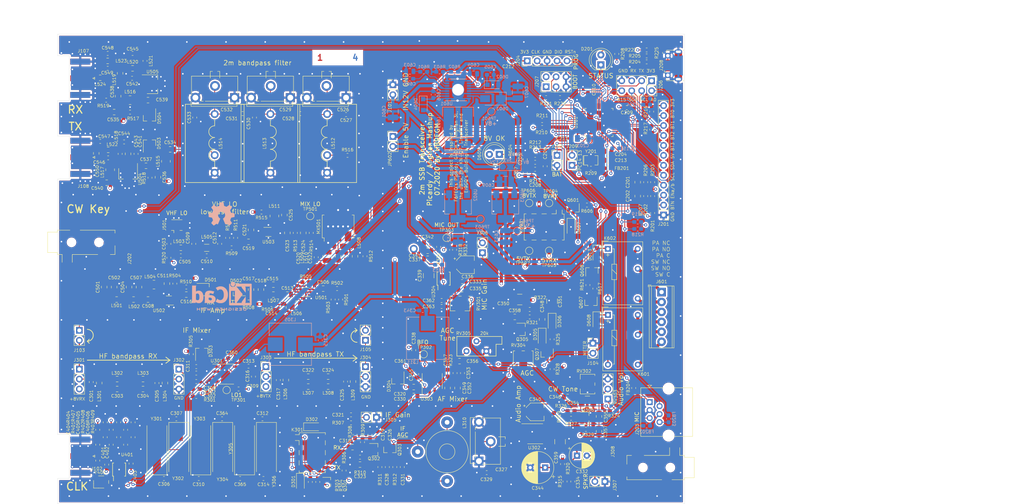
<source format=kicad_pcb>
(kicad_pcb (version 20171130) (host pcbnew 5.1.6)

  (general
    (thickness 1.6)
    (drawings 126)
    (tracks 2345)
    (zones 0)
    (modules 375)
    (nets 238)
  )

  (page A4)
  (title_block
    (title "Picardy Anglian Mashup")
    (date 2020-07-06)
    (company HB9EGM)
  )

  (layers
    (0 F.Cu signal)
    (1 In1.Cu signal)
    (2 In2.Cu signal)
    (31 B.Cu signal)
    (32 B.Adhes user hide)
    (33 F.Adhes user hide)
    (34 B.Paste user hide)
    (35 F.Paste user hide)
    (36 B.SilkS user)
    (37 F.SilkS user)
    (38 B.Mask user hide)
    (39 F.Mask user)
    (40 Dwgs.User user)
    (41 Cmts.User user hide)
    (42 Eco1.User user hide)
    (43 Eco2.User user hide)
    (44 Edge.Cuts user)
    (45 Margin user hide)
    (46 B.CrtYd user)
    (47 F.CrtYd user)
    (48 B.Fab user hide)
    (49 F.Fab user hide)
  )

  (setup
    (last_trace_width 0.2)
    (user_trace_width 0.2)
    (user_trace_width 0.3)
    (user_trace_width 0.8)
    (trace_clearance 0.2)
    (zone_clearance 0.4)
    (zone_45_only no)
    (trace_min 0.2)
    (via_size 0.8)
    (via_drill 0.4)
    (via_min_size 0.4)
    (via_min_drill 0.3)
    (user_via 0.8 0.4)
    (user_via 0.8 0.6)
    (uvia_size 0.3)
    (uvia_drill 0.1)
    (uvias_allowed no)
    (uvia_min_size 0.2)
    (uvia_min_drill 0.1)
    (edge_width 0.05)
    (segment_width 0.2)
    (pcb_text_width 0.3)
    (pcb_text_size 1.5 1.5)
    (mod_edge_width 0.1)
    (mod_text_size 0.8 0.8)
    (mod_text_width 0.1)
    (pad_size 1.524 1.524)
    (pad_drill 0.762)
    (pad_to_mask_clearance 0.051)
    (solder_mask_min_width 0.25)
    (aux_axis_origin 0 0)
    (visible_elements FFFFFF7F)
    (pcbplotparams
      (layerselection 0x011fc_ffffffff)
      (usegerberextensions false)
      (usegerberattributes false)
      (usegerberadvancedattributes false)
      (creategerberjobfile false)
      (excludeedgelayer true)
      (linewidth 0.100000)
      (plotframeref false)
      (viasonmask false)
      (mode 1)
      (useauxorigin false)
      (hpglpennumber 1)
      (hpglpenspeed 20)
      (hpglpendiameter 15.000000)
      (psnegative false)
      (psa4output false)
      (plotreference true)
      (plotvalue true)
      (plotinvisibletext false)
      (padsonsilk false)
      (subtractmaskfromsilk false)
      (outputformat 1)
      (mirror false)
      (drillshape 0)
      (scaleselection 1)
      (outputdirectory "out"))
  )

  (net 0 "")
  (net 1 /Control/ENC_B)
  (net 2 GND)
  (net 3 /Control/ENC_A)
  (net 4 +3V3)
  (net 5 "Net-(C205-Pad1)")
  (net 6 "Net-(C206-Pad1)")
  (net 7 "Net-(C207-Pad1)")
  (net 8 /Baseband/CW_TONE)
  (net 9 "Net-(C301-Pad2)")
  (net 10 "Net-(C302-Pad2)")
  (net 11 "Net-(C303-Pad2)")
  (net 12 "Net-(C304-Pad2)")
  (net 13 "Net-(C306-Pad2)")
  (net 14 "Net-(C307-Pad2)")
  (net 15 "Net-(C308-Pad2)")
  (net 16 "Net-(C308-Pad1)")
  (net 17 /Baseband/LO1)
  (net 18 "Net-(C309-Pad1)")
  (net 19 "Net-(C310-Pad2)")
  (net 20 "Net-(C311-Pad2)")
  (net 21 "Net-(C312-Pad2)")
  (net 22 "Net-(C313-Pad2)")
  (net 23 "Net-(C314-Pad2)")
  (net 24 +8V)
  (net 25 "Net-(C316-Pad2)")
  (net 26 "Net-(C316-Pad1)")
  (net 27 "Net-(C317-Pad2)")
  (net 28 "Net-(C318-Pad2)")
  (net 29 "Net-(C318-Pad1)")
  (net 30 "Net-(C320-Pad2)")
  (net 31 "Net-(C320-Pad1)")
  (net 32 "Net-(C321-Pad1)")
  (net 33 "Net-(C322-Pad2)")
  (net 34 "Net-(C323-Pad2)")
  (net 35 "Net-(C324-Pad2)")
  (net 36 "Net-(C327-Pad2)")
  (net 37 "Net-(C328-Pad2)")
  (net 38 "Net-(C330-Pad2)")
  (net 39 "Net-(C330-Pad1)")
  (net 40 +8VRX)
  (net 41 "Net-(C332-Pad1)")
  (net 42 "Net-(C333-Pad2)")
  (net 43 "Net-(C333-Pad1)")
  (net 44 "Net-(C334-Pad2)")
  (net 45 "Net-(C336-Pad1)")
  (net 46 "Net-(C337-Pad2)")
  (net 47 /Baseband/BFO)
  (net 48 "Net-(C338-Pad1)")
  (net 49 "Net-(C340-Pad2)")
  (net 50 "Net-(C340-Pad1)")
  (net 51 "Net-(C342-Pad2)")
  (net 52 "Net-(C344-Pad1)")
  (net 53 "Net-(C345-Pad2)")
  (net 54 "Net-(C346-Pad2)")
  (net 55 "Net-(C347-Pad2)")
  (net 56 "Net-(C347-Pad1)")
  (net 57 "Net-(C348-Pad2)")
  (net 58 "Net-(C348-Pad1)")
  (net 59 "Net-(C351-Pad1)")
  (net 60 "Net-(C352-Pad2)")
  (net 61 "Net-(C353-Pad1)")
  (net 62 "Net-(C354-Pad1)")
  (net 63 "Net-(C355-Pad2)")
  (net 64 "Net-(C355-Pad1)")
  (net 65 "Net-(C356-Pad2)")
  (net 66 "Net-(C358-Pad2)")
  (net 67 "Net-(C358-Pad1)")
  (net 68 "Net-(C401-Pad2)")
  (net 69 /Clock/REF_25MHz)
  (net 70 "Net-(C404-Pad2)")
  (net 71 "Net-(C404-Pad1)")
  (net 72 "Net-(C405-Pad2)")
  (net 73 "Net-(C405-Pad1)")
  (net 74 "Net-(C406-Pad2)")
  (net 75 "Net-(C406-Pad1)")
  (net 76 /HF_RX)
  (net 77 "Net-(C501-Pad1)")
  (net 78 /VHF_LO)
  (net 79 "Net-(C504-Pad1)")
  (net 80 "Net-(C505-Pad1)")
  (net 81 "Net-(C506-Pad2)")
  (net 82 "Net-(C506-Pad1)")
  (net 83 "Net-(C507-Pad1)")
  (net 84 "Net-(C508-Pad1)")
  (net 85 "Net-(C510-Pad1)")
  (net 86 "Net-(C511-Pad1)")
  (net 87 "Net-(C513-Pad2)")
  (net 88 "Net-(C513-Pad1)")
  (net 89 "Net-(C514-Pad1)")
  (net 90 "Net-(C516-Pad2)")
  (net 91 "Net-(C516-Pad1)")
  (net 92 "Net-(C517-Pad2)")
  (net 93 "Net-(C517-Pad1)")
  (net 94 "Net-(C519-Pad2)")
  (net 95 "Net-(C519-Pad1)")
  (net 96 "Net-(C520-Pad1)")
  (net 97 "Net-(C522-Pad2)")
  (net 98 "Net-(C522-Pad1)")
  (net 99 "Net-(C523-Pad2)")
  (net 100 "Net-(C523-Pad1)")
  (net 101 "Net-(C524-Pad2)")
  (net 102 "Net-(C524-Pad1)")
  (net 103 "Net-(C525-Pad1)")
  (net 104 "Net-(C526-Pad2)")
  (net 105 "Net-(C528-Pad2)")
  (net 106 "Net-(C531-Pad2)")
  (net 107 "Net-(C534-Pad2)")
  (net 108 "Net-(C534-Pad1)")
  (net 109 "Net-(C537-Pad2)")
  (net 110 "Net-(C537-Pad1)")
  (net 111 "Net-(C538-Pad2)")
  (net 112 "Net-(C539-Pad2)")
  (net 113 "Net-(C539-Pad1)")
  (net 114 "Net-(C541-Pad1)")
  (net 115 "Net-(C542-Pad2)")
  (net 116 "Net-(C542-Pad1)")
  (net 117 "Net-(C543-Pad1)")
  (net 118 "Net-(C545-Pad1)")
  (net 119 "Net-(C546-Pad1)")
  (net 120 "Net-(C548-Pad1)")
  (net 121 "Net-(C549-Pad2)")
  (net 122 "Net-(C549-Pad1)")
  (net 123 /VHF_TX)
  (net 124 +12V)
  (net 125 "Net-(C602-Pad1)")
  (net 126 "Net-(C603-Pad1)")
  (net 127 "Net-(C604-Pad1)")
  (net 128 "Net-(C605-Pad2)")
  (net 129 "Net-(C606-Pad2)")
  (net 130 "Net-(C606-Pad1)")
  (net 131 "Net-(C608-Pad1)")
  (net 132 "Net-(C609-Pad1)")
  (net 133 +5VA)
  (net 134 "Net-(D201-Pad2)")
  (net 135 /Control/RESETn)
  (net 136 "Net-(D301-Pad2)")
  (net 137 /Control/SEQ0n)
  (net 138 "Net-(D302-Pad1)")
  (net 139 "Net-(D603-Pad2)")
  (net 140 "Net-(D605-Pad1)")
  (net 141 /Control/SEQ2n)
  (net 142 /Baseband/METER)
  (net 143 /HF_TX)
  (net 144 /VHF_RX)
  (net 145 /Control/BTN0)
  (net 146 /Control/BTN1)
  (net 147 /Control/BTN2)
  (net 148 /Control/BTN3)
  (net 149 SDA)
  (net 150 SCL)
  (net 151 "Net-(J201-Pad4)")
  (net 152 "Net-(J201-Pad3)")
  (net 153 "Net-(J201-Pad2)")
  (net 154 /Control/MIC_SW2)
  (net 155 /Baseband/MIC)
  (net 156 /Control/MIC_SW1)
  (net 157 +8VTX)
  (net 158 "Net-(J601-Pad5)")
  (net 159 "Net-(J601-Pad4)")
  (net 160 "Net-(J601-Pad3)")
  (net 161 "Net-(J601-Pad2)")
  (net 162 "Net-(K301-Pad2)")
  (net 163 "Net-(K301-Pad4)")
  (net 164 "Net-(L512-Pad2)")
  (net 165 "Net-(L520-Pad2)")
  (net 166 "Net-(MX501-Pad3)")
  (net 167 "Net-(MX501-Pad6)")
  (net 168 "Net-(Q301-Pad1)")
  (net 169 "Net-(Q302-Pad3)")
  (net 170 "Net-(Q307-Pad2)")
  (net 171 "Net-(Q307-Pad1)")
  (net 172 "Net-(Q601-Pad1)")
  (net 173 "Net-(Q607-Pad1)")
  (net 174 /Control/ENC_BTN)
  (net 175 /Control/XTAL1)
  (net 176 /Control/XTAL2)
  (net 177 /Baseband/CW_KEYn)
  (net 178 "Net-(R319-Pad1)")
  (net 179 "Net-(R324-Pad1)")
  (net 180 /Baseband/MUTE_SPKR)
  (net 181 "Net-(R602-Pad1)")
  (net 182 "Net-(U401-Pad3)")
  (net 183 /IF_RX)
  (net 184 /IF_TX)
  (net 185 /Control/SEQ1n)
  (net 186 /AF_OUT)
  (net 187 "Net-(Q608-Pad1)")
  (net 188 "Net-(C362-Pad2)")
  (net 189 "Net-(C362-Pad1)")
  (net 190 "Net-(J601-Pad6)")
  (net 191 "Net-(J601-Pad1)")
  (net 192 /Baseband/MIC_SDn)
  (net 193 "Net-(R318-Pad2)")
  (net 194 "Net-(R332-Pad2)")
  (net 195 /Control/STATUSn)
  (net 196 /Control/PWM_CW)
  (net 197 "Net-(C359-Pad1)")
  (net 198 "Net-(C360-Pad1)")
  (net 199 "Net-(C361-Pad1)")
  (net 200 /Baseband/AGC)
  (net 201 "Net-(D607-Pad2)")
  (net 202 "Net-(D608-Pad2)")
  (net 203 "Net-(D613-Pad2)")
  (net 204 /Baseband/MIC_OUT)
  (net 205 "Net-(C204-Pad2)")
  (net 206 /Control/CW_RING)
  (net 207 /Control/CW_TIP)
  (net 208 /Control/SWDIO)
  (net 209 /Control/SWCLK)
  (net 210 "Net-(J205-Pad1)")
  (net 211 /Control/USART1_RX)
  (net 212 /Control/USART1_TX)
  (net 213 "Net-(J207-Pad4)")
  (net 214 "Net-(J207-Pad3)")
  (net 215 /Control/USB_DP)
  (net 216 /Control/USB_DM)
  (net 217 "Net-(R204-Pad2)")
  (net 218 "Net-(R205-Pad2)")
  (net 219 /Control/BOOT0)
  (net 220 /Control/BOOT1)
  (net 221 "Net-(C332-Pad2)")
  (net 222 "Net-(J307-Pad2)")
  (net 223 /Control/PB15)
  (net 224 /Control/I2C2_SDA)
  (net 225 /Control/I2C2_SCL)
  (net 226 /Control/PA0)
  (net 227 /Control/PC13)
  (net 228 /Control/PC14)
  (net 229 +5VTX)
  (net 230 +5VRX)
  (net 231 "Net-(C503-Pad1)")
  (net 232 "Net-(FB202-Pad1)")
  (net 233 "Net-(FB203-Pad1)")
  (net 234 "Net-(FB204-Pad1)")
  (net 235 "Net-(C364-Pad2)")
  (net 236 "Net-(C365-Pad2)")
  (net 237 "Net-(J208-Pad4)")

  (net_class Default "This is the default net class."
    (clearance 0.2)
    (trace_width 0.2)
    (via_dia 0.8)
    (via_drill 0.4)
    (uvia_dia 0.3)
    (uvia_drill 0.1)
    (add_net +5VRX)
    (add_net +5VTX)
    (add_net /AF_OUT)
    (add_net /Baseband/AGC)
    (add_net /Baseband/BFO)
    (add_net /Baseband/CW_KEYn)
    (add_net /Baseband/CW_TONE)
    (add_net /Baseband/LO1)
    (add_net /Baseband/METER)
    (add_net /Baseband/MIC)
    (add_net /Baseband/MIC_OUT)
    (add_net /Baseband/MIC_SDn)
    (add_net /Baseband/MUTE_SPKR)
    (add_net /Clock/REF_25MHz)
    (add_net /Control/BOOT0)
    (add_net /Control/BOOT1)
    (add_net /Control/BTN0)
    (add_net /Control/BTN1)
    (add_net /Control/BTN2)
    (add_net /Control/BTN3)
    (add_net /Control/CW_RING)
    (add_net /Control/CW_TIP)
    (add_net /Control/ENC_A)
    (add_net /Control/ENC_B)
    (add_net /Control/ENC_BTN)
    (add_net /Control/I2C2_SCL)
    (add_net /Control/I2C2_SDA)
    (add_net /Control/MIC_SW1)
    (add_net /Control/MIC_SW2)
    (add_net /Control/PA0)
    (add_net /Control/PB15)
    (add_net /Control/PC13)
    (add_net /Control/PC14)
    (add_net /Control/PWM_CW)
    (add_net /Control/RESETn)
    (add_net /Control/SEQ0n)
    (add_net /Control/SEQ1n)
    (add_net /Control/SEQ2n)
    (add_net /Control/STATUSn)
    (add_net /Control/SWCLK)
    (add_net /Control/SWDIO)
    (add_net /Control/USART1_RX)
    (add_net /Control/USART1_TX)
    (add_net /Control/USB_DM)
    (add_net /Control/USB_DP)
    (add_net /Control/XTAL1)
    (add_net /Control/XTAL2)
    (add_net /HF_RX)
    (add_net /HF_TX)
    (add_net /IF_RX)
    (add_net /IF_TX)
    (add_net /VHF_LO)
    (add_net /VHF_RX)
    (add_net /VHF_TX)
    (add_net "Net-(C204-Pad2)")
    (add_net "Net-(C205-Pad1)")
    (add_net "Net-(C206-Pad1)")
    (add_net "Net-(C207-Pad1)")
    (add_net "Net-(C301-Pad2)")
    (add_net "Net-(C302-Pad2)")
    (add_net "Net-(C303-Pad2)")
    (add_net "Net-(C304-Pad2)")
    (add_net "Net-(C306-Pad2)")
    (add_net "Net-(C307-Pad2)")
    (add_net "Net-(C308-Pad1)")
    (add_net "Net-(C308-Pad2)")
    (add_net "Net-(C309-Pad1)")
    (add_net "Net-(C310-Pad2)")
    (add_net "Net-(C311-Pad2)")
    (add_net "Net-(C312-Pad2)")
    (add_net "Net-(C313-Pad2)")
    (add_net "Net-(C314-Pad2)")
    (add_net "Net-(C316-Pad1)")
    (add_net "Net-(C316-Pad2)")
    (add_net "Net-(C317-Pad2)")
    (add_net "Net-(C318-Pad1)")
    (add_net "Net-(C318-Pad2)")
    (add_net "Net-(C320-Pad1)")
    (add_net "Net-(C320-Pad2)")
    (add_net "Net-(C321-Pad1)")
    (add_net "Net-(C322-Pad2)")
    (add_net "Net-(C323-Pad2)")
    (add_net "Net-(C324-Pad2)")
    (add_net "Net-(C327-Pad2)")
    (add_net "Net-(C328-Pad2)")
    (add_net "Net-(C330-Pad1)")
    (add_net "Net-(C330-Pad2)")
    (add_net "Net-(C332-Pad1)")
    (add_net "Net-(C332-Pad2)")
    (add_net "Net-(C333-Pad1)")
    (add_net "Net-(C333-Pad2)")
    (add_net "Net-(C334-Pad2)")
    (add_net "Net-(C336-Pad1)")
    (add_net "Net-(C337-Pad2)")
    (add_net "Net-(C338-Pad1)")
    (add_net "Net-(C340-Pad1)")
    (add_net "Net-(C340-Pad2)")
    (add_net "Net-(C342-Pad2)")
    (add_net "Net-(C344-Pad1)")
    (add_net "Net-(C345-Pad2)")
    (add_net "Net-(C346-Pad2)")
    (add_net "Net-(C347-Pad1)")
    (add_net "Net-(C347-Pad2)")
    (add_net "Net-(C348-Pad1)")
    (add_net "Net-(C348-Pad2)")
    (add_net "Net-(C351-Pad1)")
    (add_net "Net-(C352-Pad2)")
    (add_net "Net-(C353-Pad1)")
    (add_net "Net-(C354-Pad1)")
    (add_net "Net-(C355-Pad1)")
    (add_net "Net-(C355-Pad2)")
    (add_net "Net-(C356-Pad2)")
    (add_net "Net-(C358-Pad1)")
    (add_net "Net-(C358-Pad2)")
    (add_net "Net-(C359-Pad1)")
    (add_net "Net-(C360-Pad1)")
    (add_net "Net-(C361-Pad1)")
    (add_net "Net-(C362-Pad1)")
    (add_net "Net-(C362-Pad2)")
    (add_net "Net-(C364-Pad2)")
    (add_net "Net-(C365-Pad2)")
    (add_net "Net-(C401-Pad2)")
    (add_net "Net-(C404-Pad1)")
    (add_net "Net-(C404-Pad2)")
    (add_net "Net-(C405-Pad1)")
    (add_net "Net-(C405-Pad2)")
    (add_net "Net-(C406-Pad1)")
    (add_net "Net-(C406-Pad2)")
    (add_net "Net-(C501-Pad1)")
    (add_net "Net-(C503-Pad1)")
    (add_net "Net-(C504-Pad1)")
    (add_net "Net-(C505-Pad1)")
    (add_net "Net-(C506-Pad1)")
    (add_net "Net-(C506-Pad2)")
    (add_net "Net-(C507-Pad1)")
    (add_net "Net-(C508-Pad1)")
    (add_net "Net-(C510-Pad1)")
    (add_net "Net-(C511-Pad1)")
    (add_net "Net-(C513-Pad1)")
    (add_net "Net-(C513-Pad2)")
    (add_net "Net-(C514-Pad1)")
    (add_net "Net-(C516-Pad1)")
    (add_net "Net-(C516-Pad2)")
    (add_net "Net-(C517-Pad1)")
    (add_net "Net-(C517-Pad2)")
    (add_net "Net-(C519-Pad1)")
    (add_net "Net-(C519-Pad2)")
    (add_net "Net-(C520-Pad1)")
    (add_net "Net-(C522-Pad1)")
    (add_net "Net-(C522-Pad2)")
    (add_net "Net-(C523-Pad1)")
    (add_net "Net-(C523-Pad2)")
    (add_net "Net-(C524-Pad1)")
    (add_net "Net-(C524-Pad2)")
    (add_net "Net-(C525-Pad1)")
    (add_net "Net-(C526-Pad2)")
    (add_net "Net-(C528-Pad2)")
    (add_net "Net-(C531-Pad2)")
    (add_net "Net-(C534-Pad1)")
    (add_net "Net-(C534-Pad2)")
    (add_net "Net-(C537-Pad1)")
    (add_net "Net-(C537-Pad2)")
    (add_net "Net-(C538-Pad2)")
    (add_net "Net-(C539-Pad1)")
    (add_net "Net-(C539-Pad2)")
    (add_net "Net-(C541-Pad1)")
    (add_net "Net-(C542-Pad1)")
    (add_net "Net-(C542-Pad2)")
    (add_net "Net-(C543-Pad1)")
    (add_net "Net-(C545-Pad1)")
    (add_net "Net-(C546-Pad1)")
    (add_net "Net-(C548-Pad1)")
    (add_net "Net-(C549-Pad1)")
    (add_net "Net-(C549-Pad2)")
    (add_net "Net-(C602-Pad1)")
    (add_net "Net-(C603-Pad1)")
    (add_net "Net-(C604-Pad1)")
    (add_net "Net-(C605-Pad2)")
    (add_net "Net-(C606-Pad1)")
    (add_net "Net-(C606-Pad2)")
    (add_net "Net-(C608-Pad1)")
    (add_net "Net-(C609-Pad1)")
    (add_net "Net-(D201-Pad2)")
    (add_net "Net-(D301-Pad2)")
    (add_net "Net-(D302-Pad1)")
    (add_net "Net-(D603-Pad2)")
    (add_net "Net-(D605-Pad1)")
    (add_net "Net-(D607-Pad2)")
    (add_net "Net-(D608-Pad2)")
    (add_net "Net-(D613-Pad2)")
    (add_net "Net-(FB202-Pad1)")
    (add_net "Net-(FB203-Pad1)")
    (add_net "Net-(FB204-Pad1)")
    (add_net "Net-(J201-Pad2)")
    (add_net "Net-(J201-Pad3)")
    (add_net "Net-(J201-Pad4)")
    (add_net "Net-(J205-Pad1)")
    (add_net "Net-(J207-Pad3)")
    (add_net "Net-(J207-Pad4)")
    (add_net "Net-(J208-Pad4)")
    (add_net "Net-(J307-Pad2)")
    (add_net "Net-(J601-Pad1)")
    (add_net "Net-(J601-Pad2)")
    (add_net "Net-(J601-Pad3)")
    (add_net "Net-(J601-Pad4)")
    (add_net "Net-(J601-Pad5)")
    (add_net "Net-(J601-Pad6)")
    (add_net "Net-(K301-Pad2)")
    (add_net "Net-(K301-Pad4)")
    (add_net "Net-(L512-Pad2)")
    (add_net "Net-(L520-Pad2)")
    (add_net "Net-(MX501-Pad3)")
    (add_net "Net-(MX501-Pad6)")
    (add_net "Net-(Q301-Pad1)")
    (add_net "Net-(Q302-Pad3)")
    (add_net "Net-(Q307-Pad1)")
    (add_net "Net-(Q307-Pad2)")
    (add_net "Net-(Q601-Pad1)")
    (add_net "Net-(Q607-Pad1)")
    (add_net "Net-(Q608-Pad1)")
    (add_net "Net-(R204-Pad2)")
    (add_net "Net-(R205-Pad2)")
    (add_net "Net-(R318-Pad2)")
    (add_net "Net-(R319-Pad1)")
    (add_net "Net-(R324-Pad1)")
    (add_net "Net-(R332-Pad2)")
    (add_net "Net-(R602-Pad1)")
    (add_net "Net-(U401-Pad3)")
    (add_net SCL)
    (add_net SDA)
  )

  (net_class Power ""
    (clearance 0.2)
    (trace_width 0.8)
    (via_dia 0.8)
    (via_drill 0.6)
    (uvia_dia 0.3)
    (uvia_drill 0.1)
    (add_net +12V)
    (add_net +3V3)
    (add_net +5VA)
    (add_net +8V)
    (add_net +8VRX)
    (add_net +8VTX)
    (add_net GND)
  )

  (module Resistor_SMD:R_0603_1608Metric_Pad1.05x0.95mm_HandSolder (layer F.Cu) (tedit 5B301BBD) (tstamp 5F077F27)
    (at 183.896 34.798 270)
    (descr "Resistor SMD 0603 (1608 Metric), square (rectangular) end terminal, IPC_7351 nominal with elongated pad for handsoldering. (Body size source: http://www.tortai-tech.com/upload/download/2011102023233369053.pdf), generated with kicad-footprint-generator")
    (tags "resistor handsolder")
    (path /5E2FA006/5F0EE544)
    (attr smd)
    (fp_text reference R225 (at 0 1.016 90) (layer F.SilkS)
      (effects (font (size 0.8 0.8) (thickness 0.1)))
    )
    (fp_text value 0 (at 0 1.43 90) (layer F.Fab)
      (effects (font (size 1 1) (thickness 0.15)))
    )
    (fp_line (start 1.65 0.73) (end -1.65 0.73) (layer F.CrtYd) (width 0.05))
    (fp_line (start 1.65 -0.73) (end 1.65 0.73) (layer F.CrtYd) (width 0.05))
    (fp_line (start -1.65 -0.73) (end 1.65 -0.73) (layer F.CrtYd) (width 0.05))
    (fp_line (start -1.65 0.73) (end -1.65 -0.73) (layer F.CrtYd) (width 0.05))
    (fp_line (start -0.171267 0.51) (end 0.171267 0.51) (layer F.SilkS) (width 0.12))
    (fp_line (start -0.171267 -0.51) (end 0.171267 -0.51) (layer F.SilkS) (width 0.12))
    (fp_line (start 0.8 0.4) (end -0.8 0.4) (layer F.Fab) (width 0.1))
    (fp_line (start 0.8 -0.4) (end 0.8 0.4) (layer F.Fab) (width 0.1))
    (fp_line (start -0.8 -0.4) (end 0.8 -0.4) (layer F.Fab) (width 0.1))
    (fp_line (start -0.8 0.4) (end -0.8 -0.4) (layer F.Fab) (width 0.1))
    (fp_text user %R (at 0 0 90) (layer F.Fab)
      (effects (font (size 0.4 0.4) (thickness 0.06)))
    )
    (pad 2 smd roundrect (at 0.875 0 270) (size 1.05 0.95) (layers F.Cu F.Paste F.Mask) (roundrect_rratio 0.25)
      (net 237 "Net-(J208-Pad4)"))
    (pad 1 smd roundrect (at -0.875 0 270) (size 1.05 0.95) (layers F.Cu F.Paste F.Mask) (roundrect_rratio 0.25)
      (net 2 GND))
    (model ${KISYS3DMOD}/Resistor_SMD.3dshapes/R_0603_1608Metric.wrl
      (at (xyz 0 0 0))
      (scale (xyz 1 1 1))
      (rotate (xyz 0 0 0))
    )
  )

  (module Symbol:OSHW-Symbol_6.7x6mm_SilkScreen locked (layer B.Cu) (tedit 0) (tstamp 5F040998)
    (at 71.882 75.946 180)
    (descr "Open Source Hardware Symbol")
    (tags "Logo Symbol OSHW")
    (attr virtual)
    (fp_text reference REF** (at 0 0) (layer B.SilkS) hide
      (effects (font (size 1 1) (thickness 0.15)) (justify mirror))
    )
    (fp_text value OSHW-Symbol_6.7x6mm_SilkScreen (at 0.75 0) (layer B.Fab) hide
      (effects (font (size 1 1) (thickness 0.15)) (justify mirror))
    )
    (fp_poly (pts (xy 0.555814 2.531069) (xy 0.639635 2.086445) (xy 0.94892 1.958947) (xy 1.258206 1.831449)
      (xy 1.629246 2.083754) (xy 1.733157 2.154004) (xy 1.827087 2.216728) (xy 1.906652 2.269062)
      (xy 1.96747 2.308143) (xy 2.005157 2.331107) (xy 2.015421 2.336058) (xy 2.03391 2.323324)
      (xy 2.07342 2.288118) (xy 2.129522 2.234938) (xy 2.197787 2.168282) (xy 2.273786 2.092646)
      (xy 2.353092 2.012528) (xy 2.431275 1.932426) (xy 2.503907 1.856836) (xy 2.566559 1.790255)
      (xy 2.614803 1.737182) (xy 2.64421 1.702113) (xy 2.651241 1.690377) (xy 2.641123 1.66874)
      (xy 2.612759 1.621338) (xy 2.569129 1.552807) (xy 2.513218 1.467785) (xy 2.448006 1.370907)
      (xy 2.410219 1.31565) (xy 2.341343 1.214752) (xy 2.28014 1.123701) (xy 2.229578 1.04703)
      (xy 2.192628 0.989272) (xy 2.172258 0.954957) (xy 2.169197 0.947746) (xy 2.176136 0.927252)
      (xy 2.195051 0.879487) (xy 2.223087 0.811168) (xy 2.257391 0.729011) (xy 2.295109 0.63973)
      (xy 2.333387 0.550042) (xy 2.36937 0.466662) (xy 2.400206 0.396306) (xy 2.423039 0.34569)
      (xy 2.435017 0.321529) (xy 2.435724 0.320578) (xy 2.454531 0.315964) (xy 2.504618 0.305672)
      (xy 2.580793 0.290713) (xy 2.677865 0.272099) (xy 2.790643 0.250841) (xy 2.856442 0.238582)
      (xy 2.97695 0.215638) (xy 3.085797 0.193805) (xy 3.177476 0.174278) (xy 3.246481 0.158252)
      (xy 3.287304 0.146921) (xy 3.295511 0.143326) (xy 3.303548 0.118994) (xy 3.310033 0.064041)
      (xy 3.31497 -0.015108) (xy 3.318364 -0.112026) (xy 3.320218 -0.220287) (xy 3.320538 -0.333465)
      (xy 3.319327 -0.445135) (xy 3.31659 -0.548868) (xy 3.312331 -0.638241) (xy 3.306555 -0.706826)
      (xy 3.299267 -0.748197) (xy 3.294895 -0.75681) (xy 3.268764 -0.767133) (xy 3.213393 -0.781892)
      (xy 3.136107 -0.799352) (xy 3.04423 -0.81778) (xy 3.012158 -0.823741) (xy 2.857524 -0.852066)
      (xy 2.735375 -0.874876) (xy 2.641673 -0.89308) (xy 2.572384 -0.907583) (xy 2.523471 -0.919292)
      (xy 2.490897 -0.929115) (xy 2.470628 -0.937956) (xy 2.458626 -0.946724) (xy 2.456947 -0.948457)
      (xy 2.440184 -0.976371) (xy 2.414614 -1.030695) (xy 2.382788 -1.104777) (xy 2.34726 -1.191965)
      (xy 2.310583 -1.285608) (xy 2.275311 -1.379052) (xy 2.243996 -1.465647) (xy 2.219193 -1.53874)
      (xy 2.203454 -1.591678) (xy 2.199332 -1.617811) (xy 2.199676 -1.618726) (xy 2.213641 -1.640086)
      (xy 2.245322 -1.687084) (xy 2.291391 -1.754827) (xy 2.348518 -1.838423) (xy 2.413373 -1.932982)
      (xy 2.431843 -1.959854) (xy 2.497699 -2.057275) (xy 2.55565 -2.146163) (xy 2.602538 -2.221412)
      (xy 2.635207 -2.27792) (xy 2.6505 -2.310581) (xy 2.651241 -2.314593) (xy 2.638392 -2.335684)
      (xy 2.602888 -2.377464) (xy 2.549293 -2.435445) (xy 2.482171 -2.505135) (xy 2.406087 -2.582045)
      (xy 2.325604 -2.661683) (xy 2.245287 -2.739561) (xy 2.169699 -2.811186) (xy 2.103405 -2.87207)
      (xy 2.050969 -2.917721) (xy 2.016955 -2.94365) (xy 2.007545 -2.947883) (xy 1.985643 -2.937912)
      (xy 1.9408 -2.91102) (xy 1.880321 -2.871736) (xy 1.833789 -2.840117) (xy 1.749475 -2.782098)
      (xy 1.649626 -2.713784) (xy 1.549473 -2.645579) (xy 1.495627 -2.609075) (xy 1.313371 -2.4858)
      (xy 1.160381 -2.56852) (xy 1.090682 -2.604759) (xy 1.031414 -2.632926) (xy 0.991311 -2.648991)
      (xy 0.981103 -2.651226) (xy 0.968829 -2.634722) (xy 0.944613 -2.588082) (xy 0.910263 -2.515609)
      (xy 0.867588 -2.421606) (xy 0.818394 -2.310374) (xy 0.76449 -2.186215) (xy 0.707684 -2.053432)
      (xy 0.649782 -1.916327) (xy 0.592593 -1.779202) (xy 0.537924 -1.646358) (xy 0.487584 -1.522098)
      (xy 0.44338 -1.410725) (xy 0.407119 -1.316539) (xy 0.380609 -1.243844) (xy 0.365658 -1.196941)
      (xy 0.363254 -1.180833) (xy 0.382311 -1.160286) (xy 0.424036 -1.126933) (xy 0.479706 -1.087702)
      (xy 0.484378 -1.084599) (xy 0.628264 -0.969423) (xy 0.744283 -0.835053) (xy 0.83143 -0.685784)
      (xy 0.888699 -0.525913) (xy 0.915086 -0.359737) (xy 0.909585 -0.191552) (xy 0.87119 -0.025655)
      (xy 0.798895 0.133658) (xy 0.777626 0.168513) (xy 0.666996 0.309263) (xy 0.536302 0.422286)
      (xy 0.390064 0.506997) (xy 0.232808 0.562806) (xy 0.069057 0.589126) (xy -0.096667 0.58537)
      (xy -0.259838 0.55095) (xy -0.415935 0.485277) (xy -0.560433 0.387765) (xy -0.605131 0.348187)
      (xy -0.718888 0.224297) (xy -0.801782 0.093876) (xy -0.858644 -0.052315) (xy -0.890313 -0.197088)
      (xy -0.898131 -0.35986) (xy -0.872062 -0.52344) (xy -0.814755 -0.682298) (xy -0.728856 -0.830906)
      (xy -0.617014 -0.963735) (xy -0.481877 -1.075256) (xy -0.464117 -1.087011) (xy -0.40785 -1.125508)
      (xy -0.365077 -1.158863) (xy -0.344628 -1.18016) (xy -0.344331 -1.180833) (xy -0.348721 -1.203871)
      (xy -0.366124 -1.256157) (xy -0.394732 -1.33339) (xy -0.432735 -1.431268) (xy -0.478326 -1.545491)
      (xy -0.529697 -1.671758) (xy -0.585038 -1.805767) (xy -0.642542 -1.943218) (xy -0.700399 -2.079808)
      (xy -0.756802 -2.211237) (xy -0.809942 -2.333205) (xy -0.85801 -2.441409) (xy -0.899199 -2.531549)
      (xy -0.931699 -2.599323) (xy -0.953703 -2.64043) (xy -0.962564 -2.651226) (xy -0.98964 -2.642819)
      (xy -1.040303 -2.620272) (xy -1.105817 -2.587613) (xy -1.141841 -2.56852) (xy -1.294832 -2.4858)
      (xy -1.477088 -2.609075) (xy -1.570125 -2.672228) (xy -1.671985 -2.741727) (xy -1.767438 -2.807165)
      (xy -1.81525 -2.840117) (xy -1.882495 -2.885273) (xy -1.939436 -2.921057) (xy -1.978646 -2.942938)
      (xy -1.991381 -2.947563) (xy -2.009917 -2.935085) (xy -2.050941 -2.900252) (xy -2.110475 -2.846678)
      (xy -2.184542 -2.777983) (xy -2.269165 -2.697781) (xy -2.322685 -2.646286) (xy -2.416319 -2.554286)
      (xy -2.497241 -2.471999) (xy -2.562177 -2.402945) (xy -2.607858 -2.350644) (xy -2.631011 -2.318616)
      (xy -2.633232 -2.312116) (xy -2.622924 -2.287394) (xy -2.594439 -2.237405) (xy -2.550937 -2.167212)
      (xy -2.495577 -2.081875) (xy -2.43152 -1.986456) (xy -2.413303 -1.959854) (xy -2.346927 -1.863167)
      (xy -2.287378 -1.776117) (xy -2.237984 -1.703595) (xy -2.202075 -1.650493) (xy -2.182981 -1.621703)
      (xy -2.181136 -1.618726) (xy -2.183895 -1.595782) (xy -2.198538 -1.545336) (xy -2.222513 -1.474041)
      (xy -2.253266 -1.388547) (xy -2.288244 -1.295507) (xy -2.324893 -1.201574) (xy -2.360661 -1.113399)
      (xy -2.392994 -1.037634) (xy -2.419338 -0.980931) (xy -2.437142 -0.949943) (xy -2.438407 -0.948457)
      (xy -2.449294 -0.939601) (xy -2.467682 -0.930843) (xy -2.497606 -0.921277) (xy -2.543103 -0.909996)
      (xy -2.608209 -0.896093) (xy -2.696961 -0.878663) (xy -2.813393 -0.856798) (xy -2.961542 -0.829591)
      (xy -2.993618 -0.823741) (xy -3.088686 -0.805374) (xy -3.171565 -0.787405) (xy -3.23493 -0.771569)
      (xy -3.271458 -0.7596) (xy -3.276356 -0.75681) (xy -3.284427 -0.732072) (xy -3.290987 -0.67679)
      (xy -3.296033 -0.597389) (xy -3.299559 -0.500296) (xy -3.301561 -0.391938) (xy -3.302036 -0.27874)
      (xy -3.300977 -0.167128) (xy -3.298382 -0.063529) (xy -3.294246 0.025632) (xy -3.288563 0.093928)
      (xy -3.281331 0.134934) (xy -3.276971 0.143326) (xy -3.252698 0.151792) (xy -3.197426 0.165565)
      (xy -3.116662 0.18345) (xy -3.015912 0.204252) (xy -2.900683 0.226777) (xy -2.837902 0.238582)
      (xy -2.718787 0.260849) (xy -2.612565 0.281021) (xy -2.524427 0.298085) (xy -2.459566 0.311031)
      (xy -2.423174 0.318845) (xy -2.417184 0.320578) (xy -2.407061 0.34011) (xy -2.385662 0.387157)
      (xy -2.355839 0.454997) (xy -2.320445 0.536909) (xy -2.282332 0.626172) (xy -2.244353 0.716065)
      (xy -2.20936 0.799865) (xy -2.180206 0.870853) (xy -2.159743 0.922306) (xy -2.150823 0.947503)
      (xy -2.150657 0.948604) (xy -2.160769 0.968481) (xy -2.189117 1.014223) (xy -2.232723 1.081283)
      (xy -2.288606 1.165116) (xy -2.353787 1.261174) (xy -2.391679 1.31635) (xy -2.460725 1.417519)
      (xy -2.52205 1.50937) (xy -2.572663 1.587256) (xy -2.609571 1.646531) (xy -2.629782 1.682549)
      (xy -2.632701 1.690623) (xy -2.620153 1.709416) (xy -2.585463 1.749543) (xy -2.533063 1.806507)
      (xy -2.467384 1.875815) (xy -2.392856 1.952969) (xy -2.313913 2.033475) (xy -2.234983 2.112837)
      (xy -2.1605 2.18656) (xy -2.094894 2.250148) (xy -2.042596 2.299106) (xy -2.008039 2.328939)
      (xy -1.996478 2.336058) (xy -1.977654 2.326047) (xy -1.932631 2.297922) (xy -1.865787 2.254546)
      (xy -1.781499 2.198782) (xy -1.684144 2.133494) (xy -1.610707 2.083754) (xy -1.239667 1.831449)
      (xy -0.621095 2.086445) (xy -0.537275 2.531069) (xy -0.453454 2.975693) (xy 0.471994 2.975693)
      (xy 0.555814 2.531069)) (layer B.SilkS) (width 0.01))
  )

  (module Symbol:KiCad-Logo2_6mm_SilkScreen locked (layer B.Cu) (tedit 0) (tstamp 5F03D581)
    (at 71.882 96.266 180)
    (descr "KiCad Logo")
    (tags "Logo KiCad")
    (attr virtual)
    (fp_text reference REF** (at 0 5.08) (layer B.SilkS) hide
      (effects (font (size 1 1) (thickness 0.15)) (justify mirror))
    )
    (fp_text value KiCad-Logo2_6mm_SilkScreen (at 0 -6.35) (layer B.Fab) hide
      (effects (font (size 1 1) (thickness 0.15)) (justify mirror))
    )
    (fp_poly (pts (xy -5.955743 2.526311) (xy -5.69122 2.526275) (xy -5.568088 2.52627) (xy -3.597189 2.52627)
      (xy -3.597189 2.41009) (xy -3.584789 2.268709) (xy -3.547364 2.138316) (xy -3.484577 2.018138)
      (xy -3.396094 1.907398) (xy -3.366157 1.877489) (xy -3.258466 1.792652) (xy -3.139725 1.730779)
      (xy -3.01346 1.691841) (xy -2.883197 1.67581) (xy -2.752465 1.682658) (xy -2.624788 1.712357)
      (xy -2.503695 1.76488) (xy -2.392712 1.840197) (xy -2.342868 1.885637) (xy -2.249983 1.997048)
      (xy -2.181873 2.119565) (xy -2.139129 2.251785) (xy -2.122347 2.392308) (xy -2.122124 2.406133)
      (xy -2.121244 2.526266) (xy -2.068443 2.526268) (xy -2.021604 2.519911) (xy -1.978817 2.504444)
      (xy -1.975989 2.502846) (xy -1.966325 2.497832) (xy -1.957451 2.493927) (xy -1.949335 2.489993)
      (xy -1.941943 2.484894) (xy -1.935245 2.477492) (xy -1.929208 2.466649) (xy -1.923801 2.451228)
      (xy -1.91899 2.430091) (xy -1.914745 2.402101) (xy -1.911032 2.366121) (xy -1.907821 2.321013)
      (xy -1.905078 2.26564) (xy -1.902772 2.198863) (xy -1.900871 2.119547) (xy -1.899342 2.026553)
      (xy -1.898154 1.918743) (xy -1.897274 1.794981) (xy -1.89667 1.654129) (xy -1.896311 1.49505)
      (xy -1.896165 1.316605) (xy -1.896198 1.117658) (xy -1.89638 0.897071) (xy -1.896677 0.653707)
      (xy -1.897059 0.386428) (xy -1.897492 0.094097) (xy -1.897945 -0.224424) (xy -1.897998 -0.26323)
      (xy -1.898404 -0.583782) (xy -1.898749 -0.878012) (xy -1.899069 -1.147056) (xy -1.8994 -1.392052)
      (xy -1.899779 -1.614137) (xy -1.900243 -1.814447) (xy -1.900828 -1.994119) (xy -1.90157 -2.15429)
      (xy -1.902506 -2.296098) (xy -1.903673 -2.420679) (xy -1.905107 -2.52917) (xy -1.906844 -2.622707)
      (xy -1.908922 -2.702429) (xy -1.911376 -2.769472) (xy -1.914244 -2.824973) (xy -1.917561 -2.870068)
      (xy -1.921364 -2.905895) (xy -1.92569 -2.933591) (xy -1.930575 -2.954293) (xy -1.936055 -2.969137)
      (xy -1.942168 -2.97926) (xy -1.94895 -2.9858) (xy -1.956437 -2.989893) (xy -1.964666 -2.992676)
      (xy -1.973673 -2.995287) (xy -1.983495 -2.998862) (xy -1.985894 -2.99995) (xy -1.993435 -3.002396)
      (xy -2.006056 -3.004642) (xy -2.024859 -3.006698) (xy -2.050947 -3.008572) (xy -2.085422 -3.010271)
      (xy -2.129385 -3.011803) (xy -2.183939 -3.013177) (xy -2.250185 -3.0144) (xy -2.329226 -3.015481)
      (xy -2.422163 -3.016427) (xy -2.530099 -3.017247) (xy -2.654136 -3.017947) (xy -2.795376 -3.018538)
      (xy -2.954921 -3.019025) (xy -3.133872 -3.019419) (xy -3.333332 -3.019725) (xy -3.554404 -3.019953)
      (xy -3.798188 -3.02011) (xy -4.065787 -3.020205) (xy -4.358303 -3.020245) (xy -4.676839 -3.020238)
      (xy -4.780021 -3.020228) (xy -5.105623 -3.020176) (xy -5.404881 -3.020091) (xy -5.678909 -3.019963)
      (xy -5.928824 -3.019785) (xy -6.15574 -3.019548) (xy -6.360773 -3.019242) (xy -6.545038 -3.01886)
      (xy -6.70965 -3.018392) (xy -6.855725 -3.01783) (xy -6.984376 -3.017165) (xy -7.096721 -3.016388)
      (xy -7.193874 -3.015491) (xy -7.27695 -3.014465) (xy -7.347064 -3.013301) (xy -7.405332 -3.011991)
      (xy -7.452869 -3.010525) (xy -7.49079 -3.008896) (xy -7.52021 -3.007093) (xy -7.542245 -3.00511)
      (xy -7.55801 -3.002936) (xy -7.56862 -3.000563) (xy -7.574404 -2.998391) (xy -7.584684 -2.994056)
      (xy -7.594122 -2.990859) (xy -7.602755 -2.987665) (xy -7.610619 -2.983338) (xy -7.617748 -2.976744)
      (xy -7.624179 -2.966747) (xy -7.629947 -2.952212) (xy -7.635089 -2.932003) (xy -7.63964 -2.904985)
      (xy -7.643635 -2.870023) (xy -7.647111 -2.825981) (xy -7.650102 -2.771724) (xy -7.652646 -2.706117)
      (xy -7.654777 -2.628024) (xy -7.656532 -2.53631) (xy -7.657945 -2.42984) (xy -7.658315 -2.388973)
      (xy -7.291884 -2.388973) (xy -5.996734 -2.388973) (xy -6.021655 -2.351217) (xy -6.046447 -2.312417)
      (xy -6.06744 -2.275469) (xy -6.084935 -2.237788) (xy -6.09923 -2.196788) (xy -6.110623 -2.149883)
      (xy -6.119413 -2.094487) (xy -6.125898 -2.028016) (xy -6.130377 -1.947883) (xy -6.13315 -1.851502)
      (xy -6.134513 -1.736289) (xy -6.134767 -1.599657) (xy -6.134209 -1.43902) (xy -6.133893 -1.379382)
      (xy -6.130325 -0.740041) (xy -5.725298 -1.291449) (xy -5.610554 -1.447876) (xy -5.511143 -1.584088)
      (xy -5.42599 -1.70189) (xy -5.354022 -1.803084) (xy -5.294166 -1.889477) (xy -5.245348 -1.962874)
      (xy -5.206495 -2.025077) (xy -5.176534 -2.077893) (xy -5.154391 -2.123125) (xy -5.138993 -2.162578)
      (xy -5.129266 -2.198058) (xy -5.124137 -2.231368) (xy -5.122532 -2.264313) (xy -5.123379 -2.298697)
      (xy -5.123595 -2.303019) (xy -5.128054 -2.389031) (xy -3.708692 -2.388973) (xy -3.814265 -2.282522)
      (xy -3.842913 -2.253406) (xy -3.87009 -2.225076) (xy -3.896989 -2.195968) (xy -3.924803 -2.16452)
      (xy -3.954725 -2.129169) (xy -3.987946 -2.088354) (xy -4.025661 -2.040511) (xy -4.06906 -1.984079)
      (xy -4.119338 -1.917494) (xy -4.177688 -1.839195) (xy -4.2453 -1.747619) (xy -4.323369 -1.641204)
      (xy -4.413088 -1.518387) (xy -4.515648 -1.377605) (xy -4.632242 -1.217297) (xy -4.727809 -1.085798)
      (xy -4.847749 -0.920596) (xy -4.95238 -0.776152) (xy -5.042648 -0.651094) (xy -5.119503 -0.544052)
      (xy -5.183891 -0.453654) (xy -5.236761 -0.378529) (xy -5.27906 -0.317304) (xy -5.311736 -0.26861)
      (xy -5.335738 -0.231074) (xy -5.352013 -0.203325) (xy -5.361508 -0.183992) (xy -5.365173 -0.171703)
      (xy -5.364071 -0.165242) (xy -5.350724 -0.148048) (xy -5.321866 -0.111655) (xy -5.27924 -0.058224)
      (xy -5.224585 0.010081) (xy -5.159644 0.091097) (xy -5.086158 0.18266) (xy -5.005868 0.282608)
      (xy -4.920515 0.388776) (xy -4.83184 0.499003) (xy -4.741586 0.611124) (xy -4.691944 0.672756)
      (xy -3.459373 0.672756) (xy -3.408146 0.580081) (xy -3.356919 0.487405) (xy -3.356919 -2.203622)
      (xy -3.408146 -2.296298) (xy -3.459373 -2.388973) (xy -2.853396 -2.388973) (xy -2.708734 -2.388931)
      (xy -2.589244 -2.388741) (xy -2.492642 -2.388308) (xy -2.416642 -2.387536) (xy -2.358957 -2.38633)
      (xy -2.317301 -2.384594) (xy -2.289389 -2.382232) (xy -2.272935 -2.37915) (xy -2.265652 -2.375251)
      (xy -2.265255 -2.37044) (xy -2.269458 -2.364622) (xy -2.269501 -2.364574) (xy -2.286813 -2.339532)
      (xy -2.309736 -2.298815) (xy -2.329981 -2.258168) (xy -2.368379 -2.176162) (xy -2.376211 0.672756)
      (xy -3.459373 0.672756) (xy -4.691944 0.672756) (xy -4.651493 0.722976) (xy -4.563302 0.832396)
      (xy -4.478754 0.937222) (xy -4.399592 1.035289) (xy -4.327556 1.124434) (xy -4.264387 1.202495)
      (xy -4.211827 1.267308) (xy -4.171617 1.31671) (xy -4.148 1.345513) (xy -4.05629 1.453222)
      (xy -3.96806 1.55042) (xy -3.886403 1.633924) (xy -3.81441 1.700552) (xy -3.763319 1.741401)
      (xy -3.702907 1.784865) (xy -5.092298 1.784865) (xy -5.091908 1.703334) (xy -5.095791 1.643394)
      (xy -5.11039 1.587823) (xy -5.132988 1.535145) (xy -5.147678 1.505385) (xy -5.163472 1.475897)
      (xy -5.181814 1.444724) (xy -5.204145 1.409907) (xy -5.231909 1.36949) (xy -5.266549 1.321514)
      (xy -5.309507 1.264022) (xy -5.362227 1.195057) (xy -5.426151 1.112661) (xy -5.502721 1.014876)
      (xy -5.593381 0.899745) (xy -5.699574 0.76531) (xy -5.711568 0.750141) (xy -6.130325 0.220588)
      (xy -6.134378 0.807078) (xy -6.135195 0.982749) (xy -6.135021 1.131468) (xy -6.133849 1.253725)
      (xy -6.131669 1.350011) (xy -6.128474 1.420817) (xy -6.124256 1.466631) (xy -6.122838 1.475321)
      (xy -6.100591 1.566865) (xy -6.071443 1.649392) (xy -6.038182 1.715747) (xy -6.0182 1.74389)
      (xy -5.983722 1.784865) (xy -6.637914 1.784865) (xy -6.793969 1.784731) (xy -6.924467 1.784297)
      (xy -7.03131 1.783511) (xy -7.116398 1.782324) (xy -7.181635 1.780683) (xy -7.228921 1.778539)
      (xy -7.260157 1.775841) (xy -7.277246 1.772538) (xy -7.282088 1.768579) (xy -7.281753 1.767702)
      (xy -7.267885 1.746769) (xy -7.244732 1.713588) (xy -7.232754 1.696807) (xy -7.220369 1.68006)
      (xy -7.209237 1.665085) (xy -7.199288 1.650406) (xy -7.190451 1.634551) (xy -7.182657 1.616045)
      (xy -7.175835 1.593415) (xy -7.169916 1.565187) (xy -7.164829 1.529887) (xy -7.160504 1.486042)
      (xy -7.156871 1.432178) (xy -7.15386 1.36682) (xy -7.151401 1.288496) (xy -7.149423 1.195732)
      (xy -7.147858 1.087053) (xy -7.146634 0.960987) (xy -7.145681 0.816058) (xy -7.14493 0.650794)
      (xy -7.144311 0.463721) (xy -7.143752 0.253365) (xy -7.143185 0.018252) (xy -7.142655 -0.197741)
      (xy -7.142155 -0.438535) (xy -7.141895 -0.668274) (xy -7.141868 -0.885493) (xy -7.142067 -1.088722)
      (xy -7.142486 -1.276496) (xy -7.143118 -1.447345) (xy -7.143956 -1.599803) (xy -7.144992 -1.732403)
      (xy -7.14622 -1.843676) (xy -7.147633 -1.932156) (xy -7.149225 -1.996375) (xy -7.150987 -2.034865)
      (xy -7.151321 -2.038933) (xy -7.163466 -2.132248) (xy -7.182427 -2.20719) (xy -7.211302 -2.272594)
      (xy -7.25319 -2.337293) (xy -7.258429 -2.344352) (xy -7.291884 -2.388973) (xy -7.658315 -2.388973)
      (xy -7.659054 -2.307479) (xy -7.659893 -2.16809) (xy -7.660498 -2.010539) (xy -7.660905 -1.833691)
      (xy -7.66115 -1.63641) (xy -7.661267 -1.41756) (xy -7.661295 -1.176007) (xy -7.661267 -0.910615)
      (xy -7.66122 -0.620249) (xy -7.66119 -0.303773) (xy -7.661189 -0.240946) (xy -7.661172 0.078863)
      (xy -7.661112 0.372339) (xy -7.661002 0.64061) (xy -7.660833 0.884802) (xy -7.660597 1.106043)
      (xy -7.660284 1.30546) (xy -7.659885 1.48418) (xy -7.659393 1.643329) (xy -7.658797 1.784034)
      (xy -7.65809 1.907424) (xy -7.657263 2.014624) (xy -7.656307 2.106762) (xy -7.655213 2.184965)
      (xy -7.653973 2.250359) (xy -7.652578 2.304072) (xy -7.651018 2.347231) (xy -7.649286 2.380963)
      (xy -7.647372 2.406395) (xy -7.645268 2.424653) (xy -7.642966 2.436866) (xy -7.640455 2.444159)
      (xy -7.640363 2.444341) (xy -7.635192 2.455482) (xy -7.630885 2.465569) (xy -7.626121 2.474654)
      (xy -7.619578 2.482788) (xy -7.609935 2.490024) (xy -7.595871 2.496414) (xy -7.576063 2.502011)
      (xy -7.549191 2.506867) (xy -7.513933 2.511034) (xy -7.468968 2.514564) (xy -7.412974 2.517509)
      (xy -7.344629 2.519923) (xy -7.262614 2.521856) (xy -7.165605 2.523362) (xy -7.052282 2.524492)
      (xy -6.921323 2.525298) (xy -6.771407 2.525834) (xy -6.601213 2.526151) (xy -6.409418 2.526301)
      (xy -6.194702 2.526337) (xy -5.955743 2.526311)) (layer B.SilkS) (width 0.01))
    (fp_poly (pts (xy 0.439962 1.839501) (xy 0.588014 1.823293) (xy 0.731452 1.794282) (xy 0.87611 1.750955)
      (xy 1.027824 1.691799) (xy 1.192428 1.6153) (xy 1.222071 1.600483) (xy 1.290098 1.566969)
      (xy 1.354256 1.536792) (xy 1.408215 1.512834) (xy 1.44564 1.497976) (xy 1.451389 1.496105)
      (xy 1.506486 1.479598) (xy 1.259851 1.120799) (xy 1.199552 1.033107) (xy 1.144422 0.952988)
      (xy 1.096336 0.883164) (xy 1.057168 0.826353) (xy 1.028794 0.785277) (xy 1.013087 0.762654)
      (xy 1.010536 0.759072) (xy 1.000171 0.766562) (xy 0.97466 0.789082) (xy 0.938563 0.822539)
      (xy 0.918642 0.84145) (xy 0.805773 0.931222) (xy 0.679014 0.999439) (xy 0.569783 1.036805)
      (xy 0.504214 1.04854) (xy 0.422116 1.055692) (xy 0.333144 1.058126) (xy 0.246956 1.055712)
      (xy 0.173205 1.048317) (xy 0.143776 1.042653) (xy 0.011133 0.997018) (xy -0.108394 0.927337)
      (xy -0.214717 0.83374) (xy -0.307747 0.716351) (xy -0.387395 0.5753) (xy -0.453574 0.410714)
      (xy -0.506194 0.22272) (xy -0.537467 0.061783) (xy -0.545626 -0.009263) (xy -0.551185 -0.101046)
      (xy -0.554198 -0.206968) (xy -0.554719 -0.320434) (xy -0.5528 -0.434849) (xy -0.548497 -0.543617)
      (xy -0.541863 -0.640143) (xy -0.532951 -0.717831) (xy -0.531021 -0.729817) (xy -0.488501 -0.922892)
      (xy -0.430567 -1.093773) (xy -0.356867 -1.243224) (xy -0.267049 -1.372011) (xy -0.203293 -1.441639)
      (xy -0.088714 -1.536173) (xy 0.036942 -1.606246) (xy 0.171557 -1.651477) (xy 0.313011 -1.671484)
      (xy 0.459183 -1.665885) (xy 0.607955 -1.6343) (xy 0.695911 -1.603394) (xy 0.817629 -1.541506)
      (xy 0.94308 -1.452729) (xy 1.013353 -1.392694) (xy 1.052811 -1.357947) (xy 1.083812 -1.332454)
      (xy 1.101458 -1.32017) (xy 1.103648 -1.319795) (xy 1.111524 -1.332347) (xy 1.131932 -1.365516)
      (xy 1.163132 -1.416458) (xy 1.203386 -1.482331) (xy 1.250957 -1.560289) (xy 1.304104 -1.64749)
      (xy 1.333687 -1.696067) (xy 1.559648 -2.067215) (xy 1.277527 -2.206639) (xy 1.175522 -2.256719)
      (xy 1.092889 -2.29621) (xy 1.024578 -2.327073) (xy 0.965537 -2.351268) (xy 0.910714 -2.370758)
      (xy 0.85506 -2.387503) (xy 0.793523 -2.403465) (xy 0.73454 -2.417482) (xy 0.682115 -2.428329)
      (xy 0.627288 -2.436526) (xy 0.564572 -2.442528) (xy 0.488477 -2.44679) (xy 0.393516 -2.449767)
      (xy 0.329513 -2.451052) (xy 0.238192 -2.45193) (xy 0.150627 -2.451487) (xy 0.072612 -2.449852)
      (xy 0.009942 -2.447149) (xy -0.031587 -2.443505) (xy -0.034048 -2.443142) (xy -0.249697 -2.396487)
      (xy -0.452207 -2.325729) (xy -0.641505 -2.230914) (xy -0.817521 -2.112089) (xy -0.980184 -1.9693)
      (xy -1.129422 -1.802594) (xy -1.237504 -1.654433) (xy -1.352566 -1.460502) (xy -1.445577 -1.255699)
      (xy -1.516987 -1.038383) (xy -1.567244 -0.806912) (xy -1.596799 -0.559643) (xy -1.606111 -0.308559)
      (xy -1.598452 -0.06567) (xy -1.574387 0.15843) (xy -1.533148 0.367523) (xy -1.473973 0.565387)
      (xy -1.396096 0.755804) (xy -1.386797 0.775532) (xy -1.284352 0.959941) (xy -1.158528 1.135424)
      (xy -1.012888 1.29835) (xy -0.850999 1.445086) (xy -0.676424 1.571999) (xy -0.513756 1.665095)
      (xy -0.349427 1.738009) (xy -0.184749 1.790826) (xy -0.013348 1.824985) (xy 0.171153 1.841922)
      (xy 0.281459 1.84442) (xy 0.439962 1.839501)) (layer B.SilkS) (width 0.01))
    (fp_poly (pts (xy 3.167505 0.735771) (xy 3.235531 0.730622) (xy 3.430163 0.704727) (xy 3.602529 0.663425)
      (xy 3.75347 0.606147) (xy 3.883825 0.532326) (xy 3.994434 0.441392) (xy 4.086135 0.332778)
      (xy 4.15977 0.205915) (xy 4.213539 0.068648) (xy 4.227187 0.024863) (xy 4.239073 -0.016141)
      (xy 4.249334 -0.056569) (xy 4.258113 -0.09863) (xy 4.265548 -0.144531) (xy 4.27178 -0.19648)
      (xy 4.27695 -0.256685) (xy 4.281196 -0.327352) (xy 4.28466 -0.410689) (xy 4.287481 -0.508905)
      (xy 4.2898 -0.624205) (xy 4.291757 -0.758799) (xy 4.293491 -0.914893) (xy 4.295143 -1.094695)
      (xy 4.296324 -1.235676) (xy 4.30427 -2.203622) (xy 4.355756 -2.29677) (xy 4.380137 -2.341645)
      (xy 4.39828 -2.376501) (xy 4.406935 -2.395054) (xy 4.407243 -2.396311) (xy 4.394014 -2.397749)
      (xy 4.356326 -2.399074) (xy 4.297183 -2.400249) (xy 4.219586 -2.401237) (xy 4.126536 -2.401999)
      (xy 4.021035 -2.4025) (xy 3.906084 -2.402701) (xy 3.892378 -2.402703) (xy 3.377513 -2.402703)
      (xy 3.377513 -2.286) (xy 3.376635 -2.23326) (xy 3.374292 -2.192926) (xy 3.370921 -2.1713)
      (xy 3.369431 -2.169298) (xy 3.355804 -2.177683) (xy 3.327757 -2.199692) (xy 3.291303 -2.230601)
      (xy 3.290485 -2.231316) (xy 3.223962 -2.280843) (xy 3.139948 -2.330575) (xy 3.047937 -2.375626)
      (xy 2.957421 -2.41111) (xy 2.917567 -2.423236) (xy 2.838255 -2.438637) (xy 2.740935 -2.448465)
      (xy 2.634516 -2.45258) (xy 2.527907 -2.450841) (xy 2.430017 -2.443108) (xy 2.361513 -2.431981)
      (xy 2.19352 -2.382648) (xy 2.042281 -2.312342) (xy 1.908782 -2.221933) (xy 1.794006 -2.112295)
      (xy 1.698937 -1.984299) (xy 1.62456 -1.838818) (xy 1.592474 -1.750541) (xy 1.572365 -1.664739)
      (xy 1.559038 -1.561736) (xy 1.552872 -1.451034) (xy 1.553074 -1.434925) (xy 2.481648 -1.434925)
      (xy 2.489348 -1.517184) (xy 2.514989 -1.585546) (xy 2.562378 -1.64897) (xy 2.580579 -1.667567)
      (xy 2.645282 -1.717846) (xy 2.720066 -1.750056) (xy 2.809662 -1.765648) (xy 2.904012 -1.766796)
      (xy 2.993501 -1.759216) (xy 3.062018 -1.744389) (xy 3.091775 -1.733253) (xy 3.145408 -1.702904)
      (xy 3.202235 -1.660221) (xy 3.254082 -1.612317) (xy 3.292778 -1.566301) (xy 3.303054 -1.549421)
      (xy 3.311042 -1.525782) (xy 3.316721 -1.488168) (xy 3.320356 -1.432985) (xy 3.322211 -1.35664)
      (xy 3.322594 -1.283981) (xy 3.322335 -1.19927) (xy 3.321287 -1.138018) (xy 3.319045 -1.096227)
      (xy 3.315206 -1.069899) (xy 3.309365 -1.055035) (xy 3.301118 -1.047639) (xy 3.298567 -1.046461)
      (xy 3.2764 -1.042833) (xy 3.23268 -1.039866) (xy 3.173311 -1.037827) (xy 3.104196 -1.036983)
      (xy 3.089189 -1.036982) (xy 2.996805 -1.038457) (xy 2.925432 -1.042842) (xy 2.868719 -1.050738)
      (xy 2.821872 -1.06227) (xy 2.705669 -1.106215) (xy 2.614543 -1.160243) (xy 2.547705 -1.225219)
      (xy 2.504365 -1.302005) (xy 2.483734 -1.391467) (xy 2.481648 -1.434925) (xy 1.553074 -1.434925)
      (xy 1.554244 -1.342133) (xy 1.563532 -1.244536) (xy 1.570777 -1.205105) (xy 1.617039 -1.058701)
      (xy 1.687384 -0.923995) (xy 1.780484 -0.80228) (xy 1.895012 -0.694847) (xy 2.02964 -0.602988)
      (xy 2.18304 -0.527996) (xy 2.313459 -0.482458) (xy 2.400623 -0.458533) (xy 2.483996 -0.439943)
      (xy 2.568976 -0.426084) (xy 2.660965 -0.416351) (xy 2.765362 -0.410141) (xy 2.887568 -0.406851)
      (xy 2.998055 -0.405924) (xy 3.325677 -0.405027) (xy 3.319401 -0.306547) (xy 3.301579 -0.199695)
      (xy 3.263667 -0.107852) (xy 3.20728 -0.03331) (xy 3.134031 0.021636) (xy 3.069535 0.048448)
      (xy 2.977123 0.065346) (xy 2.867111 0.067773) (xy 2.744656 0.056622) (xy 2.614914 0.03279)
      (xy 2.483042 -0.00283) (xy 2.354198 -0.049343) (xy 2.260566 -0.091883) (xy 2.215517 -0.113728)
      (xy 2.181156 -0.128984) (xy 2.163681 -0.134937) (xy 2.162733 -0.134746) (xy 2.156703 -0.121412)
      (xy 2.141645 -0.086068) (xy 2.118977 -0.032101) (xy 2.090115 0.037104) (xy 2.056477 0.11816)
      (xy 2.022284 0.200882) (xy 1.885586 0.532197) (xy 1.98282 0.548167) (xy 2.024964 0.55618)
      (xy 2.088319 0.569639) (xy 2.167457 0.587321) (xy 2.256951 0.608004) (xy 2.351373 0.630468)
      (xy 2.388973 0.639597) (xy 2.551637 0.677326) (xy 2.69405 0.705612) (xy 2.821527 0.725028)
      (xy 2.939384 0.736146) (xy 3.052938 0.739536) (xy 3.167505 0.735771)) (layer B.SilkS) (width 0.01))
    (fp_poly (pts (xy 6.84227 2.043175) (xy 6.959041 2.042696) (xy 6.998729 2.042455) (xy 7.544486 2.038865)
      (xy 7.551351 -0.054919) (xy 7.552258 -0.338842) (xy 7.553062 -0.59664) (xy 7.553815 -0.829646)
      (xy 7.554569 -1.039194) (xy 7.555375 -1.226618) (xy 7.556285 -1.39325) (xy 7.557351 -1.540425)
      (xy 7.558624 -1.669477) (xy 7.560156 -1.781739) (xy 7.561998 -1.878544) (xy 7.564203 -1.961226)
      (xy 7.566822 -2.031119) (xy 7.569906 -2.089557) (xy 7.573508 -2.137872) (xy 7.577678 -2.1774)
      (xy 7.582469 -2.209473) (xy 7.587931 -2.235424) (xy 7.594118 -2.256589) (xy 7.60108 -2.274299)
      (xy 7.608869 -2.289889) (xy 7.617537 -2.304693) (xy 7.627135 -2.320044) (xy 7.637715 -2.337276)
      (xy 7.639884 -2.340946) (xy 7.676268 -2.403031) (xy 7.150431 -2.399434) (xy 6.624594 -2.395838)
      (xy 6.617729 -2.280331) (xy 6.613992 -2.224899) (xy 6.610097 -2.192851) (xy 6.604811 -2.180135)
      (xy 6.596903 -2.182696) (xy 6.59027 -2.190024) (xy 6.561374 -2.216714) (xy 6.514279 -2.251021)
      (xy 6.45562 -2.288846) (xy 6.392031 -2.32609) (xy 6.330149 -2.358653) (xy 6.282634 -2.380077)
      (xy 6.171316 -2.415283) (xy 6.043596 -2.440222) (xy 5.908901 -2.453941) (xy 5.776663 -2.455486)
      (xy 5.656308 -2.443906) (xy 5.654326 -2.443574) (xy 5.489641 -2.40225) (xy 5.335479 -2.336412)
      (xy 5.193328 -2.247474) (xy 5.064675 -2.136852) (xy 4.951007 -2.005961) (xy 4.85381 -1.856216)
      (xy 4.774572 -1.689033) (xy 4.73143 -1.56519) (xy 4.702979 -1.461581) (xy 4.68188 -1.361252)
      (xy 4.667488 -1.258109) (xy 4.659158 -1.146057) (xy 4.656245 -1.019001) (xy 4.657535 -0.915252)
      (xy 5.67065 -0.915252) (xy 5.675444 -1.089222) (xy 5.690568 -1.238895) (xy 5.716485 -1.365597)
      (xy 5.753663 -1.470658) (xy 5.802565 -1.555406) (xy 5.863658 -1.621169) (xy 5.934177 -1.667659)
      (xy 5.970871 -1.685014) (xy 6.002696 -1.695419) (xy 6.038177 -1.700179) (xy 6.085841 -1.700601)
      (xy 6.137189 -1.698748) (xy 6.238169 -1.689841) (xy 6.318035 -1.672398) (xy 6.343135 -1.663661)
      (xy 6.400448 -1.637857) (xy 6.460897 -1.605453) (xy 6.487297 -1.589233) (xy 6.555946 -1.544205)
      (xy 6.555946 -0.116982) (xy 6.480432 -0.071718) (xy 6.375121 -0.020572) (xy 6.267525 0.009676)
      (xy 6.161581 0.019205) (xy 6.061224 0.008193) (xy 5.970387 -0.023181) (xy 5.893007 -0.07474)
      (xy 5.868039 -0.099488) (xy 5.807856 -0.180577) (xy 5.759145 -0.278734) (xy 5.721499 -0.395643)
      (xy 5.694512 -0.532985) (xy 5.677775 -0.692444) (xy 5.670883 -0.8757) (xy 5.67065 -0.915252)
      (xy 4.657535 -0.915252) (xy 4.658073 -0.872067) (xy 4.669647 -0.646053) (xy 4.69292 -0.442192)
      (xy 4.728504 -0.257513) (xy 4.777013 -0.089048) (xy 4.83906 0.066174) (xy 4.861201 0.112192)
      (xy 4.950385 0.262261) (xy 5.058159 0.395623) (xy 5.18199 0.510123) (xy 5.319342 0.603611)
      (xy 5.467683 0.673932) (xy 5.556604 0.70294) (xy 5.643933 0.72016) (xy 5.749011 0.730406)
      (xy 5.863029 0.733682) (xy 5.977177 0.729991) (xy 6.082648 0.71934) (xy 6.167334 0.70263)
      (xy 6.268128 0.66986) (xy 6.365822 0.627721) (xy 6.451296 0.580481) (xy 6.496789 0.548419)
      (xy 6.528169 0.524578) (xy 6.550142 0.510061) (xy 6.555141 0.508) (xy 6.55669 0.521282)
      (xy 6.558135 0.559337) (xy 6.559443 0.619481) (xy 6.560583 0.699027) (xy 6.561521 0.795289)
      (xy 6.562226 0.905581) (xy 6.562667 1.027219) (xy 6.562811 1.151115) (xy 6.56273 1.309804)
      (xy 6.562335 1.443592) (xy 6.561395 1.55504) (xy 6.55968 1.646705) (xy 6.556957 1.721147)
      (xy 6.552997 1.780925) (xy 6.547569 1.828598) (xy 6.540441 1.866726) (xy 6.531384 1.897866)
      (xy 6.520167 1.924579) (xy 6.506558 1.949423) (xy 6.490328 1.974957) (xy 6.48824 1.978119)
      (xy 6.467306 2.01119) (xy 6.454667 2.033931) (xy 6.452973 2.038728) (xy 6.466216 2.040241)
      (xy 6.504002 2.041472) (xy 6.563416 2.042401) (xy 6.641542 2.043008) (xy 6.735465 2.043273)
      (xy 6.84227 2.043175)) (layer B.SilkS) (width 0.01))
    (fp_poly (pts (xy -2.726079 2.96351) (xy -2.622973 2.927762) (xy -2.526978 2.871493) (xy -2.441247 2.794712)
      (xy -2.36893 2.697427) (xy -2.336445 2.636108) (xy -2.308332 2.55034) (xy -2.294705 2.451323)
      (xy -2.296214 2.349529) (xy -2.312969 2.257286) (xy -2.358763 2.144568) (xy -2.425168 2.046793)
      (xy -2.508809 1.965885) (xy -2.606312 1.903768) (xy -2.7143 1.862366) (xy -2.829399 1.843603)
      (xy -2.948234 1.849402) (xy -3.006811 1.861794) (xy -3.120972 1.906203) (xy -3.222365 1.973967)
      (xy -3.308545 2.062999) (xy -3.377066 2.171209) (xy -3.382864 2.183027) (xy -3.402904 2.227372)
      (xy -3.415487 2.26472) (xy -3.422319 2.30412) (xy -3.425105 2.354619) (xy -3.425568 2.409567)
      (xy -3.424803 2.475585) (xy -3.421352 2.523311) (xy -3.413477 2.561897) (xy -3.399443 2.600494)
      (xy -3.38212 2.638574) (xy -3.317505 2.746672) (xy -3.237934 2.834197) (xy -3.14656 2.901159)
      (xy -3.046536 2.947564) (xy -2.941012 2.973419) (xy -2.833142 2.978732) (xy -2.726079 2.96351)) (layer B.SilkS) (width 0.01))
    (fp_poly (pts (xy 6.240531 -3.640725) (xy 6.27191 -3.662968) (xy 6.299619 -3.690677) (xy 6.299619 -4.000112)
      (xy 6.299546 -4.091991) (xy 6.299203 -4.164032) (xy 6.2984 -4.218972) (xy 6.296949 -4.259552)
      (xy 6.29466 -4.288509) (xy 6.291344 -4.308583) (xy 6.286813 -4.322513) (xy 6.280877 -4.333037)
      (xy 6.276222 -4.339292) (xy 6.245491 -4.363865) (xy 6.210204 -4.366533) (xy 6.177953 -4.351463)
      (xy 6.167296 -4.342566) (xy 6.160172 -4.330749) (xy 6.155875 -4.311718) (xy 6.153699 -4.281184)
      (xy 6.152936 -4.234854) (xy 6.152863 -4.199063) (xy 6.152863 -4.064237) (xy 5.656152 -4.064237)
      (xy 5.656152 -4.186892) (xy 5.655639 -4.242979) (xy 5.653584 -4.281525) (xy 5.649216 -4.307553)
      (xy 5.641764 -4.326089) (xy 5.632755 -4.339292) (xy 5.601852 -4.363796) (xy 5.566904 -4.366698)
      (xy 5.533446 -4.349281) (xy 5.524312 -4.340151) (xy 5.51786 -4.328047) (xy 5.513605 -4.309193)
      (xy 5.51106 -4.279812) (xy 5.509737 -4.236129) (xy 5.509151 -4.174367) (xy 5.509083 -4.160192)
      (xy 5.508599 -4.043823) (xy 5.508349 -3.947919) (xy 5.508431 -3.870369) (xy 5.508939 -3.809061)
      (xy 5.50997 -3.761882) (xy 5.511621 -3.726722) (xy 5.513987 -3.701468) (xy 5.517165 -3.684009)
      (xy 5.521252 -3.672233) (xy 5.526342 -3.664027) (xy 5.531974 -3.657837) (xy 5.563836 -3.638036)
      (xy 5.597065 -3.640725) (xy 5.628443 -3.662968) (xy 5.641141 -3.677318) (xy 5.649234 -3.69317)
      (xy 5.65375 -3.715746) (xy 5.655714 -3.75027) (xy 5.656152 -3.801968) (xy 5.656152 -3.917481)
      (xy 6.152863 -3.917481) (xy 6.152863 -3.798948) (xy 6.15337 -3.74434) (xy 6.155406 -3.707467)
      (xy 6.159743 -3.683499) (xy 6.167155 -3.667607) (xy 6.175441 -3.657837) (xy 6.207302 -3.638036)
      (xy 6.240531 -3.640725)) (layer B.SilkS) (width 0.01))
    (fp_poly (pts (xy 4.974773 -3.635355) (xy 5.05348 -3.635734) (xy 5.114571 -3.636525) (xy 5.160525 -3.637862)
      (xy 5.193822 -3.639875) (xy 5.216944 -3.642698) (xy 5.23237 -3.646461) (xy 5.242579 -3.651297)
      (xy 5.247521 -3.655014) (xy 5.273165 -3.68755) (xy 5.276267 -3.72133) (xy 5.260419 -3.752018)
      (xy 5.250056 -3.764281) (xy 5.238904 -3.772642) (xy 5.222743 -3.777849) (xy 5.19735 -3.780649)
      (xy 5.158506 -3.781788) (xy 5.101988 -3.782013) (xy 5.090888 -3.782014) (xy 4.944952 -3.782014)
      (xy 4.944952 -4.052948) (xy 4.944856 -4.138346) (xy 4.944419 -4.204056) (xy 4.94342 -4.252966)
      (xy 4.941636 -4.287965) (xy 4.938845 -4.311941) (xy 4.934825 -4.327785) (xy 4.929353 -4.338383)
      (xy 4.922374 -4.346459) (xy 4.889442 -4.366304) (xy 4.855062 -4.36474) (xy 4.823884 -4.342098)
      (xy 4.821594 -4.339292) (xy 4.814137 -4.328684) (xy 4.808455 -4.316273) (xy 4.804309 -4.299042)
      (xy 4.801458 -4.273976) (xy 4.799662 -4.238059) (xy 4.79868 -4.188275) (xy 4.798272 -4.121609)
      (xy 4.798197 -4.045781) (xy 4.798197 -3.782014) (xy 4.658835 -3.782014) (xy 4.59903 -3.78161)
      (xy 4.557626 -3.780032) (xy 4.530456 -3.776739) (xy 4.513354 -3.771184) (xy 4.502151 -3.762823)
      (xy 4.500791 -3.76137) (xy 4.484433 -3.728131) (xy 4.48588 -3.690554) (xy 4.504686 -3.657837)
      (xy 4.511958 -3.65149) (xy 4.521335 -3.646458) (xy 4.535317 -3.642588) (xy 4.556404 -3.639729)
      (xy 4.587097 -3.637727) (xy 4.629897 -3.636431) (xy 4.687303 -3.63569) (xy 4.761818 -3.63535)
      (xy 4.855941 -3.63526) (xy 4.875968 -3.635259) (xy 4.974773 -3.635355)) (layer B.SilkS) (width 0.01))
    (fp_poly (pts (xy 4.200322 -3.642069) (xy 4.224035 -3.656839) (xy 4.250686 -3.678419) (xy 4.250686 -3.999965)
      (xy 4.250601 -4.094022) (xy 4.250237 -4.168124) (xy 4.249432 -4.224896) (xy 4.248021 -4.26696)
      (xy 4.245841 -4.29694) (xy 4.242729 -4.317459) (xy 4.238522 -4.331141) (xy 4.233056 -4.340608)
      (xy 4.22918 -4.345274) (xy 4.197742 -4.365767) (xy 4.161941 -4.364931) (xy 4.130581 -4.347456)
      (xy 4.10393 -4.325876) (xy 4.10393 -3.678419) (xy 4.130581 -3.656839) (xy 4.156302 -3.641141)
      (xy 4.177308 -3.635259) (xy 4.200322 -3.642069)) (layer B.SilkS) (width 0.01))
    (fp_poly (pts (xy 3.756373 -3.637226) (xy 3.775963 -3.644227) (xy 3.776718 -3.644569) (xy 3.803321 -3.66487)
      (xy 3.817978 -3.685753) (xy 3.820846 -3.695544) (xy 3.820704 -3.708553) (xy 3.816669 -3.727087)
      (xy 3.807854 -3.753449) (xy 3.793377 -3.789944) (xy 3.772353 -3.838879) (xy 3.743896 -3.902557)
      (xy 3.707123 -3.983285) (xy 3.686883 -4.027408) (xy 3.650333 -4.106177) (xy 3.616023 -4.178615)
      (xy 3.58526 -4.242072) (xy 3.559356 -4.2939) (xy 3.539618 -4.331451) (xy 3.527358 -4.352076)
      (xy 3.524932 -4.354925) (xy 3.493891 -4.367494) (xy 3.458829 -4.365811) (xy 3.430708 -4.350524)
      (xy 3.429562 -4.349281) (xy 3.418376 -4.332346) (xy 3.399612 -4.299362) (xy 3.375583 -4.254572)
      (xy 3.348605 -4.202224) (xy 3.338909 -4.182934) (xy 3.265722 -4.036342) (xy 3.185948 -4.195585)
      (xy 3.157475 -4.250607) (xy 3.131058 -4.298324) (xy 3.108856 -4.335085) (xy 3.093027 -4.357236)
      (xy 3.087662 -4.361933) (xy 3.045965 -4.368294) (xy 3.011557 -4.354925) (xy 3.001436 -4.340638)
      (xy 2.983922 -4.308884) (xy 2.960443 -4.262789) (xy 2.932428 -4.205477) (xy 2.901307 -4.140072)
      (xy 2.868507 -4.069699) (xy 2.835458 -3.997483) (xy 2.803589 -3.926547) (xy 2.774327 -3.860017)
      (xy 2.749103 -3.801018) (xy 2.729344 -3.752673) (xy 2.71648 -3.718107) (xy 2.711939 -3.700445)
      (xy 2.711985 -3.699805) (xy 2.723034 -3.67758) (xy 2.745118 -3.654945) (xy 2.746418 -3.65396)
      (xy 2.773561 -3.638617) (xy 2.798666 -3.638766) (xy 2.808076 -3.641658) (xy 2.819542 -3.64791)
      (xy 2.831718 -3.660206) (xy 2.846065 -3.6811) (xy 2.864044 -3.713141) (xy 2.887115 -3.75888)
      (xy 2.916738 -3.820869) (xy 2.943453 -3.87809) (xy 2.974188 -3.944418) (xy 3.001729 -4.004066)
      (xy 3.024646 -4.053917) (xy 3.041506 -4.090856) (xy 3.050881 -4.111765) (xy 3.052248 -4.115037)
      (xy 3.058397 -4.109689) (xy 3.07253 -4.087301) (xy 3.092765 -4.051138) (xy 3.117223 -4.004469)
      (xy 3.126956 -3.985214) (xy 3.159925 -3.920196) (xy 3.185351 -3.872846) (xy 3.20532 -3.840411)
      (xy 3.221918 -3.820138) (xy 3.237232 -3.809274) (xy 3.253348 -3.805067) (xy 3.263851 -3.804592)
      (xy 3.282378 -3.806234) (xy 3.298612 -3.813023) (xy 3.314743 -3.827758) (xy 3.332959 -3.853236)
      (xy 3.355447 -3.892253) (xy 3.384397 -3.947606) (xy 3.40037 -3.979095) (xy 3.426278 -4.029279)
      (xy 3.448875 -4.070896) (xy 3.466166 -4.100434) (xy 3.476158 -4.114381) (xy 3.477517 -4.114962)
      (xy 3.483969 -4.103985) (xy 3.498416 -4.075482) (xy 3.519411 -4.032436) (xy 3.545505 -3.97783)
      (xy 3.575254 -3.914646) (xy 3.589888 -3.883263) (xy 3.627958 -3.80227) (xy 3.658613 -3.739948)
      (xy 3.683445 -3.694263) (xy 3.704045 -3.663181) (xy 3.722006 -3.64467) (xy 3.738918 -3.636696)
      (xy 3.756373 -3.637226)) (layer B.SilkS) (width 0.01))
    (fp_poly (pts (xy 1.030017 -3.635467) (xy 1.158996 -3.639828) (xy 1.268699 -3.653053) (xy 1.360934 -3.675933)
      (xy 1.43751 -3.709262) (xy 1.500235 -3.75383) (xy 1.55092 -3.810428) (xy 1.591371 -3.87985)
      (xy 1.592167 -3.881543) (xy 1.616309 -3.943675) (xy 1.624911 -3.998701) (xy 1.617939 -4.054079)
      (xy 1.595362 -4.117265) (xy 1.59108 -4.126881) (xy 1.56188 -4.183158) (xy 1.529064 -4.226643)
      (xy 1.48671 -4.263609) (xy 1.428898 -4.300327) (xy 1.425539 -4.302244) (xy 1.375212 -4.326419)
      (xy 1.318329 -4.344474) (xy 1.251235 -4.357031) (xy 1.170273 -4.364714) (xy 1.07179 -4.368145)
      (xy 1.036994 -4.368443) (xy 0.871302 -4.369037) (xy 0.847905 -4.339292) (xy 0.840965 -4.329511)
      (xy 0.83555 -4.318089) (xy 0.831473 -4.302287) (xy 0.828545 -4.279367) (xy 0.826575 -4.246588)
      (xy 0.825933 -4.222281) (xy 0.982552 -4.222281) (xy 1.076434 -4.222281) (xy 1.131372 -4.220675)
      (xy 1.187768 -4.216447) (xy 1.234053 -4.210484) (xy 1.236847 -4.209982) (xy 1.319056 -4.187928)
      (xy 1.382822 -4.154792) (xy 1.43016 -4.109039) (xy 1.46309 -4.049131) (xy 1.468816 -4.033253)
      (xy 1.474429 -4.008525) (xy 1.471999 -3.984094) (xy 1.460175 -3.951592) (xy 1.453048 -3.935626)
      (xy 1.429708 -3.893198) (xy 1.401588 -3.863432) (xy 1.370648 -3.842703) (xy 1.308674 -3.815729)
      (xy 1.229359 -3.79619) (xy 1.136961 -3.784938) (xy 1.070041 -3.782462) (xy 0.982552 -3.782014)
      (xy 0.982552 -4.222281) (xy 0.825933 -4.222281) (xy 0.825376 -4.201213) (xy 0.824758 -4.140503)
      (xy 0.824533 -4.061718) (xy 0.824508 -4.000112) (xy 0.824508 -3.690677) (xy 0.852217 -3.662968)
      (xy 0.864514 -3.651736) (xy 0.877811 -3.644045) (xy 0.89638 -3.639232) (xy 0.924494 -3.636638)
      (xy 0.966425 -3.635602) (xy 1.026445 -3.635462) (xy 1.030017 -3.635467)) (layer B.SilkS) (width 0.01))
    (fp_poly (pts (xy 0.242051 -3.635452) (xy 0.318409 -3.636366) (xy 0.376925 -3.638503) (xy 0.419963 -3.642367)
      (xy 0.449891 -3.648459) (xy 0.469076 -3.657282) (xy 0.479884 -3.669338) (xy 0.484681 -3.685131)
      (xy 0.485835 -3.705162) (xy 0.485841 -3.707527) (xy 0.484839 -3.730184) (xy 0.480104 -3.747695)
      (xy 0.469041 -3.760766) (xy 0.449056 -3.770105) (xy 0.417554 -3.776419) (xy 0.37194 -3.780414)
      (xy 0.309621 -3.782798) (xy 0.228001 -3.784278) (xy 0.202985 -3.784606) (xy -0.039092 -3.787659)
      (xy -0.042478 -3.85257) (xy -0.045863 -3.917481) (xy 0.122284 -3.917481) (xy 0.187974 -3.917723)
      (xy 0.23488 -3.918748) (xy 0.266791 -3.921003) (xy 0.287499 -3.924934) (xy 0.300792 -3.93099)
      (xy 0.310463 -3.939616) (xy 0.310525 -3.939685) (xy 0.328064 -3.973304) (xy 0.32743 -4.00964)
      (xy 0.309022 -4.040615) (xy 0.305379 -4.043799) (xy 0.292449 -4.052004) (xy 0.274732 -4.057713)
      (xy 0.248278 -4.061354) (xy 0.20914 -4.063359) (xy 0.15337 -4.064156) (xy 0.117702 -4.064237)
      (xy -0.044737 -4.064237) (xy -0.044737 -4.222281) (xy 0.201869 -4.222281) (xy 0.283288 -4.222423)
      (xy 0.345118 -4.223006) (xy 0.390345 -4.22426) (xy 0.421956 -4.226419) (xy 0.442939 -4.229715)
      (xy 0.456281 -4.234381) (xy 0.464969 -4.240649) (xy 0.467158 -4.242925) (xy 0.483322 -4.274472)
      (xy 0.484505 -4.31036) (xy 0.471244 -4.341477) (xy 0.460751 -4.351463) (xy 0.449837 -4.356961)
      (xy 0.432925 -4.361214) (xy 0.407341 -4.364372) (xy 0.370409 -4.366584) (xy 0.319454 -4.367998)
      (xy 0.251802 -4.368764) (xy 0.164777 -4.36903) (xy 0.145102 -4.369037) (xy 0.056619 -4.368979)
      (xy -0.012065 -4.368659) (xy -0.063728 -4.367859) (xy -0.101147 -4.366359) (xy -0.127102 -4.363941)
      (xy -0.14437 -4.360386) (xy -0.15573 -4.355474) (xy -0.16396 -4.348987) (xy -0.168475 -4.34433)
      (xy -0.175271 -4.336081) (xy -0.18058 -4.325861) (xy -0.184586 -4.310992) (xy -0.187471 -4.288794)
      (xy -0.189418 -4.256585) (xy -0.190611 -4.211688) (xy -0.191231 -4.15142) (xy -0.191463 -4.073103)
      (xy -0.191492 -4.007186) (xy -0.191421 -3.91482) (xy -0.191084 -3.842309) (xy -0.190294 -3.786929)
      (xy -0.188866 -3.745957) (xy -0.186613 -3.71667) (xy -0.183349 -3.696345) (xy -0.178888 -3.682258)
      (xy -0.173044 -3.671687) (xy -0.168095 -3.665003) (xy -0.144698 -3.635259) (xy 0.145482 -3.635259)
      (xy 0.242051 -3.635452)) (layer B.SilkS) (width 0.01))
    (fp_poly (pts (xy -1.288406 -3.63964) (xy -1.26484 -3.653465) (xy -1.234027 -3.676073) (xy -1.19437 -3.70853)
      (xy -1.144272 -3.7519) (xy -1.082135 -3.80725) (xy -1.006364 -3.875643) (xy -0.919626 -3.954276)
      (xy -0.739003 -4.11807) (xy -0.733359 -3.898221) (xy -0.731321 -3.822543) (xy -0.729355 -3.766186)
      (xy -0.727026 -3.725898) (xy -0.723898 -3.698427) (xy -0.719537 -3.680521) (xy -0.713508 -3.668929)
      (xy -0.705376 -3.6604) (xy -0.701064 -3.656815) (xy -0.666533 -3.637862) (xy -0.633675 -3.640633)
      (xy -0.60761 -3.656825) (xy -0.580959 -3.678391) (xy -0.577644 -3.993343) (xy -0.576727 -4.085971)
      (xy -0.57626 -4.158736) (xy -0.576405 -4.214353) (xy -0.577324 -4.255534) (xy -0.579179 -4.284995)
      (xy -0.582131 -4.305447) (xy -0.586342 -4.319605) (xy -0.591974 -4.330183) (xy -0.598219 -4.338666)
      (xy -0.611731 -4.354399) (xy -0.625175 -4.364828) (xy -0.640416 -4.368831) (xy -0.659318 -4.365286)
      (xy -0.683747 -4.353071) (xy -0.715565 -4.331063) (xy -0.75664 -4.298141) (xy -0.808834 -4.253183)
      (xy -0.874014 -4.195067) (xy -0.947848 -4.128291) (xy -1.213137 -3.88765) (xy -1.218781 -4.106781)
      (xy -1.220823 -4.18232) (xy -1.222794 -4.238546) (xy -1.225131 -4.278716) (xy -1.228273 -4.306088)
      (xy -1.232656 -4.32392) (xy -1.238716 -4.335471) (xy -1.246892 -4.343999) (xy -1.251076 -4.347474)
      (xy -1.288057 -4.366564) (xy -1.323 -4.363685) (xy -1.353428 -4.339292) (xy -1.360389 -4.329478)
      (xy -1.365815 -4.318018) (xy -1.369895 -4.30216) (xy -1.372821 -4.279155) (xy -1.374784 -4.246254)
      (xy -1.375975 -4.200708) (xy -1.376584 -4.139765) (xy -1.376803 -4.060678) (xy -1.376826 -4.002148)
      (xy -1.376752 -3.910599) (xy -1.376405 -3.838879) (xy -1.375593 -3.784237) (xy -1.374125 -3.743924)
      (xy -1.371811 -3.71519) (xy -1.368459 -3.695285) (xy -1.36388 -3.68146) (xy -1.357881 -3.670964)
      (xy -1.353428 -3.665003) (xy -1.342142 -3.650883) (xy -1.331593 -3.640221) (xy -1.320185 -3.634084)
      (xy -1.306322 -3.633535) (xy -1.288406 -3.63964)) (layer B.SilkS) (width 0.01))
    (fp_poly (pts (xy -1.938373 -3.640791) (xy -1.869857 -3.652287) (xy -1.817235 -3.670159) (xy -1.783 -3.693691)
      (xy -1.773671 -3.707116) (xy -1.764185 -3.73834) (xy -1.770569 -3.766587) (xy -1.790722 -3.793374)
      (xy -1.822037 -3.805905) (xy -1.867475 -3.804888) (xy -1.902618 -3.798098) (xy -1.980711 -3.785163)
      (xy -2.060518 -3.783934) (xy -2.149847 -3.794433) (xy -2.174521 -3.798882) (xy -2.257583 -3.8223)
      (xy -2.322565 -3.857137) (xy -2.368753 -3.902796) (xy -2.395437 -3.958686) (xy -2.400955 -3.98758)
      (xy -2.397343 -4.046204) (xy -2.374021 -4.098071) (xy -2.333116 -4.14217) (xy -2.276751 -4.177491)
      (xy -2.207052 -4.203021) (xy -2.126144 -4.217751) (xy -2.036152 -4.22067) (xy -1.939202 -4.210767)
      (xy -1.933728 -4.209833) (xy -1.895167 -4.202651) (xy -1.873786 -4.195713) (xy -1.864519 -4.185419)
      (xy -1.862298 -4.168168) (xy -1.862248 -4.159033) (xy -1.862248 -4.120681) (xy -1.930723 -4.120681)
      (xy -1.991192 -4.116539) (xy -2.032457 -4.103339) (xy -2.056467 -4.079922) (xy -2.065169 -4.045128)
      (xy -2.065275 -4.040586) (xy -2.060184 -4.010846) (xy -2.042725 -3.989611) (xy -2.010231 -3.975558)
      (xy -1.960035 -3.967365) (xy -1.911415 -3.964353) (xy -1.840748 -3.962625) (xy -1.78949 -3.965262)
      (xy -1.754531 -3.974992) (xy -1.732762 -3.994545) (xy -1.721072 -4.026648) (xy -1.716352 -4.07403)
      (xy -1.715492 -4.136263) (xy -1.716901 -4.205727) (xy -1.72114 -4.252978) (xy -1.728228 -4.278204)
      (xy -1.729603 -4.28018) (xy -1.76852 -4.3117) (xy -1.825578 -4.336662) (xy -1.897161 -4.354532)
      (xy -1.97965 -4.364778) (xy -2.069431 -4.366865) (xy -2.162884 -4.36026) (xy -2.217848 -4.352148)
      (xy -2.304058 -4.327746) (xy -2.384184 -4.287854) (xy -2.451269 -4.236079) (xy -2.461465 -4.225731)
      (xy -2.494594 -4.182227) (xy -2.524486 -4.12831) (xy -2.547649 -4.071784) (xy -2.56059 -4.020451)
      (xy -2.56215 -4.000736) (xy -2.55551 -3.959611) (xy -2.53786 -3.908444) (xy -2.512589 -3.854586)
      (xy -2.483081 -3.805387) (xy -2.457011 -3.772526) (xy -2.396057 -3.723644) (xy -2.317261 -3.684737)
      (xy -2.223449 -3.656686) (xy -2.117442 -3.640371) (xy -2.020292 -3.636384) (xy -1.938373 -3.640791)) (layer B.SilkS) (width 0.01))
    (fp_poly (pts (xy -2.912114 -3.657837) (xy -2.905534 -3.66541) (xy -2.900371 -3.675179) (xy -2.896456 -3.689763)
      (xy -2.893616 -3.711777) (xy -2.891679 -3.74384) (xy -2.890475 -3.788567) (xy -2.889831 -3.848577)
      (xy -2.889576 -3.926486) (xy -2.889537 -4.002148) (xy -2.889606 -4.095994) (xy -2.88993 -4.169881)
      (xy -2.890678 -4.226424) (xy -2.892024 -4.268241) (xy -2.894138 -4.297949) (xy -2.897192 -4.318165)
      (xy -2.901358 -4.331506) (xy -2.906808 -4.34059) (xy -2.912114 -4.346459) (xy -2.945118 -4.366139)
      (xy -2.980283 -4.364373) (xy -3.011747 -4.342909) (xy -3.018976 -4.334529) (xy -3.024626 -4.324806)
      (xy -3.028891 -4.311053) (xy -3.031965 -4.290581) (xy -3.034044 -4.260704) (xy -3.035322 -4.218733)
      (xy -3.035993 -4.161981) (xy -3.036251 -4.087759) (xy -3.036292 -4.003729) (xy -3.036292 -3.690677)
      (xy -3.008583 -3.662968) (xy -2.974429 -3.639655) (xy -2.941298 -3.638815) (xy -2.912114 -3.657837)) (layer B.SilkS) (width 0.01))
    (fp_poly (pts (xy -3.679995 -3.636543) (xy -3.60518 -3.641773) (xy -3.535598 -3.649942) (xy -3.475294 -3.660742)
      (xy -3.428312 -3.673865) (xy -3.398698 -3.689005) (xy -3.394152 -3.693461) (xy -3.378346 -3.728042)
      (xy -3.383139 -3.763543) (xy -3.407656 -3.793917) (xy -3.408826 -3.794788) (xy -3.423246 -3.804146)
      (xy -3.4383 -3.809068) (xy -3.459297 -3.809665) (xy -3.491549 -3.806053) (xy -3.540365 -3.798346)
      (xy -3.544292 -3.797697) (xy -3.617031 -3.788761) (xy -3.695509 -3.784353) (xy -3.774219 -3.784311)
      (xy -3.847653 -3.788471) (xy -3.910303 -3.796671) (xy -3.956662 -3.808749) (xy -3.959708 -3.809963)
      (xy -3.99334 -3.828807) (xy -4.005156 -3.847877) (xy -3.995906 -3.866631) (xy -3.966339 -3.884529)
      (xy -3.917203 -3.901029) (xy -3.849249 -3.915588) (xy -3.803937 -3.922598) (xy -3.709748 -3.936081)
      (xy -3.634836 -3.948406) (xy -3.576009 -3.960641) (xy -3.530077 -3.973853) (xy -3.493847 -3.989109)
      (xy -3.46413 -4.007477) (xy -3.437734 -4.030023) (xy -3.416522 -4.052163) (xy -3.391357 -4.083011)
      (xy -3.378973 -4.109537) (xy -3.3751 -4.142218) (xy -3.374959 -4.154187) (xy -3.377868 -4.193904)
      (xy -3.389494 -4.223451) (xy -3.409615 -4.249678) (xy -3.450508 -4.289768) (xy -3.496109 -4.320341)
      (xy -3.549805 -4.342395) (xy -3.614984 -4.356927) (xy -3.695036 -4.364933) (xy -3.793349 -4.36741)
      (xy -3.809581 -4.367369) (xy -3.875141 -4.36601) (xy -3.940158 -4.362922) (xy -3.997544 -4.358548)
      (xy -4.040214 -4.353332) (xy -4.043664 -4.352733) (xy -4.086088 -4.342683) (xy -4.122072 -4.329988)
      (xy -4.142442 -4.318382) (xy -4.161399 -4.287764) (xy -4.162719 -4.25211) (xy -4.146377 -4.220336)
      (xy -4.142721 -4.216743) (xy -4.127607 -4.206068) (xy -4.108707 -4.201468) (xy -4.079454 -4.202251)
      (xy -4.043943 -4.206319) (xy -4.004262 -4.209954) (xy -3.948637 -4.21302) (xy -3.883698 -4.215245)
      (xy -3.816077 -4.216356) (xy -3.798292 -4.216429) (xy -3.73042 -4.216156) (xy -3.680746 -4.214838)
      (xy -3.644902 -4.212019) (xy -3.618516 -4.207242) (xy -3.597218 -4.200049) (xy -3.584418 -4.194059)
      (xy -3.556292 -4.177425) (xy -3.53836 -4.16236) (xy -3.535739 -4.158089) (xy -3.541268 -4.140455)
      (xy -3.567552 -4.123384) (xy -3.61277 -4.10765) (xy -3.6751 -4.09403) (xy -3.693463 -4.090996)
      (xy -3.789382 -4.07593) (xy -3.865933 -4.063338) (xy -3.926072 -4.052303) (xy -3.972752 -4.041912)
      (xy -4.008929 -4.031248) (xy -4.037557 -4.019397) (xy -4.06159 -4.005443) (xy -4.083984 -3.988473)
      (xy -4.107694 -3.96757) (xy -4.115672 -3.960241) (xy -4.143645 -3.932891) (xy -4.158452 -3.911221)
      (xy -4.164244 -3.886424) (xy -4.165181 -3.855175) (xy -4.154867 -3.793897) (xy -4.124044 -3.741832)
      (xy -4.072887 -3.69915) (xy -4.001575 -3.666017) (xy -3.950692 -3.651156) (xy -3.895392 -3.641558)
      (xy -3.829145 -3.636128) (xy -3.755998 -3.634559) (xy -3.679995 -3.636543)) (layer B.SilkS) (width 0.01))
    (fp_poly (pts (xy -4.701086 -3.635338) (xy -4.631678 -3.63571) (xy -4.579289 -3.636577) (xy -4.541139 -3.638138)
      (xy -4.514451 -3.640595) (xy -4.496445 -3.644149) (xy -4.484341 -3.649002) (xy -4.475361 -3.655353)
      (xy -4.47211 -3.658276) (xy -4.452335 -3.689334) (xy -4.448774 -3.72502) (xy -4.461783 -3.756702)
      (xy -4.467798 -3.763105) (xy -4.477527 -3.769313) (xy -4.493193 -3.774102) (xy -4.5177 -3.777706)
      (xy -4.553953 -3.780356) (xy -4.604857 -3.782287) (xy -4.673318 -3.783731) (xy -4.735909 -3.78461)
      (xy -4.983626 -3.787659) (xy -4.987011 -3.85257) (xy -4.990397 -3.917481) (xy -4.82225 -3.917481)
      (xy -4.749251 -3.918111) (xy -4.695809 -3.920745) (xy -4.65892 -3.926501) (xy -4.63558 -3.936496)
      (xy -4.622786 -3.951848) (xy -4.617534 -3.973674) (xy -4.616737 -3.99393) (xy -4.619215 -4.018784)
      (xy -4.628569 -4.037098) (xy -4.647675 -4.049829) (xy -4.67941 -4.057933) (xy -4.726651 -4.062368)
      (xy -4.792275 -4.064091) (xy -4.828093 -4.064237) (xy -4.98927 -4.064237) (xy -4.98927 -4.222281)
      (xy -4.740914 -4.222281) (xy -4.659505 -4.222394) (xy -4.597634 -4.222904) (xy -4.55226 -4.224062)
      (xy -4.520346 -4.226122) (xy -4.498851 -4.229338) (xy -4.484735 -4.233964) (xy -4.47496 -4.240251)
      (xy -4.469981 -4.244859) (xy -4.452902 -4.271752) (xy -4.447403 -4.295659) (xy -4.455255 -4.324859)
      (xy -4.469981 -4.346459) (xy -4.477838 -4.353258) (xy -4.48798 -4.358538) (xy -4.503136 -4.36249)
      (xy -4.526033 -4.365305) (xy -4.559401 -4.367174) (xy -4.605967 -4.36829) (xy -4.668459 -4.368843)
      (xy -4.749606 -4.369025) (xy -4.791714 -4.369037) (xy -4.88189 -4.368957) (xy -4.952216 -4.36859)
      (xy -5.005421 -4.367744) (xy -5.044232 -4.366228) (xy -5.071379 -4.363851) (xy -5.08959 -4.360421)
      (xy -5.101592 -4.355746) (xy -5.110114 -4.349636) (xy -5.113448 -4.346459) (xy -5.120047 -4.338862)
      (xy -5.125219 -4.329062) (xy -5.129138 -4.314431) (xy -5.131976 -4.292344) (xy -5.133907 -4.260174)
      (xy -5.135104 -4.215295) (xy -5.13574 -4.155081) (xy -5.135989 -4.076905) (xy -5.136026 -4.004115)
      (xy -5.135992 -3.910899) (xy -5.135757 -3.837623) (xy -5.135122 -3.78165) (xy -5.133886 -3.740343)
      (xy -5.131848 -3.711064) (xy -5.128809 -3.691176) (xy -5.124569 -3.678042) (xy -5.118927 -3.669024)
      (xy -5.111683 -3.661485) (xy -5.109898 -3.659804) (xy -5.101237 -3.652364) (xy -5.091174 -3.646601)
      (xy -5.076917 -3.642304) (xy -5.055675 -3.639256) (xy -5.024656 -3.637243) (xy -4.981069 -3.636052)
      (xy -4.922123 -3.635467) (xy -4.845026 -3.635275) (xy -4.790293 -3.635259) (xy -4.701086 -3.635338)) (layer B.SilkS) (width 0.01))
    (fp_poly (pts (xy -6.109663 -3.635258) (xy -6.070181 -3.635659) (xy -5.954492 -3.638451) (xy -5.857603 -3.646742)
      (xy -5.776211 -3.661424) (xy -5.707015 -3.683385) (xy -5.646712 -3.713514) (xy -5.592 -3.752702)
      (xy -5.572459 -3.769724) (xy -5.540042 -3.809555) (xy -5.510812 -3.863605) (xy -5.488283 -3.923515)
      (xy -5.475971 -3.980931) (xy -5.474692 -4.002148) (xy -5.482709 -4.060961) (xy -5.504191 -4.125205)
      (xy -5.535291 -4.186013) (xy -5.572158 -4.234522) (xy -5.578146 -4.240374) (xy -5.628871 -4.281513)
      (xy -5.684417 -4.313627) (xy -5.747988 -4.337557) (xy -5.822786 -4.354145) (xy -5.912014 -4.364233)
      (xy -6.018874 -4.368661) (xy -6.06782 -4.369037) (xy -6.130054 -4.368737) (xy -6.17382 -4.367484)
      (xy -6.203223 -4.364746) (xy -6.222371 -4.359993) (xy -6.235369 -4.352693) (xy -6.242337 -4.346459)
      (xy -6.248918 -4.338886) (xy -6.25408 -4.329116) (xy -6.257995 -4.314532) (xy -6.260835 -4.292518)
      (xy -6.262772 -4.260456) (xy -6.263976 -4.215728) (xy -6.26462 -4.155718) (xy -6.264875 -4.077809)
      (xy -6.264914 -4.002148) (xy -6.265162 -3.901233) (xy -6.265109 -3.820619) (xy -6.264149 -3.782014)
      (xy -6.118159 -3.782014) (xy -6.118159 -4.222281) (xy -6.025026 -4.222196) (xy -5.968985 -4.220588)
      (xy -5.910291 -4.216448) (xy -5.86132 -4.210656) (xy -5.85983 -4.210418) (xy -5.780684 -4.191282)
      (xy -5.719294 -4.161479) (xy -5.672597 -4.11907) (xy -5.642927 -4.073153) (xy -5.624645 -4.022218)
      (xy -5.626063 -3.974392) (xy -5.64728 -3.923125) (xy -5.688781 -3.870091) (xy -5.74629 -3.830792)
      (xy -5.821042 -3.804523) (xy -5.871 -3.795227) (xy -5.927708 -3.788699) (xy -5.987811 -3.783974)
      (xy -6.038931 -3.782009) (xy -6.041959 -3.782) (xy -6.118159 -3.782014) (xy -6.264149 -3.782014)
      (xy -6.263552 -3.758043) (xy -6.25929 -3.711247) (xy -6.251122 -3.67797) (xy -6.237848 -3.655951)
      (xy -6.218266 -3.642931) (xy -6.191175 -3.636649) (xy -6.155374 -3.634845) (xy -6.109663 -3.635258)) (layer B.SilkS) (width 0.01))
  )

  (module Crystal:Crystal_SMD_HC49-SD (layer F.Cu) (tedit 5A1AD52C) (tstamp 5EFC0F2C)
    (at 83.312 135.89 270)
    (descr "SMD Crystal HC-49-SD http://cdn-reichelt.de/documents/datenblatt/B400/xxx-HC49-SMD.pdf, 11.4x4.7mm^2 package")
    (tags "SMD SMT crystal")
    (path /5E3088F9/5F0985BB)
    (attr smd)
    (fp_text reference Y306 (at 8.36 -1.938 270) (layer F.SilkS)
      (effects (font (size 0.8 0.8) (thickness 0.1)))
    )
    (fp_text value 4.915MHz (at 0 3.55 90) (layer F.Fab)
      (effects (font (size 1 1) (thickness 0.15)))
    )
    (fp_line (start 6.8 -2.6) (end -6.8 -2.6) (layer F.CrtYd) (width 0.05))
    (fp_line (start 6.8 2.6) (end 6.8 -2.6) (layer F.CrtYd) (width 0.05))
    (fp_line (start -6.8 2.6) (end 6.8 2.6) (layer F.CrtYd) (width 0.05))
    (fp_line (start -6.8 -2.6) (end -6.8 2.6) (layer F.CrtYd) (width 0.05))
    (fp_line (start -6.7 2.55) (end 5.9 2.55) (layer F.SilkS) (width 0.12))
    (fp_line (start -6.7 -2.55) (end -6.7 2.55) (layer F.SilkS) (width 0.12))
    (fp_line (start 5.9 -2.55) (end -6.7 -2.55) (layer F.SilkS) (width 0.12))
    (fp_line (start -3.015 2.115) (end 3.015 2.115) (layer F.Fab) (width 0.1))
    (fp_line (start -3.015 -2.115) (end 3.015 -2.115) (layer F.Fab) (width 0.1))
    (fp_line (start 5.7 -2.35) (end -5.7 -2.35) (layer F.Fab) (width 0.1))
    (fp_line (start 5.7 2.35) (end 5.7 -2.35) (layer F.Fab) (width 0.1))
    (fp_line (start -5.7 2.35) (end 5.7 2.35) (layer F.Fab) (width 0.1))
    (fp_line (start -5.7 -2.35) (end -5.7 2.35) (layer F.Fab) (width 0.1))
    (fp_arc (start 3.015 0) (end 3.015 -2.115) (angle 180) (layer F.Fab) (width 0.1))
    (fp_arc (start -3.015 0) (end -3.015 -2.115) (angle -180) (layer F.Fab) (width 0.1))
    (fp_text user %R (at 0 0 90) (layer F.Fab)
      (effects (font (size 1 1) (thickness 0.15)))
    )
    (pad 2 smd rect (at 4.25 0 270) (size 4.5 2) (layers F.Cu F.Paste F.Mask)
      (net 23 "Net-(C314-Pad2)"))
    (pad 1 smd rect (at -4.25 0 270) (size 4.5 2) (layers F.Cu F.Paste F.Mask)
      (net 21 "Net-(C312-Pad2)"))
    (model ${KISYS3DMOD}/Crystal.3dshapes/Crystal_SMD_HC49-SD.wrl
      (at (xyz 0 0 0))
      (scale (xyz 1 1 1))
      (rotate (xyz 0 0 0))
    )
  )

  (module Crystal:Crystal_SMD_HC49-SD (layer F.Cu) (tedit 5A1AD52C) (tstamp 5EFC0F16)
    (at 77.724 135.89 90)
    (descr "SMD Crystal HC-49-SD http://cdn-reichelt.de/documents/datenblatt/B400/xxx-HC49-SMD.pdf, 11.4x4.7mm^2 package")
    (tags "SMD SMT crystal")
    (path /5E3088F9/5F098134)
    (attr smd)
    (fp_text reference Y305 (at 0 -3.55 90) (layer F.SilkS)
      (effects (font (size 0.8 0.8) (thickness 0.1)))
    )
    (fp_text value 4.915MHz (at 0 3.55 90) (layer F.Fab)
      (effects (font (size 1 1) (thickness 0.15)))
    )
    (fp_line (start 6.8 -2.6) (end -6.8 -2.6) (layer F.CrtYd) (width 0.05))
    (fp_line (start 6.8 2.6) (end 6.8 -2.6) (layer F.CrtYd) (width 0.05))
    (fp_line (start -6.8 2.6) (end 6.8 2.6) (layer F.CrtYd) (width 0.05))
    (fp_line (start -6.8 -2.6) (end -6.8 2.6) (layer F.CrtYd) (width 0.05))
    (fp_line (start -6.7 2.55) (end 5.9 2.55) (layer F.SilkS) (width 0.12))
    (fp_line (start -6.7 -2.55) (end -6.7 2.55) (layer F.SilkS) (width 0.12))
    (fp_line (start 5.9 -2.55) (end -6.7 -2.55) (layer F.SilkS) (width 0.12))
    (fp_line (start -3.015 2.115) (end 3.015 2.115) (layer F.Fab) (width 0.1))
    (fp_line (start -3.015 -2.115) (end 3.015 -2.115) (layer F.Fab) (width 0.1))
    (fp_line (start 5.7 -2.35) (end -5.7 -2.35) (layer F.Fab) (width 0.1))
    (fp_line (start 5.7 2.35) (end 5.7 -2.35) (layer F.Fab) (width 0.1))
    (fp_line (start -5.7 2.35) (end 5.7 2.35) (layer F.Fab) (width 0.1))
    (fp_line (start -5.7 -2.35) (end -5.7 2.35) (layer F.Fab) (width 0.1))
    (fp_arc (start 3.015 0) (end 3.015 -2.115) (angle 180) (layer F.Fab) (width 0.1))
    (fp_arc (start -3.015 0) (end -3.015 -2.115) (angle -180) (layer F.Fab) (width 0.1))
    (fp_text user %R (at 0 0 90) (layer F.Fab)
      (effects (font (size 1 1) (thickness 0.15)))
    )
    (pad 2 smd rect (at 4.25 0 90) (size 4.5 2) (layers F.Cu F.Paste F.Mask)
      (net 21 "Net-(C312-Pad2)"))
    (pad 1 smd rect (at -4.25 0 90) (size 4.5 2) (layers F.Cu F.Paste F.Mask)
      (net 236 "Net-(C365-Pad2)"))
    (model ${KISYS3DMOD}/Crystal.3dshapes/Crystal_SMD_HC49-SD.wrl
      (at (xyz 0 0 0))
      (scale (xyz 1 1 1))
      (rotate (xyz 0 0 0))
    )
  )

  (module Capacitor_SMD:C_0603_1608Metric_Pad1.05x0.95mm_HandSolder (layer F.Cu) (tedit 5B301BBE) (tstamp 5EFBE460)
    (at 76.595 143.51)
    (descr "Capacitor SMD 0603 (1608 Metric), square (rectangular) end terminal, IPC_7351 nominal with elongated pad for handsoldering. (Body size source: http://www.tortai-tech.com/upload/download/2011102023233369053.pdf), generated with kicad-footprint-generator")
    (tags "capacitor handsolder")
    (path /5E3088F9/5F0E6C4F)
    (attr smd)
    (fp_text reference C365 (at 0.005 1.49) (layer F.SilkS)
      (effects (font (size 0.8 0.8) (thickness 0.1)))
    )
    (fp_text value 47pF (at 0 1.43) (layer F.Fab)
      (effects (font (size 1 1) (thickness 0.15)))
    )
    (fp_line (start 1.65 0.73) (end -1.65 0.73) (layer F.CrtYd) (width 0.05))
    (fp_line (start 1.65 -0.73) (end 1.65 0.73) (layer F.CrtYd) (width 0.05))
    (fp_line (start -1.65 -0.73) (end 1.65 -0.73) (layer F.CrtYd) (width 0.05))
    (fp_line (start -1.65 0.73) (end -1.65 -0.73) (layer F.CrtYd) (width 0.05))
    (fp_line (start -0.171267 0.51) (end 0.171267 0.51) (layer F.SilkS) (width 0.12))
    (fp_line (start -0.171267 -0.51) (end 0.171267 -0.51) (layer F.SilkS) (width 0.12))
    (fp_line (start 0.8 0.4) (end -0.8 0.4) (layer F.Fab) (width 0.1))
    (fp_line (start 0.8 -0.4) (end 0.8 0.4) (layer F.Fab) (width 0.1))
    (fp_line (start -0.8 -0.4) (end 0.8 -0.4) (layer F.Fab) (width 0.1))
    (fp_line (start -0.8 0.4) (end -0.8 -0.4) (layer F.Fab) (width 0.1))
    (fp_text user %R (at 0 0) (layer F.Fab)
      (effects (font (size 0.4 0.4) (thickness 0.06)))
    )
    (pad 2 smd roundrect (at 0.875 0) (size 1.05 0.95) (layers F.Cu F.Paste F.Mask) (roundrect_rratio 0.25)
      (net 236 "Net-(C365-Pad2)"))
    (pad 1 smd roundrect (at -0.875 0) (size 1.05 0.95) (layers F.Cu F.Paste F.Mask) (roundrect_rratio 0.25)
      (net 2 GND))
    (model ${KISYS3DMOD}/Capacitor_SMD.3dshapes/C_0603_1608Metric.wrl
      (at (xyz 0 0 0))
      (scale (xyz 1 1 1))
      (rotate (xyz 0 0 0))
    )
  )

  (module Capacitor_SMD:C_0603_1608Metric_Pad1.05x0.95mm_HandSolder (layer F.Cu) (tedit 5B301BBE) (tstamp 5EFBE44F)
    (at 71.995 128.27)
    (descr "Capacitor SMD 0603 (1608 Metric), square (rectangular) end terminal, IPC_7351 nominal with elongated pad for handsoldering. (Body size source: http://www.tortai-tech.com/upload/download/2011102023233369053.pdf), generated with kicad-footprint-generator")
    (tags "capacitor handsolder")
    (path /5E3088F9/5F0E67AE)
    (attr smd)
    (fp_text reference C364 (at 0 -1.43) (layer F.SilkS)
      (effects (font (size 0.8 0.8) (thickness 0.1)))
    )
    (fp_text value 47pF (at 0 1.43) (layer F.Fab)
      (effects (font (size 1 1) (thickness 0.15)))
    )
    (fp_line (start 1.65 0.73) (end -1.65 0.73) (layer F.CrtYd) (width 0.05))
    (fp_line (start 1.65 -0.73) (end 1.65 0.73) (layer F.CrtYd) (width 0.05))
    (fp_line (start -1.65 -0.73) (end 1.65 -0.73) (layer F.CrtYd) (width 0.05))
    (fp_line (start -1.65 0.73) (end -1.65 -0.73) (layer F.CrtYd) (width 0.05))
    (fp_line (start -0.171267 0.51) (end 0.171267 0.51) (layer F.SilkS) (width 0.12))
    (fp_line (start -0.171267 -0.51) (end 0.171267 -0.51) (layer F.SilkS) (width 0.12))
    (fp_line (start 0.8 0.4) (end -0.8 0.4) (layer F.Fab) (width 0.1))
    (fp_line (start 0.8 -0.4) (end 0.8 0.4) (layer F.Fab) (width 0.1))
    (fp_line (start -0.8 -0.4) (end 0.8 -0.4) (layer F.Fab) (width 0.1))
    (fp_line (start -0.8 0.4) (end -0.8 -0.4) (layer F.Fab) (width 0.1))
    (fp_text user %R (at 0 0) (layer F.Fab)
      (effects (font (size 0.4 0.4) (thickness 0.06)))
    )
    (pad 2 smd roundrect (at 0.875 0) (size 1.05 0.95) (layers F.Cu F.Paste F.Mask) (roundrect_rratio 0.25)
      (net 235 "Net-(C364-Pad2)"))
    (pad 1 smd roundrect (at -0.875 0) (size 1.05 0.95) (layers F.Cu F.Paste F.Mask) (roundrect_rratio 0.25)
      (net 2 GND))
    (model ${KISYS3DMOD}/Capacitor_SMD.3dshapes/C_0603_1608Metric.wrl
      (at (xyz 0 0 0))
      (scale (xyz 1 1 1))
      (rotate (xyz 0 0 0))
    )
  )

  (module Inductor_SMD:L_0603_1608Metric_Pad1.05x0.95mm_HandSolder (layer F.Cu) (tedit 5B301BBE) (tstamp 5EFB59B3)
    (at 177.038 120.396 90)
    (descr "Capacitor SMD 0603 (1608 Metric), square (rectangular) end terminal, IPC_7351 nominal with elongated pad for handsoldering. (Body size source: http://www.tortai-tech.com/upload/download/2011102023233369053.pdf), generated with kicad-footprint-generator")
    (tags "inductor handsolder")
    (path /5E2FA006/5EFC17B0)
    (attr smd)
    (fp_text reference FB204 (at 0 -1.43 270) (layer F.SilkS)
      (effects (font (size 0.8 0.8) (thickness 0.1)))
    )
    (fp_text value BLM18BB221SN1D (at 0 1.43 270) (layer F.Fab)
      (effects (font (size 1 1) (thickness 0.15)))
    )
    (fp_line (start 1.65 0.73) (end -1.65 0.73) (layer F.CrtYd) (width 0.05))
    (fp_line (start 1.65 -0.73) (end 1.65 0.73) (layer F.CrtYd) (width 0.05))
    (fp_line (start -1.65 -0.73) (end 1.65 -0.73) (layer F.CrtYd) (width 0.05))
    (fp_line (start -1.65 0.73) (end -1.65 -0.73) (layer F.CrtYd) (width 0.05))
    (fp_line (start -0.171267 0.51) (end 0.171267 0.51) (layer F.SilkS) (width 0.12))
    (fp_line (start -0.171267 -0.51) (end 0.171267 -0.51) (layer F.SilkS) (width 0.12))
    (fp_line (start 0.8 0.4) (end -0.8 0.4) (layer F.Fab) (width 0.1))
    (fp_line (start 0.8 -0.4) (end 0.8 0.4) (layer F.Fab) (width 0.1))
    (fp_line (start -0.8 -0.4) (end 0.8 -0.4) (layer F.Fab) (width 0.1))
    (fp_line (start -0.8 0.4) (end -0.8 -0.4) (layer F.Fab) (width 0.1))
    (fp_text user %R (at 0 0 270) (layer F.Fab)
      (effects (font (size 0.4 0.4) (thickness 0.06)))
    )
    (pad 2 smd roundrect (at 0.875 0 90) (size 1.05 0.95) (layers F.Cu F.Paste F.Mask) (roundrect_rratio 0.25)
      (net 156 /Control/MIC_SW1))
    (pad 1 smd roundrect (at -0.875 0 90) (size 1.05 0.95) (layers F.Cu F.Paste F.Mask) (roundrect_rratio 0.25)
      (net 234 "Net-(FB204-Pad1)"))
    (model ${KISYS3DMOD}/Inductor_SMD.3dshapes/L_0603_1608Metric.wrl
      (at (xyz 0 0 0))
      (scale (xyz 1 1 1))
      (rotate (xyz 0 0 0))
    )
  )

  (module Inductor_SMD:L_0603_1608Metric_Pad1.05x0.95mm_HandSolder (layer B.Cu) (tedit 5B301BBE) (tstamp 5EFB59A2)
    (at 185.928 128.27 90)
    (descr "Capacitor SMD 0603 (1608 Metric), square (rectangular) end terminal, IPC_7351 nominal with elongated pad for handsoldering. (Body size source: http://www.tortai-tech.com/upload/download/2011102023233369053.pdf), generated with kicad-footprint-generator")
    (tags "inductor handsolder")
    (path /5E2FA006/5EFB83E1)
    (attr smd)
    (fp_text reference FB203 (at 0 1.43 90) (layer B.SilkS)
      (effects (font (size 0.8 0.8) (thickness 0.1)) (justify mirror))
    )
    (fp_text value BLM18BB221SN1D (at 0 -1.43 90) (layer B.Fab)
      (effects (font (size 1 1) (thickness 0.15)) (justify mirror))
    )
    (fp_line (start 1.65 -0.73) (end -1.65 -0.73) (layer B.CrtYd) (width 0.05))
    (fp_line (start 1.65 0.73) (end 1.65 -0.73) (layer B.CrtYd) (width 0.05))
    (fp_line (start -1.65 0.73) (end 1.65 0.73) (layer B.CrtYd) (width 0.05))
    (fp_line (start -1.65 -0.73) (end -1.65 0.73) (layer B.CrtYd) (width 0.05))
    (fp_line (start -0.171267 -0.51) (end 0.171267 -0.51) (layer B.SilkS) (width 0.12))
    (fp_line (start -0.171267 0.51) (end 0.171267 0.51) (layer B.SilkS) (width 0.12))
    (fp_line (start 0.8 -0.4) (end -0.8 -0.4) (layer B.Fab) (width 0.1))
    (fp_line (start 0.8 0.4) (end 0.8 -0.4) (layer B.Fab) (width 0.1))
    (fp_line (start -0.8 0.4) (end 0.8 0.4) (layer B.Fab) (width 0.1))
    (fp_line (start -0.8 -0.4) (end -0.8 0.4) (layer B.Fab) (width 0.1))
    (fp_text user %R (at 0 0 90) (layer B.Fab)
      (effects (font (size 0.4 0.4) (thickness 0.06)) (justify mirror))
    )
    (pad 2 smd roundrect (at 0.875 0 90) (size 1.05 0.95) (layers B.Cu B.Paste B.Mask) (roundrect_rratio 0.25)
      (net 154 /Control/MIC_SW2))
    (pad 1 smd roundrect (at -0.875 0 90) (size 1.05 0.95) (layers B.Cu B.Paste B.Mask) (roundrect_rratio 0.25)
      (net 233 "Net-(FB203-Pad1)"))
    (model ${KISYS3DMOD}/Inductor_SMD.3dshapes/L_0603_1608Metric.wrl
      (at (xyz 0 0 0))
      (scale (xyz 1 1 1))
      (rotate (xyz 0 0 0))
    )
  )

  (module Inductor_SMD:L_0603_1608Metric_Pad1.05x0.95mm_HandSolder (layer B.Cu) (tedit 5B301BBE) (tstamp 5EFB5991)
    (at 180.34 130.048 180)
    (descr "Capacitor SMD 0603 (1608 Metric), square (rectangular) end terminal, IPC_7351 nominal with elongated pad for handsoldering. (Body size source: http://www.tortai-tech.com/upload/download/2011102023233369053.pdf), generated with kicad-footprint-generator")
    (tags "inductor handsolder")
    (path /5E2FA006/5EFD660C)
    (attr smd)
    (fp_text reference FB202 (at 0 -1.524) (layer B.SilkS)
      (effects (font (size 0.8 0.8) (thickness 0.1)) (justify mirror))
    )
    (fp_text value BLM18BB221SN1D (at 0 -1.43) (layer B.Fab)
      (effects (font (size 1 1) (thickness 0.15)) (justify mirror))
    )
    (fp_line (start 1.65 -0.73) (end -1.65 -0.73) (layer B.CrtYd) (width 0.05))
    (fp_line (start 1.65 0.73) (end 1.65 -0.73) (layer B.CrtYd) (width 0.05))
    (fp_line (start -1.65 0.73) (end 1.65 0.73) (layer B.CrtYd) (width 0.05))
    (fp_line (start -1.65 -0.73) (end -1.65 0.73) (layer B.CrtYd) (width 0.05))
    (fp_line (start -0.171267 -0.51) (end 0.171267 -0.51) (layer B.SilkS) (width 0.12))
    (fp_line (start -0.171267 0.51) (end 0.171267 0.51) (layer B.SilkS) (width 0.12))
    (fp_line (start 0.8 -0.4) (end -0.8 -0.4) (layer B.Fab) (width 0.1))
    (fp_line (start 0.8 0.4) (end 0.8 -0.4) (layer B.Fab) (width 0.1))
    (fp_line (start -0.8 0.4) (end 0.8 0.4) (layer B.Fab) (width 0.1))
    (fp_line (start -0.8 -0.4) (end -0.8 0.4) (layer B.Fab) (width 0.1))
    (fp_text user %R (at 0 0) (layer B.Fab)
      (effects (font (size 0.4 0.4) (thickness 0.06)) (justify mirror))
    )
    (pad 2 smd roundrect (at 0.875 0 180) (size 1.05 0.95) (layers B.Cu B.Paste B.Mask) (roundrect_rratio 0.25)
      (net 24 +8V))
    (pad 1 smd roundrect (at -0.875 0 180) (size 1.05 0.95) (layers B.Cu B.Paste B.Mask) (roundrect_rratio 0.25)
      (net 232 "Net-(FB202-Pad1)"))
    (model ${KISYS3DMOD}/Inductor_SMD.3dshapes/L_0603_1608Metric.wrl
      (at (xyz 0 0 0))
      (scale (xyz 1 1 1))
      (rotate (xyz 0 0 0))
    )
  )

  (module Resistor_SMD:R_0603_1608Metric_Pad1.05x0.95mm_HandSolder (layer F.Cu) (tedit 5B301BBD) (tstamp 5EF53B3B)
    (at 58.42 87.122 270)
    (descr "Resistor SMD 0603 (1608 Metric), square (rectangular) end terminal, IPC_7351 nominal with elongated pad for handsoldering. (Body size source: http://www.tortai-tech.com/upload/download/2011102023233369053.pdf), generated with kicad-footprint-generator")
    (tags "resistor handsolder")
    (path /5E4C0E28/5EFFF3CD)
    (attr smd)
    (fp_text reference R520 (at 0 1.27 90) (layer F.SilkS)
      (effects (font (size 0.8 0.8) (thickness 0.1)))
    )
    (fp_text value 0 (at 0 1.43 90) (layer F.Fab)
      (effects (font (size 1 1) (thickness 0.15)))
    )
    (fp_line (start -0.8 0.4) (end -0.8 -0.4) (layer F.Fab) (width 0.1))
    (fp_line (start -0.8 -0.4) (end 0.8 -0.4) (layer F.Fab) (width 0.1))
    (fp_line (start 0.8 -0.4) (end 0.8 0.4) (layer F.Fab) (width 0.1))
    (fp_line (start 0.8 0.4) (end -0.8 0.4) (layer F.Fab) (width 0.1))
    (fp_line (start -0.171267 -0.51) (end 0.171267 -0.51) (layer F.SilkS) (width 0.12))
    (fp_line (start -0.171267 0.51) (end 0.171267 0.51) (layer F.SilkS) (width 0.12))
    (fp_line (start -1.65 0.73) (end -1.65 -0.73) (layer F.CrtYd) (width 0.05))
    (fp_line (start -1.65 -0.73) (end 1.65 -0.73) (layer F.CrtYd) (width 0.05))
    (fp_line (start 1.65 -0.73) (end 1.65 0.73) (layer F.CrtYd) (width 0.05))
    (fp_line (start 1.65 0.73) (end -1.65 0.73) (layer F.CrtYd) (width 0.05))
    (fp_text user %R (at 0 0 90) (layer F.Fab)
      (effects (font (size 0.4 0.4) (thickness 0.06)))
    )
    (pad 2 smd roundrect (at 0.875 0 270) (size 1.05 0.95) (layers F.Cu F.Paste F.Mask) (roundrect_rratio 0.25)
      (net 78 /VHF_LO))
    (pad 1 smd roundrect (at -0.875 0 270) (size 1.05 0.95) (layers F.Cu F.Paste F.Mask) (roundrect_rratio 0.25)
      (net 231 "Net-(C503-Pad1)"))
    (model ${KISYS3DMOD}/Resistor_SMD.3dshapes/R_0603_1608Metric.wrl
      (at (xyz 0 0 0))
      (scale (xyz 1 1 1))
      (rotate (xyz 0 0 0))
    )
  )

  (module Connector_Coaxial:U.FL_Hirose_U.FL-R-SMT-1_Vertical (layer F.Cu) (tedit 5A1DBFC3) (tstamp 5EF528FE)
    (at 60.452 79.248 90)
    (descr "Hirose U.FL Coaxial https://www.hirose.com/product/en/products/U.FL/U.FL-R-SMT-1%2810%29/")
    (tags "Hirose U.FL Coaxial")
    (path /5E4C0E28/5EFC99BC)
    (attr smd)
    (fp_text reference J501 (at 0.475 -3.2 90) (layer F.SilkS)
      (effects (font (size 0.8 0.8) (thickness 0.1)))
    )
    (fp_text value "VHF LO" (at 3.556 0 180) (layer F.SilkS)
      (effects (font (size 1 1) (thickness 0.15)))
    )
    (fp_line (start -2.02 1) (end -2.02 -1) (layer F.CrtYd) (width 0.05))
    (fp_line (start -1.32 1) (end -2.02 1) (layer F.CrtYd) (width 0.05))
    (fp_line (start 2.08 1.8) (end 2.28 1.8) (layer F.CrtYd) (width 0.05))
    (fp_line (start 2.08 2.5) (end 2.08 1.8) (layer F.CrtYd) (width 0.05))
    (fp_line (start 2.28 1.8) (end 2.28 -1.8) (layer F.CrtYd) (width 0.05))
    (fp_line (start -1.32 1.8) (end -1.12 1.8) (layer F.CrtYd) (width 0.05))
    (fp_line (start -1.12 2.5) (end -1.12 1.8) (layer F.CrtYd) (width 0.05))
    (fp_line (start 2.08 2.5) (end -1.12 2.5) (layer F.CrtYd) (width 0.05))
    (fp_line (start 1.835 -1.35) (end 1.835 1.35) (layer F.SilkS) (width 0.12))
    (fp_line (start -0.885 -0.76) (end -1.515 -0.76) (layer F.SilkS) (width 0.12))
    (fp_line (start -0.885 1.4) (end -0.885 0.76) (layer F.SilkS) (width 0.12))
    (fp_line (start -0.925 -0.3) (end -1.075 -0.15) (layer F.Fab) (width 0.1))
    (fp_line (start 1.775 -1.3) (end 1.375 -1.3) (layer F.Fab) (width 0.1))
    (fp_line (start 1.375 -1.5) (end 1.375 -1.3) (layer F.Fab) (width 0.1))
    (fp_line (start -0.425 -1.5) (end 1.375 -1.5) (layer F.Fab) (width 0.1))
    (fp_line (start 1.775 -1.3) (end 1.775 1.3) (layer F.Fab) (width 0.1))
    (fp_line (start 1.775 1.3) (end 1.375 1.3) (layer F.Fab) (width 0.1))
    (fp_line (start 1.375 1.5) (end 1.375 1.3) (layer F.Fab) (width 0.1))
    (fp_line (start -0.425 1.5) (end 1.375 1.5) (layer F.Fab) (width 0.1))
    (fp_line (start -0.425 -1.3) (end -0.825 -1.3) (layer F.Fab) (width 0.1))
    (fp_line (start -0.425 -1.5) (end -0.425 -1.3) (layer F.Fab) (width 0.1))
    (fp_line (start -0.825 -0.3) (end -0.825 -1.3) (layer F.Fab) (width 0.1))
    (fp_line (start -0.925 -0.3) (end -0.825 -0.3) (layer F.Fab) (width 0.1))
    (fp_line (start -1.075 0.3) (end -1.075 -0.15) (layer F.Fab) (width 0.1))
    (fp_line (start -1.075 0.3) (end -0.825 0.3) (layer F.Fab) (width 0.1))
    (fp_line (start -0.825 0.3) (end -0.825 1.3) (layer F.Fab) (width 0.1))
    (fp_line (start -0.425 1.3) (end -0.825 1.3) (layer F.Fab) (width 0.1))
    (fp_line (start -0.425 1.5) (end -0.425 1.3) (layer F.Fab) (width 0.1))
    (fp_line (start -0.885 -1.4) (end -0.885 -0.76) (layer F.SilkS) (width 0.12))
    (fp_line (start 2.08 -1.8) (end 2.28 -1.8) (layer F.CrtYd) (width 0.05))
    (fp_line (start 2.08 -1.8) (end 2.08 -2.5) (layer F.CrtYd) (width 0.05))
    (fp_line (start -1.32 -1) (end -1.32 -1.8) (layer F.CrtYd) (width 0.05))
    (fp_line (start 2.08 -2.5) (end -1.12 -2.5) (layer F.CrtYd) (width 0.05))
    (fp_line (start -1.12 -1.8) (end -1.12 -2.5) (layer F.CrtYd) (width 0.05))
    (fp_line (start -1.32 -1.8) (end -1.12 -1.8) (layer F.CrtYd) (width 0.05))
    (fp_line (start -1.32 1.8) (end -1.32 1) (layer F.CrtYd) (width 0.05))
    (fp_line (start -1.32 -1) (end -2.02 -1) (layer F.CrtYd) (width 0.05))
    (fp_text user %R (at 0.475 0) (layer F.Fab)
      (effects (font (size 0.6 0.6) (thickness 0.09)))
    )
    (pad 2 smd rect (at 0.475 -1.475 90) (size 2.2 1.05) (layers F.Cu F.Paste F.Mask)
      (net 2 GND))
    (pad 1 smd rect (at -1.05 0 90) (size 1.05 1) (layers F.Cu F.Paste F.Mask)
      (net 231 "Net-(C503-Pad1)"))
    (pad 2 smd rect (at 0.475 1.475 90) (size 2.2 1.05) (layers F.Cu F.Paste F.Mask)
      (net 2 GND))
    (model ${KISYS3DMOD}/Connector_Coaxial.3dshapes/U.FL_Hirose_U.FL-R-SMT-1_Vertical.wrl
      (offset (xyz 0.4749999928262157 0 0))
      (scale (xyz 1 1 1))
      (rotate (xyz 0 0 0))
    )
  )

  (module Connector_PinHeader_2.54mm:PinHeader_1x05_P2.54mm_Vertical (layer F.Cu) (tedit 59FED5CC) (tstamp 5E90D38C)
    (at 149.86 36.83 90)
    (descr "Through hole straight pin header, 1x05, 2.54mm pitch, single row")
    (tags "Through hole pin header THT 1x05 2.54mm single row")
    (path /5E2FA006/5E9ED23F)
    (fp_text reference J204 (at 0 -2.33 90) (layer F.SilkS)
      (effects (font (size 0.8 0.8) (thickness 0.1)))
    )
    (fp_text value PROG (at -0.254 12.446 90) (layer F.SilkS)
      (effects (font (size 1 1) (thickness 0.15)))
    )
    (fp_line (start 1.8 -1.8) (end -1.8 -1.8) (layer F.CrtYd) (width 0.05))
    (fp_line (start 1.8 11.95) (end 1.8 -1.8) (layer F.CrtYd) (width 0.05))
    (fp_line (start -1.8 11.95) (end 1.8 11.95) (layer F.CrtYd) (width 0.05))
    (fp_line (start -1.8 -1.8) (end -1.8 11.95) (layer F.CrtYd) (width 0.05))
    (fp_line (start -1.33 -1.33) (end 0 -1.33) (layer F.SilkS) (width 0.12))
    (fp_line (start -1.33 0) (end -1.33 -1.33) (layer F.SilkS) (width 0.12))
    (fp_line (start -1.33 1.27) (end 1.33 1.27) (layer F.SilkS) (width 0.12))
    (fp_line (start 1.33 1.27) (end 1.33 11.49) (layer F.SilkS) (width 0.12))
    (fp_line (start -1.33 1.27) (end -1.33 11.49) (layer F.SilkS) (width 0.12))
    (fp_line (start -1.33 11.49) (end 1.33 11.49) (layer F.SilkS) (width 0.12))
    (fp_line (start -1.27 -0.635) (end -0.635 -1.27) (layer F.Fab) (width 0.1))
    (fp_line (start -1.27 11.43) (end -1.27 -0.635) (layer F.Fab) (width 0.1))
    (fp_line (start 1.27 11.43) (end -1.27 11.43) (layer F.Fab) (width 0.1))
    (fp_line (start 1.27 -1.27) (end 1.27 11.43) (layer F.Fab) (width 0.1))
    (fp_line (start -0.635 -1.27) (end 1.27 -1.27) (layer F.Fab) (width 0.1))
    (fp_text user %R (at 0 5.08) (layer F.Fab)
      (effects (font (size 1 1) (thickness 0.15)))
    )
    (pad 5 thru_hole oval (at 0 10.16 90) (size 1.7 1.7) (drill 1) (layers *.Cu *.Mask)
      (net 135 /Control/RESETn))
    (pad 4 thru_hole oval (at 0 7.62 90) (size 1.7 1.7) (drill 1) (layers *.Cu *.Mask)
      (net 208 /Control/SWDIO))
    (pad 3 thru_hole oval (at 0 5.08 90) (size 1.7 1.7) (drill 1) (layers *.Cu *.Mask)
      (net 2 GND))
    (pad 2 thru_hole oval (at 0 2.54 90) (size 1.7 1.7) (drill 1) (layers *.Cu *.Mask)
      (net 209 /Control/SWCLK))
    (pad 1 thru_hole rect (at 0 0 90) (size 1.7 1.7) (drill 1) (layers *.Cu *.Mask)
      (net 4 +3V3))
    (model ${KISYS3DMOD}/Connector_PinHeader_2.54mm.3dshapes/PinHeader_1x05_P2.54mm_Vertical.wrl
      (at (xyz 0 0 0))
      (scale (xyz 1 1 1))
      (rotate (xyz 0 0 0))
    )
  )

  (module Resistor_SMD:R_0603_1608Metric_Pad1.05x0.95mm_HandSolder (layer B.Cu) (tedit 5B301BBD) (tstamp 5EA02CF3)
    (at 180.34 48.006 180)
    (descr "Resistor SMD 0603 (1608 Metric), square (rectangular) end terminal, IPC_7351 nominal with elongated pad for handsoldering. (Body size source: http://www.tortai-tech.com/upload/download/2011102023233369053.pdf), generated with kicad-footprint-generator")
    (tags "resistor handsolder")
    (path /5E2FA006/5EB4F0A2)
    (attr smd)
    (fp_text reference R224 (at 3.556 0) (layer B.SilkS)
      (effects (font (size 0.8 0.8) (thickness 0.1)) (justify mirror))
    )
    (fp_text value 4k7 (at 0 -1.43) (layer B.Fab)
      (effects (font (size 1 1) (thickness 0.15)) (justify mirror))
    )
    (fp_line (start 1.65 -0.73) (end -1.65 -0.73) (layer B.CrtYd) (width 0.05))
    (fp_line (start 1.65 0.73) (end 1.65 -0.73) (layer B.CrtYd) (width 0.05))
    (fp_line (start -1.65 0.73) (end 1.65 0.73) (layer B.CrtYd) (width 0.05))
    (fp_line (start -1.65 -0.73) (end -1.65 0.73) (layer B.CrtYd) (width 0.05))
    (fp_line (start -0.171267 -0.51) (end 0.171267 -0.51) (layer B.SilkS) (width 0.12))
    (fp_line (start -0.171267 0.51) (end 0.171267 0.51) (layer B.SilkS) (width 0.12))
    (fp_line (start 0.8 -0.4) (end -0.8 -0.4) (layer B.Fab) (width 0.1))
    (fp_line (start 0.8 0.4) (end 0.8 -0.4) (layer B.Fab) (width 0.1))
    (fp_line (start -0.8 0.4) (end 0.8 0.4) (layer B.Fab) (width 0.1))
    (fp_line (start -0.8 -0.4) (end -0.8 0.4) (layer B.Fab) (width 0.1))
    (fp_text user %R (at 0 0) (layer B.Fab)
      (effects (font (size 0.4 0.4) (thickness 0.06)) (justify mirror))
    )
    (pad 2 smd roundrect (at 0.875 0 180) (size 1.05 0.95) (layers B.Cu B.Paste B.Mask) (roundrect_rratio 0.25)
      (net 224 /Control/I2C2_SDA))
    (pad 1 smd roundrect (at -0.875 0 180) (size 1.05 0.95) (layers B.Cu B.Paste B.Mask) (roundrect_rratio 0.25)
      (net 4 +3V3))
    (model ${KISYS3DMOD}/Resistor_SMD.3dshapes/R_0603_1608Metric.wrl
      (at (xyz 0 0 0))
      (scale (xyz 1 1 1))
      (rotate (xyz 0 0 0))
    )
  )

  (module Resistor_SMD:R_0603_1608Metric_Pad1.05x0.95mm_HandSolder (layer B.Cu) (tedit 5B301BBD) (tstamp 5EA02CE2)
    (at 180.34 46.482 180)
    (descr "Resistor SMD 0603 (1608 Metric), square (rectangular) end terminal, IPC_7351 nominal with elongated pad for handsoldering. (Body size source: http://www.tortai-tech.com/upload/download/2011102023233369053.pdf), generated with kicad-footprint-generator")
    (tags "resistor handsolder")
    (path /5E2FA006/5EB4F097)
    (attr smd)
    (fp_text reference R223 (at 3.556 0) (layer B.SilkS)
      (effects (font (size 0.8 0.8) (thickness 0.1)) (justify mirror))
    )
    (fp_text value 4k7 (at 0 -1.43) (layer B.Fab)
      (effects (font (size 1 1) (thickness 0.15)) (justify mirror))
    )
    (fp_line (start 1.65 -0.73) (end -1.65 -0.73) (layer B.CrtYd) (width 0.05))
    (fp_line (start 1.65 0.73) (end 1.65 -0.73) (layer B.CrtYd) (width 0.05))
    (fp_line (start -1.65 0.73) (end 1.65 0.73) (layer B.CrtYd) (width 0.05))
    (fp_line (start -1.65 -0.73) (end -1.65 0.73) (layer B.CrtYd) (width 0.05))
    (fp_line (start -0.171267 -0.51) (end 0.171267 -0.51) (layer B.SilkS) (width 0.12))
    (fp_line (start -0.171267 0.51) (end 0.171267 0.51) (layer B.SilkS) (width 0.12))
    (fp_line (start 0.8 -0.4) (end -0.8 -0.4) (layer B.Fab) (width 0.1))
    (fp_line (start 0.8 0.4) (end 0.8 -0.4) (layer B.Fab) (width 0.1))
    (fp_line (start -0.8 0.4) (end 0.8 0.4) (layer B.Fab) (width 0.1))
    (fp_line (start -0.8 -0.4) (end -0.8 0.4) (layer B.Fab) (width 0.1))
    (fp_text user %R (at 0 0) (layer B.Fab)
      (effects (font (size 0.4 0.4) (thickness 0.06)) (justify mirror))
    )
    (pad 2 smd roundrect (at 0.875 0 180) (size 1.05 0.95) (layers B.Cu B.Paste B.Mask) (roundrect_rratio 0.25)
      (net 225 /Control/I2C2_SCL))
    (pad 1 smd roundrect (at -0.875 0 180) (size 1.05 0.95) (layers B.Cu B.Paste B.Mask) (roundrect_rratio 0.25)
      (net 4 +3V3))
    (model ${KISYS3DMOD}/Resistor_SMD.3dshapes/R_0603_1608Metric.wrl
      (at (xyz 0 0 0))
      (scale (xyz 1 1 1))
      (rotate (xyz 0 0 0))
    )
  )

  (module Connector_Audio:Jack_3.5mm_CUI_SJ-3524-SMT_Horizontal (layer F.Cu) (tedit 5C635470) (tstamp 5E9E6B8A)
    (at 183.896 140.716 270)
    (descr "3.5 mm, Stereo, Right Angle, Surface Mount (SMT), Audio Jack Connector (https://www.cui.com/product/resource/sj-352x-smt-series.pdf)")
    (tags "3.5mm audio cui horizontal jack stereo")
    (path /5E3088F9/5E9EEA5B)
    (attr smd)
    (fp_text reference J308 (at -4.064 12.192 90) (layer F.SilkS)
      (effects (font (size 0.8 0.8) (thickness 0.1)))
    )
    (fp_text value Headphones (at 0 13 90) (layer F.Fab)
      (effects (font (size 1 1) (thickness 0.15)))
    )
    (fp_line (start -3.1 -2.3) (end -5.1 -2.3) (layer F.SilkS) (width 0.12))
    (fp_line (start -3.1 -4.9) (end -5.1 -4.9) (layer F.SilkS) (width 0.12))
    (fp_line (start -3.1 4.2) (end -3.1 -2.3) (layer F.SilkS) (width 0.12))
    (fp_line (start -3.1 8.6) (end -3.1 7.4) (layer F.SilkS) (width 0.12))
    (fp_line (start -0.85 8.6) (end -3.1 8.6) (layer F.SilkS) (width 0.12))
    (fp_line (start 3.1 8.6) (end 2.35 8.6) (layer F.SilkS) (width 0.12))
    (fp_line (start 3.1 -0.3) (end 3.1 8.6) (layer F.SilkS) (width 0.12))
    (fp_line (start 3.1 -6.1) (end 3.1 -2.9) (layer F.SilkS) (width 0.12))
    (fp_line (start 2.6 -6.1) (end 3.1 -6.1) (layer F.SilkS) (width 0.12))
    (fp_line (start 2.6 -8.6) (end 2.6 -6.1) (layer F.SilkS) (width 0.12))
    (fp_line (start -2.6 -8.6) (end 2.6 -8.6) (layer F.SilkS) (width 0.12))
    (fp_line (start -2.6 -6.1) (end -2.6 -8.6) (layer F.SilkS) (width 0.12))
    (fp_line (start -3.1 -6.1) (end -2.6 -6.1) (layer F.SilkS) (width 0.12))
    (fp_line (start -3.1 -4.9) (end -3.1 -6.1) (layer F.SilkS) (width 0.12))
    (fp_line (start -5.6 -9) (end 5.6 -9) (layer F.CrtYd) (width 0.05))
    (fp_line (start -5.6 11.6) (end -5.6 -9) (layer F.CrtYd) (width 0.05))
    (fp_line (start 5.6 11.6) (end -5.6 11.6) (layer F.CrtYd) (width 0.05))
    (fp_line (start 5.6 -9) (end 5.6 11.6) (layer F.CrtYd) (width 0.05))
    (fp_line (start 2.5 -6) (end 3 -6) (layer F.Fab) (width 0.1))
    (fp_line (start 2.5 -8.5) (end 2.5 -6) (layer F.Fab) (width 0.1))
    (fp_line (start -2.5 -8.5) (end 2.5 -8.5) (layer F.Fab) (width 0.1))
    (fp_line (start -2.5 -6) (end -2.5 -8.5) (layer F.Fab) (width 0.1))
    (fp_line (start -3 -6) (end -2.5 -6) (layer F.Fab) (width 0.1))
    (fp_line (start -3 8.5) (end -3 -6) (layer F.Fab) (width 0.1))
    (fp_line (start 3 8.5) (end -3 8.5) (layer F.Fab) (width 0.1))
    (fp_line (start 3 -6) (end 3 8.5) (layer F.Fab) (width 0.1))
    (fp_text user %R (at 0 0 90) (layer F.Fab)
      (effects (font (size 1 1) (thickness 0.15)))
    )
    (pad "" np_thru_hole circle (at 0 4.5 270) (size 1.7 1.7) (drill 1.7) (layers *.Cu *.Mask))
    (pad "" np_thru_hole circle (at 0 -2.5 270) (size 1.7 1.7) (drill 1.7) (layers *.Cu *.Mask))
    (pad T smd rect (at -3.7 5.8 270) (size 2.8 2.8) (layers F.Cu F.Paste F.Mask)
      (net 221 "Net-(C332-Pad2)"))
    (pad TN smd rect (at 0.75 9.8 270) (size 2.8 2.6) (layers F.Cu F.Paste F.Mask)
      (net 222 "Net-(J307-Pad2)"))
    (pad S smd rect (at -3.7 -3.6 270) (size 2.8 2.2) (layers F.Cu F.Paste F.Mask)
      (net 2 GND))
    (pad R smd rect (at 3.7 -1.6 270) (size 2.8 2.2) (layers F.Cu F.Paste F.Mask))
    (model ${KISYS3DMOD}/Connector_Audio.3dshapes/Jack_3.5mm_CUI_SJ-3524-SMT_Horizontal.wrl
      (at (xyz 0 0 0))
      (scale (xyz 1 1 1))
      (rotate (xyz 0 0 0))
    )
  )

  (module Connector_PinHeader_2.54mm:PinHeader_1x02_P2.54mm_Vertical (layer F.Cu) (tedit 59FED5CC) (tstamp 5E9E6B65)
    (at 169.672 144.272 270)
    (descr "Through hole straight pin header, 1x02, 2.54mm pitch, single row")
    (tags "Through hole pin header THT 1x02 2.54mm single row")
    (path /5E3088F9/5E9EEA69)
    (fp_text reference J307 (at 1.016 -2.54 90) (layer F.SilkS)
      (effects (font (size 0.8 0.8) (thickness 0.1)))
    )
    (fp_text value SPKR (at 0 4.87 90) (layer F.SilkS)
      (effects (font (size 1 1) (thickness 0.15)))
    )
    (fp_line (start 1.8 -1.8) (end -1.8 -1.8) (layer F.CrtYd) (width 0.05))
    (fp_line (start 1.8 4.35) (end 1.8 -1.8) (layer F.CrtYd) (width 0.05))
    (fp_line (start -1.8 4.35) (end 1.8 4.35) (layer F.CrtYd) (width 0.05))
    (fp_line (start -1.8 -1.8) (end -1.8 4.35) (layer F.CrtYd) (width 0.05))
    (fp_line (start -1.33 -1.33) (end 0 -1.33) (layer F.SilkS) (width 0.12))
    (fp_line (start -1.33 0) (end -1.33 -1.33) (layer F.SilkS) (width 0.12))
    (fp_line (start -1.33 1.27) (end 1.33 1.27) (layer F.SilkS) (width 0.12))
    (fp_line (start 1.33 1.27) (end 1.33 3.87) (layer F.SilkS) (width 0.12))
    (fp_line (start -1.33 1.27) (end -1.33 3.87) (layer F.SilkS) (width 0.12))
    (fp_line (start -1.33 3.87) (end 1.33 3.87) (layer F.SilkS) (width 0.12))
    (fp_line (start -1.27 -0.635) (end -0.635 -1.27) (layer F.Fab) (width 0.1))
    (fp_line (start -1.27 3.81) (end -1.27 -0.635) (layer F.Fab) (width 0.1))
    (fp_line (start 1.27 3.81) (end -1.27 3.81) (layer F.Fab) (width 0.1))
    (fp_line (start 1.27 -1.27) (end 1.27 3.81) (layer F.Fab) (width 0.1))
    (fp_line (start -0.635 -1.27) (end 1.27 -1.27) (layer F.Fab) (width 0.1))
    (fp_text user %R (at 0 1.27) (layer F.Fab)
      (effects (font (size 1 1) (thickness 0.15)))
    )
    (pad 2 thru_hole oval (at 0 2.54 270) (size 1.7 1.7) (drill 1) (layers *.Cu *.Mask)
      (net 222 "Net-(J307-Pad2)"))
    (pad 1 thru_hole rect (at 0 0 270) (size 1.7 1.7) (drill 1) (layers *.Cu *.Mask)
      (net 2 GND))
    (model ${KISYS3DMOD}/Connector_PinHeader_2.54mm.3dshapes/PinHeader_1x02_P2.54mm_Vertical.wrl
      (at (xyz 0 0 0))
      (scale (xyz 1 1 1))
      (rotate (xyz 0 0 0))
    )
  )

  (module Connector_PinHeader_2.54mm:PinHeader_1x02_P2.54mm_Vertical (layer F.Cu) (tedit 59FED5CC) (tstamp 5E9E6A4B)
    (at 161.29 63.5 180)
    (descr "Through hole straight pin header, 1x02, 2.54mm pitch, single row")
    (tags "Through hole pin header THT 1x02 2.54mm single row")
    (path /5E2FA006/5EAE68C7)
    (fp_text reference J209 (at 0 4.826) (layer F.SilkS)
      (effects (font (size 0.8 0.8) (thickness 0.1)))
    )
    (fp_text value PC1314 (at 0 4.87) (layer F.Fab)
      (effects (font (size 1 1) (thickness 0.15)))
    )
    (fp_line (start 1.8 -1.8) (end -1.8 -1.8) (layer F.CrtYd) (width 0.05))
    (fp_line (start 1.8 4.35) (end 1.8 -1.8) (layer F.CrtYd) (width 0.05))
    (fp_line (start -1.8 4.35) (end 1.8 4.35) (layer F.CrtYd) (width 0.05))
    (fp_line (start -1.8 -1.8) (end -1.8 4.35) (layer F.CrtYd) (width 0.05))
    (fp_line (start -1.33 -1.33) (end 0 -1.33) (layer F.SilkS) (width 0.12))
    (fp_line (start -1.33 0) (end -1.33 -1.33) (layer F.SilkS) (width 0.12))
    (fp_line (start -1.33 1.27) (end 1.33 1.27) (layer F.SilkS) (width 0.12))
    (fp_line (start 1.33 1.27) (end 1.33 3.87) (layer F.SilkS) (width 0.12))
    (fp_line (start -1.33 1.27) (end -1.33 3.87) (layer F.SilkS) (width 0.12))
    (fp_line (start -1.33 3.87) (end 1.33 3.87) (layer F.SilkS) (width 0.12))
    (fp_line (start -1.27 -0.635) (end -0.635 -1.27) (layer F.Fab) (width 0.1))
    (fp_line (start -1.27 3.81) (end -1.27 -0.635) (layer F.Fab) (width 0.1))
    (fp_line (start 1.27 3.81) (end -1.27 3.81) (layer F.Fab) (width 0.1))
    (fp_line (start 1.27 -1.27) (end 1.27 3.81) (layer F.Fab) (width 0.1))
    (fp_line (start -0.635 -1.27) (end 1.27 -1.27) (layer F.Fab) (width 0.1))
    (fp_text user %R (at 0 1.27 90) (layer F.Fab)
      (effects (font (size 1 1) (thickness 0.15)))
    )
    (pad 2 thru_hole oval (at 0 2.54 180) (size 1.7 1.7) (drill 1) (layers *.Cu *.Mask)
      (net 227 /Control/PC13))
    (pad 1 thru_hole rect (at 0 0 180) (size 1.7 1.7) (drill 1) (layers *.Cu *.Mask)
      (net 228 /Control/PC14))
    (model ${KISYS3DMOD}/Connector_PinHeader_2.54mm.3dshapes/PinHeader_1x02_P2.54mm_Vertical.wrl
      (at (xyz 0 0 0))
      (scale (xyz 1 1 1))
      (rotate (xyz 0 0 0))
    )
  )

  (module Connector_PinHeader_2.54mm:PinHeader_2x04_P2.54mm_Vertical (layer F.Cu) (tedit 59FED5CC) (tstamp 5E90D3B8)
    (at 181.61 41.91 270)
    (descr "Through hole straight pin header, 2x04, 2.54mm pitch, double rows")
    (tags "Through hole pin header THT 2x04 2.54mm double row")
    (path /5E2FA006/5EB61AEC)
    (fp_text reference J206 (at 1.27 -2.33 90) (layer F.SilkS)
      (effects (font (size 0.8 0.8) (thickness 0.1)))
    )
    (fp_text value UART (at 1.27 9.95 90) (layer F.Fab)
      (effects (font (size 1 1) (thickness 0.15)))
    )
    (fp_line (start 4.35 -1.8) (end -1.8 -1.8) (layer F.CrtYd) (width 0.05))
    (fp_line (start 4.35 9.4) (end 4.35 -1.8) (layer F.CrtYd) (width 0.05))
    (fp_line (start -1.8 9.4) (end 4.35 9.4) (layer F.CrtYd) (width 0.05))
    (fp_line (start -1.8 -1.8) (end -1.8 9.4) (layer F.CrtYd) (width 0.05))
    (fp_line (start -1.33 -1.33) (end 0 -1.33) (layer F.SilkS) (width 0.12))
    (fp_line (start -1.33 0) (end -1.33 -1.33) (layer F.SilkS) (width 0.12))
    (fp_line (start 1.27 -1.33) (end 3.87 -1.33) (layer F.SilkS) (width 0.12))
    (fp_line (start 1.27 1.27) (end 1.27 -1.33) (layer F.SilkS) (width 0.12))
    (fp_line (start -1.33 1.27) (end 1.27 1.27) (layer F.SilkS) (width 0.12))
    (fp_line (start 3.87 -1.33) (end 3.87 8.95) (layer F.SilkS) (width 0.12))
    (fp_line (start -1.33 1.27) (end -1.33 8.95) (layer F.SilkS) (width 0.12))
    (fp_line (start -1.33 8.95) (end 3.87 8.95) (layer F.SilkS) (width 0.12))
    (fp_line (start -1.27 0) (end 0 -1.27) (layer F.Fab) (width 0.1))
    (fp_line (start -1.27 8.89) (end -1.27 0) (layer F.Fab) (width 0.1))
    (fp_line (start 3.81 8.89) (end -1.27 8.89) (layer F.Fab) (width 0.1))
    (fp_line (start 3.81 -1.27) (end 3.81 8.89) (layer F.Fab) (width 0.1))
    (fp_line (start 0 -1.27) (end 3.81 -1.27) (layer F.Fab) (width 0.1))
    (fp_text user %R (at 1.27 3.81) (layer F.Fab)
      (effects (font (size 1 1) (thickness 0.15)))
    )
    (pad 8 thru_hole oval (at 2.54 7.62 270) (size 1.7 1.7) (drill 1) (layers *.Cu *.Mask)
      (net 223 /Control/PB15))
    (pad 7 thru_hole oval (at 0 7.62 270) (size 1.7 1.7) (drill 1) (layers *.Cu *.Mask)
      (net 2 GND))
    (pad 6 thru_hole oval (at 2.54 5.08 270) (size 1.7 1.7) (drill 1) (layers *.Cu *.Mask)
      (net 224 /Control/I2C2_SDA))
    (pad 5 thru_hole oval (at 0 5.08 270) (size 1.7 1.7) (drill 1) (layers *.Cu *.Mask)
      (net 211 /Control/USART1_RX))
    (pad 4 thru_hole oval (at 2.54 2.54 270) (size 1.7 1.7) (drill 1) (layers *.Cu *.Mask)
      (net 225 /Control/I2C2_SCL))
    (pad 3 thru_hole oval (at 0 2.54 270) (size 1.7 1.7) (drill 1) (layers *.Cu *.Mask)
      (net 212 /Control/USART1_TX))
    (pad 2 thru_hole oval (at 2.54 0 270) (size 1.7 1.7) (drill 1) (layers *.Cu *.Mask)
      (net 226 /Control/PA0))
    (pad 1 thru_hole rect (at 0 0 270) (size 1.7 1.7) (drill 1) (layers *.Cu *.Mask)
      (net 4 +3V3))
    (model ${KISYS3DMOD}/Connector_PinHeader_2.54mm.3dshapes/PinHeader_2x04_P2.54mm_Vertical.wrl
      (at (xyz 0 0 0))
      (scale (xyz 1 1 1))
      (rotate (xyz 0 0 0))
    )
  )

  (module Resistor_SMD:R_0603_1608Metric_Pad1.05x0.95mm_HandSolder (layer F.Cu) (tedit 5B301BBD) (tstamp 5E90DFC0)
    (at 180.34 34.036)
    (descr "Resistor SMD 0603 (1608 Metric), square (rectangular) end terminal, IPC_7351 nominal with elongated pad for handsoldering. (Body size source: http://www.tortai-tech.com/upload/download/2011102023233369053.pdf), generated with kicad-footprint-generator")
    (tags "resistor handsolder")
    (path /5E2FA006/5E92C2BE)
    (attr smd)
    (fp_text reference R222 (at -4.064 0) (layer F.SilkS)
      (effects (font (size 0.8 0.8) (thickness 0.1)))
    )
    (fp_text value 4.7k (at 0 1.43) (layer F.Fab)
      (effects (font (size 1 1) (thickness 0.15)))
    )
    (fp_line (start 1.65 0.73) (end -1.65 0.73) (layer F.CrtYd) (width 0.05))
    (fp_line (start 1.65 -0.73) (end 1.65 0.73) (layer F.CrtYd) (width 0.05))
    (fp_line (start -1.65 -0.73) (end 1.65 -0.73) (layer F.CrtYd) (width 0.05))
    (fp_line (start -1.65 0.73) (end -1.65 -0.73) (layer F.CrtYd) (width 0.05))
    (fp_line (start -0.171267 0.51) (end 0.171267 0.51) (layer F.SilkS) (width 0.12))
    (fp_line (start -0.171267 -0.51) (end 0.171267 -0.51) (layer F.SilkS) (width 0.12))
    (fp_line (start 0.8 0.4) (end -0.8 0.4) (layer F.Fab) (width 0.1))
    (fp_line (start 0.8 -0.4) (end 0.8 0.4) (layer F.Fab) (width 0.1))
    (fp_line (start -0.8 -0.4) (end 0.8 -0.4) (layer F.Fab) (width 0.1))
    (fp_line (start -0.8 0.4) (end -0.8 -0.4) (layer F.Fab) (width 0.1))
    (fp_text user %R (at 0 0) (layer F.Fab)
      (effects (font (size 0.8 0.8) (thickness 0.1)))
    )
    (pad 2 smd roundrect (at 0.875 0) (size 1.05 0.95) (layers F.Cu F.Paste F.Mask) (roundrect_rratio 0.25)
      (net 215 /Control/USB_DP))
    (pad 1 smd roundrect (at -0.875 0) (size 1.05 0.95) (layers F.Cu F.Paste F.Mask) (roundrect_rratio 0.25)
      (net 4 +3V3))
    (model ${KISYS3DMOD}/Resistor_SMD.3dshapes/R_0603_1608Metric.wrl
      (at (xyz 0 0 0))
      (scale (xyz 1 1 1))
      (rotate (xyz 0 0 0))
    )
  )

  (module Resistor_SMD:R_0603_1608Metric_Pad1.05x0.95mm_HandSolder (layer F.Cu) (tedit 5B301BBD) (tstamp 5E90DDAF)
    (at 180.34 35.56 180)
    (descr "Resistor SMD 0603 (1608 Metric), square (rectangular) end terminal, IPC_7351 nominal with elongated pad for handsoldering. (Body size source: http://www.tortai-tech.com/upload/download/2011102023233369053.pdf), generated with kicad-footprint-generator")
    (tags "resistor handsolder")
    (path /5E2FA006/5E91B437)
    (attr smd)
    (fp_text reference R205 (at 3.048 0) (layer F.SilkS)
      (effects (font (size 0.8 0.8) (thickness 0.1)))
    )
    (fp_text value 22 (at 0 1.43) (layer F.Fab)
      (effects (font (size 1 1) (thickness 0.15)))
    )
    (fp_line (start 1.65 0.73) (end -1.65 0.73) (layer F.CrtYd) (width 0.05))
    (fp_line (start 1.65 -0.73) (end 1.65 0.73) (layer F.CrtYd) (width 0.05))
    (fp_line (start -1.65 -0.73) (end 1.65 -0.73) (layer F.CrtYd) (width 0.05))
    (fp_line (start -1.65 0.73) (end -1.65 -0.73) (layer F.CrtYd) (width 0.05))
    (fp_line (start -0.171267 0.51) (end 0.171267 0.51) (layer F.SilkS) (width 0.12))
    (fp_line (start -0.171267 -0.51) (end 0.171267 -0.51) (layer F.SilkS) (width 0.12))
    (fp_line (start 0.8 0.4) (end -0.8 0.4) (layer F.Fab) (width 0.1))
    (fp_line (start 0.8 -0.4) (end 0.8 0.4) (layer F.Fab) (width 0.1))
    (fp_line (start -0.8 -0.4) (end 0.8 -0.4) (layer F.Fab) (width 0.1))
    (fp_line (start -0.8 0.4) (end -0.8 -0.4) (layer F.Fab) (width 0.1))
    (fp_text user %R (at 0 0) (layer F.Fab)
      (effects (font (size 0.8 0.8) (thickness 0.1)))
    )
    (pad 2 smd roundrect (at 0.875 0 180) (size 1.05 0.95) (layers F.Cu F.Paste F.Mask) (roundrect_rratio 0.25)
      (net 218 "Net-(R205-Pad2)"))
    (pad 1 smd roundrect (at -0.875 0 180) (size 1.05 0.95) (layers F.Cu F.Paste F.Mask) (roundrect_rratio 0.25)
      (net 215 /Control/USB_DP))
    (model ${KISYS3DMOD}/Resistor_SMD.3dshapes/R_0603_1608Metric.wrl
      (at (xyz 0 0 0))
      (scale (xyz 1 1 1))
      (rotate (xyz 0 0 0))
    )
  )

  (module Resistor_SMD:R_0603_1608Metric_Pad1.05x0.95mm_HandSolder (layer F.Cu) (tedit 5B301BBD) (tstamp 5E90DD9E)
    (at 180.34 37.084 180)
    (descr "Resistor SMD 0603 (1608 Metric), square (rectangular) end terminal, IPC_7351 nominal with elongated pad for handsoldering. (Body size source: http://www.tortai-tech.com/upload/download/2011102023233369053.pdf), generated with kicad-footprint-generator")
    (tags "resistor handsolder")
    (path /5E2FA006/5E91AF64)
    (attr smd)
    (fp_text reference R204 (at 3.048 0) (layer F.SilkS)
      (effects (font (size 0.8 0.8) (thickness 0.1)))
    )
    (fp_text value 22 (at 0 1.43) (layer F.Fab)
      (effects (font (size 1 1) (thickness 0.15)))
    )
    (fp_line (start 1.65 0.73) (end -1.65 0.73) (layer F.CrtYd) (width 0.05))
    (fp_line (start 1.65 -0.73) (end 1.65 0.73) (layer F.CrtYd) (width 0.05))
    (fp_line (start -1.65 -0.73) (end 1.65 -0.73) (layer F.CrtYd) (width 0.05))
    (fp_line (start -1.65 0.73) (end -1.65 -0.73) (layer F.CrtYd) (width 0.05))
    (fp_line (start -0.171267 0.51) (end 0.171267 0.51) (layer F.SilkS) (width 0.12))
    (fp_line (start -0.171267 -0.51) (end 0.171267 -0.51) (layer F.SilkS) (width 0.12))
    (fp_line (start 0.8 0.4) (end -0.8 0.4) (layer F.Fab) (width 0.1))
    (fp_line (start 0.8 -0.4) (end 0.8 0.4) (layer F.Fab) (width 0.1))
    (fp_line (start -0.8 -0.4) (end 0.8 -0.4) (layer F.Fab) (width 0.1))
    (fp_line (start -0.8 0.4) (end -0.8 -0.4) (layer F.Fab) (width 0.1))
    (fp_text user %R (at 0 0) (layer F.Fab)
      (effects (font (size 0.8 0.8) (thickness 0.1)))
    )
    (pad 2 smd roundrect (at 0.875 0 180) (size 1.05 0.95) (layers F.Cu F.Paste F.Mask) (roundrect_rratio 0.25)
      (net 217 "Net-(R204-Pad2)"))
    (pad 1 smd roundrect (at -0.875 0 180) (size 1.05 0.95) (layers F.Cu F.Paste F.Mask) (roundrect_rratio 0.25)
      (net 216 /Control/USB_DM))
    (model ${KISYS3DMOD}/Resistor_SMD.3dshapes/R_0603_1608Metric.wrl
      (at (xyz 0 0 0))
      (scale (xyz 1 1 1))
      (rotate (xyz 0 0 0))
    )
  )

  (module Connector_USB:USB_Micro-B_Molex-105017-0001 (layer F.Cu) (tedit 5A1DC0BE) (tstamp 5E90D3FD)
    (at 187.198 38 90)
    (descr http://www.molex.com/pdm_docs/sd/1050170001_sd.pdf)
    (tags "Micro-USB SMD Typ-B")
    (path /5E2FA006/5E9D7021)
    (attr smd)
    (fp_text reference J208 (at 0 -3.1125 90) (layer F.SilkS)
      (effects (font (size 0.8 0.8) (thickness 0.1)))
    )
    (fp_text value USB (at 0.3 4.3375 90) (layer F.Fab)
      (effects (font (size 1 1) (thickness 0.15)))
    )
    (fp_line (start -1.1 -2.1225) (end -1.1 -1.9125) (layer F.Fab) (width 0.1))
    (fp_line (start -1.5 -2.1225) (end -1.5 -1.9125) (layer F.Fab) (width 0.1))
    (fp_line (start -1.5 -2.1225) (end -1.1 -2.1225) (layer F.Fab) (width 0.1))
    (fp_line (start -1.1 -1.9125) (end -1.3 -1.7125) (layer F.Fab) (width 0.1))
    (fp_line (start -1.3 -1.7125) (end -1.5 -1.9125) (layer F.Fab) (width 0.1))
    (fp_line (start -1.7 -2.3125) (end -1.7 -1.8625) (layer F.SilkS) (width 0.12))
    (fp_line (start -1.7 -2.3125) (end -1.25 -2.3125) (layer F.SilkS) (width 0.12))
    (fp_line (start 3.9 -1.7625) (end 3.45 -1.7625) (layer F.SilkS) (width 0.12))
    (fp_line (start 3.9 0.0875) (end 3.9 -1.7625) (layer F.SilkS) (width 0.12))
    (fp_line (start -3.9 2.6375) (end -3.9 2.3875) (layer F.SilkS) (width 0.12))
    (fp_line (start -3.75 3.3875) (end -3.75 -1.6125) (layer F.Fab) (width 0.1))
    (fp_line (start -3.75 -1.6125) (end 3.75 -1.6125) (layer F.Fab) (width 0.1))
    (fp_line (start -3.75 3.389204) (end 3.75 3.389204) (layer F.Fab) (width 0.1))
    (fp_line (start -3 2.689204) (end 3 2.689204) (layer F.Fab) (width 0.1))
    (fp_line (start 3.75 3.3875) (end 3.75 -1.6125) (layer F.Fab) (width 0.1))
    (fp_line (start 3.9 2.6375) (end 3.9 2.3875) (layer F.SilkS) (width 0.12))
    (fp_line (start -3.9 0.0875) (end -3.9 -1.7625) (layer F.SilkS) (width 0.12))
    (fp_line (start -3.9 -1.7625) (end -3.45 -1.7625) (layer F.SilkS) (width 0.12))
    (fp_line (start -4.4 3.64) (end -4.4 -2.46) (layer F.CrtYd) (width 0.05))
    (fp_line (start -4.4 -2.46) (end 4.4 -2.46) (layer F.CrtYd) (width 0.05))
    (fp_line (start 4.4 -2.46) (end 4.4 3.64) (layer F.CrtYd) (width 0.05))
    (fp_line (start -4.4 3.64) (end 4.4 3.64) (layer F.CrtYd) (width 0.05))
    (fp_text user %R (at 0 0.8875 90) (layer F.Fab)
      (effects (font (size 0.8 0.8) (thickness 0.1)))
    )
    (fp_text user "PCB Edge" (at 0 2.6875 90) (layer Dwgs.User)
      (effects (font (size 0.5 0.5) (thickness 0.08)))
    )
    (pad 6 smd rect (at -2.9 1.2375 90) (size 1.2 1.9) (layers F.Cu F.Mask)
      (net 2 GND))
    (pad 6 smd rect (at 2.9 1.2375 90) (size 1.2 1.9) (layers F.Cu F.Mask)
      (net 2 GND))
    (pad 6 thru_hole oval (at 3.5 1.2375 90) (size 1.2 1.9) (drill oval 0.6 1.3) (layers *.Cu *.Mask)
      (net 2 GND))
    (pad 6 thru_hole oval (at -3.5 1.2375 270) (size 1.2 1.9) (drill oval 0.6 1.3) (layers *.Cu *.Mask)
      (net 2 GND))
    (pad 6 smd rect (at -1 1.2375 90) (size 1.5 1.9) (layers F.Cu F.Paste F.Mask)
      (net 2 GND))
    (pad 6 thru_hole circle (at 2.5 -1.4625 90) (size 1.45 1.45) (drill 0.85) (layers *.Cu *.Mask)
      (net 2 GND))
    (pad 3 smd rect (at 0 -1.4625 90) (size 0.4 1.35) (layers F.Cu F.Paste F.Mask)
      (net 215 /Control/USB_DP))
    (pad 4 smd rect (at 0.65 -1.4625 90) (size 0.4 1.35) (layers F.Cu F.Paste F.Mask)
      (net 237 "Net-(J208-Pad4)"))
    (pad 5 smd rect (at 1.3 -1.4625 90) (size 0.4 1.35) (layers F.Cu F.Paste F.Mask)
      (net 2 GND))
    (pad 1 smd rect (at -1.3 -1.4625 90) (size 0.4 1.35) (layers F.Cu F.Paste F.Mask))
    (pad 2 smd rect (at -0.65 -1.4625 90) (size 0.4 1.35) (layers F.Cu F.Paste F.Mask)
      (net 216 /Control/USB_DM))
    (pad 6 thru_hole circle (at -2.5 -1.4625 90) (size 1.45 1.45) (drill 0.85) (layers *.Cu *.Mask)
      (net 2 GND))
    (pad 6 smd rect (at 1 1.2375 90) (size 1.5 1.9) (layers F.Cu F.Paste F.Mask)
      (net 2 GND))
    (model ${KISYS3DMOD}/Connector_USB.3dshapes/USB_Micro-B_Molex-105017-0001.wrl
      (at (xyz 0 0 0))
      (scale (xyz 1 1 1))
      (rotate (xyz 0 0 0))
    )
  )

  (module Connector_PinHeader_2.54mm:PinHeader_2x03_P2.54mm_Vertical (layer F.Cu) (tedit 59FED5CC) (tstamp 5E90D3D4)
    (at 154.686 43.434 90)
    (descr "Through hole straight pin header, 2x03, 2.54mm pitch, double rows")
    (tags "Through hole pin header THT 2x03 2.54mm double row")
    (path /5E2FA006/5EA2664B)
    (fp_text reference J207 (at 1.27 -2.33 90) (layer F.SilkS)
      (effects (font (size 0.8 0.8) (thickness 0.1)))
    )
    (fp_text value BOOT (at 1.27 7.41 90) (layer F.SilkS)
      (effects (font (size 1 1) (thickness 0.15)))
    )
    (fp_line (start 4.35 -1.8) (end -1.8 -1.8) (layer F.CrtYd) (width 0.05))
    (fp_line (start 4.35 6.85) (end 4.35 -1.8) (layer F.CrtYd) (width 0.05))
    (fp_line (start -1.8 6.85) (end 4.35 6.85) (layer F.CrtYd) (width 0.05))
    (fp_line (start -1.8 -1.8) (end -1.8 6.85) (layer F.CrtYd) (width 0.05))
    (fp_line (start -1.33 -1.33) (end 0 -1.33) (layer F.SilkS) (width 0.12))
    (fp_line (start -1.33 0) (end -1.33 -1.33) (layer F.SilkS) (width 0.12))
    (fp_line (start 1.27 -1.33) (end 3.87 -1.33) (layer F.SilkS) (width 0.12))
    (fp_line (start 1.27 1.27) (end 1.27 -1.33) (layer F.SilkS) (width 0.12))
    (fp_line (start -1.33 1.27) (end 1.27 1.27) (layer F.SilkS) (width 0.12))
    (fp_line (start 3.87 -1.33) (end 3.87 6.41) (layer F.SilkS) (width 0.12))
    (fp_line (start -1.33 1.27) (end -1.33 6.41) (layer F.SilkS) (width 0.12))
    (fp_line (start -1.33 6.41) (end 3.87 6.41) (layer F.SilkS) (width 0.12))
    (fp_line (start -1.27 0) (end 0 -1.27) (layer F.Fab) (width 0.1))
    (fp_line (start -1.27 6.35) (end -1.27 0) (layer F.Fab) (width 0.1))
    (fp_line (start 3.81 6.35) (end -1.27 6.35) (layer F.Fab) (width 0.1))
    (fp_line (start 3.81 -1.27) (end 3.81 6.35) (layer F.Fab) (width 0.1))
    (fp_line (start 0 -1.27) (end 3.81 -1.27) (layer F.Fab) (width 0.1))
    (fp_text user %R (at 1.27 2.54) (layer F.Fab)
      (effects (font (size 0.8 0.8) (thickness 0.1)))
    )
    (pad 6 thru_hole oval (at 2.54 5.08 90) (size 1.7 1.7) (drill 1) (layers *.Cu *.Mask)
      (net 2 GND))
    (pad 5 thru_hole oval (at 0 5.08 90) (size 1.7 1.7) (drill 1) (layers *.Cu *.Mask)
      (net 2 GND))
    (pad 4 thru_hole oval (at 2.54 2.54 90) (size 1.7 1.7) (drill 1) (layers *.Cu *.Mask)
      (net 213 "Net-(J207-Pad4)"))
    (pad 3 thru_hole oval (at 0 2.54 90) (size 1.7 1.7) (drill 1) (layers *.Cu *.Mask)
      (net 214 "Net-(J207-Pad3)"))
    (pad 2 thru_hole oval (at 2.54 0 90) (size 1.7 1.7) (drill 1) (layers *.Cu *.Mask)
      (net 4 +3V3))
    (pad 1 thru_hole rect (at 0 0 90) (size 1.7 1.7) (drill 1) (layers *.Cu *.Mask)
      (net 4 +3V3))
    (model ${KISYS3DMOD}/Connector_PinHeader_2.54mm.3dshapes/PinHeader_2x03_P2.54mm_Vertical.wrl
      (at (xyz 0 0 0))
      (scale (xyz 1 1 1))
      (rotate (xyz 0 0 0))
    )
  )

  (module Connector_PinHeader_2.54mm:PinHeader_1x02_P2.54mm_Vertical (layer F.Cu) (tedit 59FED5CC) (tstamp 5E90D3A2)
    (at 157.48 60.96)
    (descr "Through hole straight pin header, 1x02, 2.54mm pitch, single row")
    (tags "Through hole pin header THT 1x02 2.54mm single row")
    (path /5E2FA006/5E9C43BF)
    (fp_text reference J205 (at 0 -2.33) (layer F.SilkS)
      (effects (font (size 0.8 0.8) (thickness 0.1)))
    )
    (fp_text value BAT (at 0 4.87) (layer F.SilkS)
      (effects (font (size 1 1) (thickness 0.15)))
    )
    (fp_line (start 1.8 -1.8) (end -1.8 -1.8) (layer F.CrtYd) (width 0.05))
    (fp_line (start 1.8 4.35) (end 1.8 -1.8) (layer F.CrtYd) (width 0.05))
    (fp_line (start -1.8 4.35) (end 1.8 4.35) (layer F.CrtYd) (width 0.05))
    (fp_line (start -1.8 -1.8) (end -1.8 4.35) (layer F.CrtYd) (width 0.05))
    (fp_line (start -1.33 -1.33) (end 0 -1.33) (layer F.SilkS) (width 0.12))
    (fp_line (start -1.33 0) (end -1.33 -1.33) (layer F.SilkS) (width 0.12))
    (fp_line (start -1.33 1.27) (end 1.33 1.27) (layer F.SilkS) (width 0.12))
    (fp_line (start 1.33 1.27) (end 1.33 3.87) (layer F.SilkS) (width 0.12))
    (fp_line (start -1.33 1.27) (end -1.33 3.87) (layer F.SilkS) (width 0.12))
    (fp_line (start -1.33 3.87) (end 1.33 3.87) (layer F.SilkS) (width 0.12))
    (fp_line (start -1.27 -0.635) (end -0.635 -1.27) (layer F.Fab) (width 0.1))
    (fp_line (start -1.27 3.81) (end -1.27 -0.635) (layer F.Fab) (width 0.1))
    (fp_line (start 1.27 3.81) (end -1.27 3.81) (layer F.Fab) (width 0.1))
    (fp_line (start 1.27 -1.27) (end 1.27 3.81) (layer F.Fab) (width 0.1))
    (fp_line (start -0.635 -1.27) (end 1.27 -1.27) (layer F.Fab) (width 0.1))
    (fp_text user %R (at 0 1.27 90) (layer F.Fab)
      (effects (font (size 0.8 0.8) (thickness 0.1)))
    )
    (pad 2 thru_hole oval (at 0 2.54) (size 1.7 1.7) (drill 1) (layers *.Cu *.Mask)
      (net 2 GND))
    (pad 1 thru_hole rect (at 0 0) (size 1.7 1.7) (drill 1) (layers *.Cu *.Mask)
      (net 210 "Net-(J205-Pad1)"))
    (model ${KISYS3DMOD}/Connector_PinHeader_2.54mm.3dshapes/PinHeader_1x02_P2.54mm_Vertical.wrl
      (at (xyz 0 0 0))
      (scale (xyz 1 1 1))
      (rotate (xyz 0 0 0))
    )
  )

  (module Package_QFP:LQFP-48_7x7mm_P0.5mm (layer F.Cu) (tedit 5D9F72AF) (tstamp 5E8D813C)
    (at 168.148 52.578 90)
    (descr "LQFP, 48 Pin (https://www.analog.com/media/en/technical-documentation/data-sheets/ltc2358-16.pdf), generated with kicad-footprint-generator ipc_gullwing_generator.py")
    (tags "LQFP QFP")
    (path /5E2FA006/5E8E9EFD)
    (attr smd)
    (fp_text reference U201 (at 0 -5.85 90) (layer F.SilkS)
      (effects (font (size 0.8 0.8) (thickness 0.1)))
    )
    (fp_text value STM32F103C8Tx (at 0 5.85 90) (layer F.Fab)
      (effects (font (size 1 1) (thickness 0.15)))
    )
    (fp_line (start 5.15 3.15) (end 5.15 0) (layer F.CrtYd) (width 0.05))
    (fp_line (start 3.75 3.15) (end 5.15 3.15) (layer F.CrtYd) (width 0.05))
    (fp_line (start 3.75 3.75) (end 3.75 3.15) (layer F.CrtYd) (width 0.05))
    (fp_line (start 3.15 3.75) (end 3.75 3.75) (layer F.CrtYd) (width 0.05))
    (fp_line (start 3.15 5.15) (end 3.15 3.75) (layer F.CrtYd) (width 0.05))
    (fp_line (start 0 5.15) (end 3.15 5.15) (layer F.CrtYd) (width 0.05))
    (fp_line (start -5.15 3.15) (end -5.15 0) (layer F.CrtYd) (width 0.05))
    (fp_line (start -3.75 3.15) (end -5.15 3.15) (layer F.CrtYd) (width 0.05))
    (fp_line (start -3.75 3.75) (end -3.75 3.15) (layer F.CrtYd) (width 0.05))
    (fp_line (start -3.15 3.75) (end -3.75 3.75) (layer F.CrtYd) (width 0.05))
    (fp_line (start -3.15 5.15) (end -3.15 3.75) (layer F.CrtYd) (width 0.05))
    (fp_line (start 0 5.15) (end -3.15 5.15) (layer F.CrtYd) (width 0.05))
    (fp_line (start 5.15 -3.15) (end 5.15 0) (layer F.CrtYd) (width 0.05))
    (fp_line (start 3.75 -3.15) (end 5.15 -3.15) (layer F.CrtYd) (width 0.05))
    (fp_line (start 3.75 -3.75) (end 3.75 -3.15) (layer F.CrtYd) (width 0.05))
    (fp_line (start 3.15 -3.75) (end 3.75 -3.75) (layer F.CrtYd) (width 0.05))
    (fp_line (start 3.15 -5.15) (end 3.15 -3.75) (layer F.CrtYd) (width 0.05))
    (fp_line (start 0 -5.15) (end 3.15 -5.15) (layer F.CrtYd) (width 0.05))
    (fp_line (start -5.15 -3.15) (end -5.15 0) (layer F.CrtYd) (width 0.05))
    (fp_line (start -3.75 -3.15) (end -5.15 -3.15) (layer F.CrtYd) (width 0.05))
    (fp_line (start -3.75 -3.75) (end -3.75 -3.15) (layer F.CrtYd) (width 0.05))
    (fp_line (start -3.15 -3.75) (end -3.75 -3.75) (layer F.CrtYd) (width 0.05))
    (fp_line (start -3.15 -5.15) (end -3.15 -3.75) (layer F.CrtYd) (width 0.05))
    (fp_line (start 0 -5.15) (end -3.15 -5.15) (layer F.CrtYd) (width 0.05))
    (fp_line (start -3.5 -2.5) (end -2.5 -3.5) (layer F.Fab) (width 0.1))
    (fp_line (start -3.5 3.5) (end -3.5 -2.5) (layer F.Fab) (width 0.1))
    (fp_line (start 3.5 3.5) (end -3.5 3.5) (layer F.Fab) (width 0.1))
    (fp_line (start 3.5 -3.5) (end 3.5 3.5) (layer F.Fab) (width 0.1))
    (fp_line (start -2.5 -3.5) (end 3.5 -3.5) (layer F.Fab) (width 0.1))
    (fp_line (start -3.61 -3.16) (end -4.9 -3.16) (layer F.SilkS) (width 0.12))
    (fp_line (start -3.61 -3.61) (end -3.61 -3.16) (layer F.SilkS) (width 0.12))
    (fp_line (start -3.16 -3.61) (end -3.61 -3.61) (layer F.SilkS) (width 0.12))
    (fp_line (start 3.61 -3.61) (end 3.61 -3.16) (layer F.SilkS) (width 0.12))
    (fp_line (start 3.16 -3.61) (end 3.61 -3.61) (layer F.SilkS) (width 0.12))
    (fp_line (start -3.61 3.61) (end -3.61 3.16) (layer F.SilkS) (width 0.12))
    (fp_line (start -3.16 3.61) (end -3.61 3.61) (layer F.SilkS) (width 0.12))
    (fp_line (start 3.61 3.61) (end 3.61 3.16) (layer F.SilkS) (width 0.12))
    (fp_line (start 3.16 3.61) (end 3.61 3.61) (layer F.SilkS) (width 0.12))
    (fp_text user %R (at 0 0 90) (layer F.Fab)
      (effects (font (size 0.8 0.8) (thickness 0.1)))
    )
    (pad 48 smd roundrect (at -2.75 -4.1625 90) (size 0.3 1.475) (layers F.Cu F.Paste F.Mask) (roundrect_rratio 0.25)
      (net 4 +3V3))
    (pad 47 smd roundrect (at -2.25 -4.1625 90) (size 0.3 1.475) (layers F.Cu F.Paste F.Mask) (roundrect_rratio 0.25)
      (net 2 GND))
    (pad 46 smd roundrect (at -1.75 -4.1625 90) (size 0.3 1.475) (layers F.Cu F.Paste F.Mask) (roundrect_rratio 0.25)
      (net 206 /Control/CW_RING))
    (pad 45 smd roundrect (at -1.25 -4.1625 90) (size 0.3 1.475) (layers F.Cu F.Paste F.Mask) (roundrect_rratio 0.25)
      (net 207 /Control/CW_TIP))
    (pad 44 smd roundrect (at -0.75 -4.1625 90) (size 0.3 1.475) (layers F.Cu F.Paste F.Mask) (roundrect_rratio 0.25)
      (net 219 /Control/BOOT0))
    (pad 43 smd roundrect (at -0.25 -4.1625 90) (size 0.3 1.475) (layers F.Cu F.Paste F.Mask) (roundrect_rratio 0.25)
      (net 149 SDA))
    (pad 42 smd roundrect (at 0.25 -4.1625 90) (size 0.3 1.475) (layers F.Cu F.Paste F.Mask) (roundrect_rratio 0.25)
      (net 150 SCL))
    (pad 41 smd roundrect (at 0.75 -4.1625 90) (size 0.3 1.475) (layers F.Cu F.Paste F.Mask) (roundrect_rratio 0.25)
      (net 141 /Control/SEQ2n))
    (pad 40 smd roundrect (at 1.25 -4.1625 90) (size 0.3 1.475) (layers F.Cu F.Paste F.Mask) (roundrect_rratio 0.25)
      (net 185 /Control/SEQ1n))
    (pad 39 smd roundrect (at 1.75 -4.1625 90) (size 0.3 1.475) (layers F.Cu F.Paste F.Mask) (roundrect_rratio 0.25)
      (net 137 /Control/SEQ0n))
    (pad 38 smd roundrect (at 2.25 -4.1625 90) (size 0.3 1.475) (layers F.Cu F.Paste F.Mask) (roundrect_rratio 0.25)
      (net 177 /Baseband/CW_KEYn))
    (pad 37 smd roundrect (at 2.75 -4.1625 90) (size 0.3 1.475) (layers F.Cu F.Paste F.Mask) (roundrect_rratio 0.25)
      (net 209 /Control/SWCLK))
    (pad 36 smd roundrect (at 4.1625 -2.75 90) (size 1.475 0.3) (layers F.Cu F.Paste F.Mask) (roundrect_rratio 0.25)
      (net 4 +3V3))
    (pad 35 smd roundrect (at 4.1625 -2.25 90) (size 1.475 0.3) (layers F.Cu F.Paste F.Mask) (roundrect_rratio 0.25)
      (net 2 GND))
    (pad 34 smd roundrect (at 4.1625 -1.75 90) (size 1.475 0.3) (layers F.Cu F.Paste F.Mask) (roundrect_rratio 0.25)
      (net 208 /Control/SWDIO))
    (pad 33 smd roundrect (at 4.1625 -1.25 90) (size 1.475 0.3) (layers F.Cu F.Paste F.Mask) (roundrect_rratio 0.25)
      (net 218 "Net-(R205-Pad2)"))
    (pad 32 smd roundrect (at 4.1625 -0.75 90) (size 1.475 0.3) (layers F.Cu F.Paste F.Mask) (roundrect_rratio 0.25)
      (net 217 "Net-(R204-Pad2)"))
    (pad 31 smd roundrect (at 4.1625 -0.25 90) (size 1.475 0.3) (layers F.Cu F.Paste F.Mask) (roundrect_rratio 0.25)
      (net 211 /Control/USART1_RX))
    (pad 30 smd roundrect (at 4.1625 0.25 90) (size 1.475 0.3) (layers F.Cu F.Paste F.Mask) (roundrect_rratio 0.25)
      (net 212 /Control/USART1_TX))
    (pad 29 smd roundrect (at 4.1625 0.75 90) (size 1.475 0.3) (layers F.Cu F.Paste F.Mask) (roundrect_rratio 0.25)
      (net 196 /Control/PWM_CW))
    (pad 28 smd roundrect (at 4.1625 1.25 90) (size 1.475 0.3) (layers F.Cu F.Paste F.Mask) (roundrect_rratio 0.25)
      (net 223 /Control/PB15))
    (pad 27 smd roundrect (at 4.1625 1.75 90) (size 1.475 0.3) (layers F.Cu F.Paste F.Mask) (roundrect_rratio 0.25)
      (net 195 /Control/STATUSn))
    (pad 26 smd roundrect (at 4.1625 2.25 90) (size 1.475 0.3) (layers F.Cu F.Paste F.Mask) (roundrect_rratio 0.25)
      (net 148 /Control/BTN3))
    (pad 25 smd roundrect (at 4.1625 2.75 90) (size 1.475 0.3) (layers F.Cu F.Paste F.Mask) (roundrect_rratio 0.25)
      (net 147 /Control/BTN2))
    (pad 24 smd roundrect (at 2.75 4.1625 90) (size 0.3 1.475) (layers F.Cu F.Paste F.Mask) (roundrect_rratio 0.25)
      (net 4 +3V3))
    (pad 23 smd roundrect (at 2.25 4.1625 90) (size 0.3 1.475) (layers F.Cu F.Paste F.Mask) (roundrect_rratio 0.25)
      (net 2 GND))
    (pad 22 smd roundrect (at 1.75 4.1625 90) (size 0.3 1.475) (layers F.Cu F.Paste F.Mask) (roundrect_rratio 0.25)
      (net 224 /Control/I2C2_SDA))
    (pad 21 smd roundrect (at 1.25 4.1625 90) (size 0.3 1.475) (layers F.Cu F.Paste F.Mask) (roundrect_rratio 0.25)
      (net 225 /Control/I2C2_SCL))
    (pad 20 smd roundrect (at 0.75 4.1625 90) (size 0.3 1.475) (layers F.Cu F.Paste F.Mask) (roundrect_rratio 0.25)
      (net 220 /Control/BOOT1))
    (pad 19 smd roundrect (at 0.25 4.1625 90) (size 0.3 1.475) (layers F.Cu F.Paste F.Mask) (roundrect_rratio 0.25)
      (net 145 /Control/BTN0))
    (pad 18 smd roundrect (at -0.25 4.1625 90) (size 0.3 1.475) (layers F.Cu F.Paste F.Mask) (roundrect_rratio 0.25)
      (net 146 /Control/BTN1))
    (pad 17 smd roundrect (at -0.75 4.1625 90) (size 0.3 1.475) (layers F.Cu F.Paste F.Mask) (roundrect_rratio 0.25)
      (net 1 /Control/ENC_B))
    (pad 16 smd roundrect (at -1.25 4.1625 90) (size 0.3 1.475) (layers F.Cu F.Paste F.Mask) (roundrect_rratio 0.25)
      (net 3 /Control/ENC_A))
    (pad 15 smd roundrect (at -1.75 4.1625 90) (size 0.3 1.475) (layers F.Cu F.Paste F.Mask) (roundrect_rratio 0.25)
      (net 142 /Baseband/METER))
    (pad 14 smd roundrect (at -2.25 4.1625 90) (size 0.3 1.475) (layers F.Cu F.Paste F.Mask) (roundrect_rratio 0.25)
      (net 154 /Control/MIC_SW2))
    (pad 13 smd roundrect (at -2.75 4.1625 90) (size 0.3 1.475) (layers F.Cu F.Paste F.Mask) (roundrect_rratio 0.25)
      (net 156 /Control/MIC_SW1))
    (pad 12 smd roundrect (at -4.1625 2.75 90) (size 1.475 0.3) (layers F.Cu F.Paste F.Mask) (roundrect_rratio 0.25)
      (net 180 /Baseband/MUTE_SPKR))
    (pad 11 smd roundrect (at -4.1625 2.25 90) (size 1.475 0.3) (layers F.Cu F.Paste F.Mask) (roundrect_rratio 0.25)
      (net 192 /Baseband/MIC_SDn))
    (pad 10 smd roundrect (at -4.1625 1.75 90) (size 1.475 0.3) (layers F.Cu F.Paste F.Mask) (roundrect_rratio 0.25)
      (net 226 /Control/PA0))
    (pad 9 smd roundrect (at -4.1625 1.25 90) (size 1.475 0.3) (layers F.Cu F.Paste F.Mask) (roundrect_rratio 0.25)
      (net 205 "Net-(C204-Pad2)"))
    (pad 8 smd roundrect (at -4.1625 0.75 90) (size 1.475 0.3) (layers F.Cu F.Paste F.Mask) (roundrect_rratio 0.25)
      (net 2 GND))
    (pad 7 smd roundrect (at -4.1625 0.25 90) (size 1.475 0.3) (layers F.Cu F.Paste F.Mask) (roundrect_rratio 0.25)
      (net 135 /Control/RESETn))
    (pad 6 smd roundrect (at -4.1625 -0.25 90) (size 1.475 0.3) (layers F.Cu F.Paste F.Mask) (roundrect_rratio 0.25)
      (net 176 /Control/XTAL2))
    (pad 5 smd roundrect (at -4.1625 -0.75 90) (size 1.475 0.3) (layers F.Cu F.Paste F.Mask) (roundrect_rratio 0.25)
      (net 175 /Control/XTAL1))
    (pad 4 smd roundrect (at -4.1625 -1.25 90) (size 1.475 0.3) (layers F.Cu F.Paste F.Mask) (roundrect_rratio 0.25)
      (net 174 /Control/ENC_BTN))
    (pad 3 smd roundrect (at -4.1625 -1.75 90) (size 1.475 0.3) (layers F.Cu F.Paste F.Mask) (roundrect_rratio 0.25)
      (net 228 /Control/PC14))
    (pad 2 smd roundrect (at -4.1625 -2.25 90) (size 1.475 0.3) (layers F.Cu F.Paste F.Mask) (roundrect_rratio 0.25)
      (net 227 /Control/PC13))
    (pad 1 smd roundrect (at -4.1625 -2.75 90) (size 1.475 0.3) (layers F.Cu F.Paste F.Mask) (roundrect_rratio 0.25)
      (net 210 "Net-(J205-Pad1)"))
    (model ${KISYS3DMOD}/Package_QFP.3dshapes/LQFP-48_7x7mm_P0.5mm.wrl
      (at (xyz 0 0 0))
      (scale (xyz 1 1 1))
      (rotate (xyz 0 0 0))
    )
  )

  (module Resistor_SMD:R_0603_1608Metric_Pad1.05x0.95mm_HandSolder (layer F.Cu) (tedit 5B301BBD) (tstamp 5E8D7774)
    (at 154.686 46.228 180)
    (descr "Resistor SMD 0603 (1608 Metric), square (rectangular) end terminal, IPC_7351 nominal with elongated pad for handsoldering. (Body size source: http://www.tortai-tech.com/upload/download/2011102023233369053.pdf), generated with kicad-footprint-generator")
    (tags "resistor handsolder")
    (path /5E2FA006/5E9FA9C2)
    (attr smd)
    (fp_text reference R221 (at 0 -1.524) (layer F.SilkS)
      (effects (font (size 0.8 0.8) (thickness 0.1)))
    )
    (fp_text value 100k (at 0 1.43) (layer F.Fab)
      (effects (font (size 1 1) (thickness 0.15)))
    )
    (fp_line (start 1.65 0.73) (end -1.65 0.73) (layer F.CrtYd) (width 0.05))
    (fp_line (start 1.65 -0.73) (end 1.65 0.73) (layer F.CrtYd) (width 0.05))
    (fp_line (start -1.65 -0.73) (end 1.65 -0.73) (layer F.CrtYd) (width 0.05))
    (fp_line (start -1.65 0.73) (end -1.65 -0.73) (layer F.CrtYd) (width 0.05))
    (fp_line (start -0.171267 0.51) (end 0.171267 0.51) (layer F.SilkS) (width 0.12))
    (fp_line (start -0.171267 -0.51) (end 0.171267 -0.51) (layer F.SilkS) (width 0.12))
    (fp_line (start 0.8 0.4) (end -0.8 0.4) (layer F.Fab) (width 0.1))
    (fp_line (start 0.8 -0.4) (end 0.8 0.4) (layer F.Fab) (width 0.1))
    (fp_line (start -0.8 -0.4) (end 0.8 -0.4) (layer F.Fab) (width 0.1))
    (fp_line (start -0.8 0.4) (end -0.8 -0.4) (layer F.Fab) (width 0.1))
    (fp_text user %R (at 0 0) (layer F.Fab)
      (effects (font (size 0.8 0.8) (thickness 0.1)))
    )
    (pad 2 smd roundrect (at 0.875 0 180) (size 1.05 0.95) (layers F.Cu F.Paste F.Mask) (roundrect_rratio 0.25)
      (net 220 /Control/BOOT1))
    (pad 1 smd roundrect (at -0.875 0 180) (size 1.05 0.95) (layers F.Cu F.Paste F.Mask) (roundrect_rratio 0.25)
      (net 213 "Net-(J207-Pad4)"))
    (model ${KISYS3DMOD}/Resistor_SMD.3dshapes/R_0603_1608Metric.wrl
      (at (xyz 0 0 0))
      (scale (xyz 1 1 1))
      (rotate (xyz 0 0 0))
    )
  )

  (module Resistor_SMD:R_0603_1608Metric_Pad1.05x0.95mm_HandSolder (layer F.Cu) (tedit 5B301BBD) (tstamp 5E8D7763)
    (at 158.242 46.228)
    (descr "Resistor SMD 0603 (1608 Metric), square (rectangular) end terminal, IPC_7351 nominal with elongated pad for handsoldering. (Body size source: http://www.tortai-tech.com/upload/download/2011102023233369053.pdf), generated with kicad-footprint-generator")
    (tags "resistor handsolder")
    (path /5E2FA006/5E8F622A)
    (attr smd)
    (fp_text reference R220 (at 0 1.524) (layer F.SilkS)
      (effects (font (size 0.8 0.8) (thickness 0.1)))
    )
    (fp_text value 100k (at 0 1.43) (layer F.Fab)
      (effects (font (size 1 1) (thickness 0.15)))
    )
    (fp_line (start 1.65 0.73) (end -1.65 0.73) (layer F.CrtYd) (width 0.05))
    (fp_line (start 1.65 -0.73) (end 1.65 0.73) (layer F.CrtYd) (width 0.05))
    (fp_line (start -1.65 -0.73) (end 1.65 -0.73) (layer F.CrtYd) (width 0.05))
    (fp_line (start -1.65 0.73) (end -1.65 -0.73) (layer F.CrtYd) (width 0.05))
    (fp_line (start -0.171267 0.51) (end 0.171267 0.51) (layer F.SilkS) (width 0.12))
    (fp_line (start -0.171267 -0.51) (end 0.171267 -0.51) (layer F.SilkS) (width 0.12))
    (fp_line (start 0.8 0.4) (end -0.8 0.4) (layer F.Fab) (width 0.1))
    (fp_line (start 0.8 -0.4) (end 0.8 0.4) (layer F.Fab) (width 0.1))
    (fp_line (start -0.8 -0.4) (end 0.8 -0.4) (layer F.Fab) (width 0.1))
    (fp_line (start -0.8 0.4) (end -0.8 -0.4) (layer F.Fab) (width 0.1))
    (fp_text user %R (at 0 0) (layer F.Fab)
      (effects (font (size 0.8 0.8) (thickness 0.1)))
    )
    (pad 2 smd roundrect (at 0.875 0) (size 1.05 0.95) (layers F.Cu F.Paste F.Mask) (roundrect_rratio 0.25)
      (net 219 /Control/BOOT0))
    (pad 1 smd roundrect (at -0.875 0) (size 1.05 0.95) (layers F.Cu F.Paste F.Mask) (roundrect_rratio 0.25)
      (net 214 "Net-(J207-Pad3)"))
    (model ${KISYS3DMOD}/Resistor_SMD.3dshapes/R_0603_1608Metric.wrl
      (at (xyz 0 0 0))
      (scale (xyz 1 1 1))
      (rotate (xyz 0 0 0))
    )
  )

  (module Capacitor_SMD:C_0805_2012Metric (layer F.Cu) (tedit 5B36C52B) (tstamp 5E8D51F5)
    (at 170.434 62.23 180)
    (descr "Capacitor SMD 0805 (2012 Metric), square (rectangular) end terminal, IPC_7351 nominal, (Body size source: https://docs.google.com/spreadsheets/d/1BsfQQcO9C6DZCsRaXUlFlo91Tg2WpOkGARC1WS5S8t0/edit?usp=sharing), generated with kicad-footprint-generator")
    (tags capacitor)
    (path /5E2FA006/5E9B95E1)
    (attr smd)
    (fp_text reference C213 (at -3.302 0) (layer F.SilkS)
      (effects (font (size 0.8 0.8) (thickness 0.1)))
    )
    (fp_text value 10nF (at 0 1.65) (layer F.Fab)
      (effects (font (size 1 1) (thickness 0.15)))
    )
    (fp_line (start 1.68 0.95) (end -1.68 0.95) (layer F.CrtYd) (width 0.05))
    (fp_line (start 1.68 -0.95) (end 1.68 0.95) (layer F.CrtYd) (width 0.05))
    (fp_line (start -1.68 -0.95) (end 1.68 -0.95) (layer F.CrtYd) (width 0.05))
    (fp_line (start -1.68 0.95) (end -1.68 -0.95) (layer F.CrtYd) (width 0.05))
    (fp_line (start -0.258578 0.71) (end 0.258578 0.71) (layer F.SilkS) (width 0.12))
    (fp_line (start -0.258578 -0.71) (end 0.258578 -0.71) (layer F.SilkS) (width 0.12))
    (fp_line (start 1 0.6) (end -1 0.6) (layer F.Fab) (width 0.1))
    (fp_line (start 1 -0.6) (end 1 0.6) (layer F.Fab) (width 0.1))
    (fp_line (start -1 -0.6) (end 1 -0.6) (layer F.Fab) (width 0.1))
    (fp_line (start -1 0.6) (end -1 -0.6) (layer F.Fab) (width 0.1))
    (fp_text user %R (at 0 0) (layer F.Fab)
      (effects (font (size 0.8 0.8) (thickness 0.1)))
    )
    (pad 2 smd roundrect (at 0.9375 0 180) (size 0.975 1.4) (layers F.Cu F.Paste F.Mask) (roundrect_rratio 0.25)
      (net 205 "Net-(C204-Pad2)"))
    (pad 1 smd roundrect (at -0.9375 0 180) (size 0.975 1.4) (layers F.Cu F.Paste F.Mask) (roundrect_rratio 0.25)
      (net 2 GND))
    (model ${KISYS3DMOD}/Capacitor_SMD.3dshapes/C_0805_2012Metric.wrl
      (at (xyz 0 0 0))
      (scale (xyz 1 1 1))
      (rotate (xyz 0 0 0))
    )
  )

  (module Capacitor_SMD:C_0603_1608Metric_Pad1.05x0.95mm_HandSolder (layer F.Cu) (tedit 5B301BBE) (tstamp 5E8D51E4)
    (at 145.034 36.83 180)
    (descr "Capacitor SMD 0603 (1608 Metric), square (rectangular) end terminal, IPC_7351 nominal with elongated pad for handsoldering. (Body size source: http://www.tortai-tech.com/upload/download/2011102023233369053.pdf), generated with kicad-footprint-generator")
    (tags "capacitor handsolder")
    (path /5E2FA006/5E9EDAB8)
    (attr smd)
    (fp_text reference C212 (at 0 -1.43) (layer F.SilkS)
      (effects (font (size 0.8 0.8) (thickness 0.1)))
    )
    (fp_text value 0.1uF (at 0 1.43) (layer F.Fab)
      (effects (font (size 1 1) (thickness 0.15)))
    )
    (fp_line (start 1.65 0.73) (end -1.65 0.73) (layer F.CrtYd) (width 0.05))
    (fp_line (start 1.65 -0.73) (end 1.65 0.73) (layer F.CrtYd) (width 0.05))
    (fp_line (start -1.65 -0.73) (end 1.65 -0.73) (layer F.CrtYd) (width 0.05))
    (fp_line (start -1.65 0.73) (end -1.65 -0.73) (layer F.CrtYd) (width 0.05))
    (fp_line (start -0.171267 0.51) (end 0.171267 0.51) (layer F.SilkS) (width 0.12))
    (fp_line (start -0.171267 -0.51) (end 0.171267 -0.51) (layer F.SilkS) (width 0.12))
    (fp_line (start 0.8 0.4) (end -0.8 0.4) (layer F.Fab) (width 0.1))
    (fp_line (start 0.8 -0.4) (end 0.8 0.4) (layer F.Fab) (width 0.1))
    (fp_line (start -0.8 -0.4) (end 0.8 -0.4) (layer F.Fab) (width 0.1))
    (fp_line (start -0.8 0.4) (end -0.8 -0.4) (layer F.Fab) (width 0.1))
    (fp_text user %R (at 0 0) (layer F.Fab)
      (effects (font (size 0.8 0.8) (thickness 0.1)))
    )
    (pad 2 smd roundrect (at 0.875 0 180) (size 1.05 0.95) (layers F.Cu F.Paste F.Mask) (roundrect_rratio 0.25)
      (net 2 GND))
    (pad 1 smd roundrect (at -0.875 0 180) (size 1.05 0.95) (layers F.Cu F.Paste F.Mask) (roundrect_rratio 0.25)
      (net 4 +3V3))
    (model ${KISYS3DMOD}/Capacitor_SMD.3dshapes/C_0603_1608Metric.wrl
      (at (xyz 0 0 0))
      (scale (xyz 1 1 1))
      (rotate (xyz 0 0 0))
    )
  )

  (module Capacitor_SMD:C_0603_1608Metric_Pad1.05x0.95mm_HandSolder (layer F.Cu) (tedit 5B301BBE) (tstamp 5E8D51D3)
    (at 161.798 56.642 180)
    (descr "Capacitor SMD 0603 (1608 Metric), square (rectangular) end terminal, IPC_7351 nominal with elongated pad for handsoldering. (Body size source: http://www.tortai-tech.com/upload/download/2011102023233369053.pdf), generated with kicad-footprint-generator")
    (tags "capacitor handsolder")
    (path /5E2FA006/5E9B837A)
    (attr smd)
    (fp_text reference C211 (at 3.048 0 180) (layer F.SilkS)
      (effects (font (size 0.8 0.8) (thickness 0.1)))
    )
    (fp_text value 0.1uF (at 0 1.43 180) (layer F.Fab)
      (effects (font (size 1 1) (thickness 0.15)))
    )
    (fp_line (start 1.65 0.73) (end -1.65 0.73) (layer F.CrtYd) (width 0.05))
    (fp_line (start 1.65 -0.73) (end 1.65 0.73) (layer F.CrtYd) (width 0.05))
    (fp_line (start -1.65 -0.73) (end 1.65 -0.73) (layer F.CrtYd) (width 0.05))
    (fp_line (start -1.65 0.73) (end -1.65 -0.73) (layer F.CrtYd) (width 0.05))
    (fp_line (start -0.171267 0.51) (end 0.171267 0.51) (layer F.SilkS) (width 0.12))
    (fp_line (start -0.171267 -0.51) (end 0.171267 -0.51) (layer F.SilkS) (width 0.12))
    (fp_line (start 0.8 0.4) (end -0.8 0.4) (layer F.Fab) (width 0.1))
    (fp_line (start 0.8 -0.4) (end 0.8 0.4) (layer F.Fab) (width 0.1))
    (fp_line (start -0.8 -0.4) (end 0.8 -0.4) (layer F.Fab) (width 0.1))
    (fp_line (start -0.8 0.4) (end -0.8 -0.4) (layer F.Fab) (width 0.1))
    (fp_text user %R (at 0 0 180) (layer F.Fab)
      (effects (font (size 0.8 0.8) (thickness 0.1)))
    )
    (pad 2 smd roundrect (at 0.875 0 180) (size 1.05 0.95) (layers F.Cu F.Paste F.Mask) (roundrect_rratio 0.25)
      (net 2 GND))
    (pad 1 smd roundrect (at -0.875 0 180) (size 1.05 0.95) (layers F.Cu F.Paste F.Mask) (roundrect_rratio 0.25)
      (net 4 +3V3))
    (model ${KISYS3DMOD}/Capacitor_SMD.3dshapes/C_0603_1608Metric.wrl
      (at (xyz 0 0 0))
      (scale (xyz 1 1 1))
      (rotate (xyz 0 0 0))
    )
  )

  (module Capacitor_SMD:C_0603_1608Metric_Pad1.05x0.95mm_HandSolder (layer F.Cu) (tedit 5B301BBE) (tstamp 5E8D51C2)
    (at 165.354 44.196 90)
    (descr "Capacitor SMD 0603 (1608 Metric), square (rectangular) end terminal, IPC_7351 nominal with elongated pad for handsoldering. (Body size source: http://www.tortai-tech.com/upload/download/2011102023233369053.pdf), generated with kicad-footprint-generator")
    (tags "capacitor handsolder")
    (path /5E2FA006/5E9B800A)
    (attr smd)
    (fp_text reference C210 (at 0 1.524 90) (layer F.SilkS)
      (effects (font (size 0.8 0.8) (thickness 0.1)))
    )
    (fp_text value 0.1uF (at 0 1.43 90) (layer F.Fab)
      (effects (font (size 1 1) (thickness 0.15)))
    )
    (fp_line (start 1.65 0.73) (end -1.65 0.73) (layer F.CrtYd) (width 0.05))
    (fp_line (start 1.65 -0.73) (end 1.65 0.73) (layer F.CrtYd) (width 0.05))
    (fp_line (start -1.65 -0.73) (end 1.65 -0.73) (layer F.CrtYd) (width 0.05))
    (fp_line (start -1.65 0.73) (end -1.65 -0.73) (layer F.CrtYd) (width 0.05))
    (fp_line (start -0.171267 0.51) (end 0.171267 0.51) (layer F.SilkS) (width 0.12))
    (fp_line (start -0.171267 -0.51) (end 0.171267 -0.51) (layer F.SilkS) (width 0.12))
    (fp_line (start 0.8 0.4) (end -0.8 0.4) (layer F.Fab) (width 0.1))
    (fp_line (start 0.8 -0.4) (end 0.8 0.4) (layer F.Fab) (width 0.1))
    (fp_line (start -0.8 -0.4) (end 0.8 -0.4) (layer F.Fab) (width 0.1))
    (fp_line (start -0.8 0.4) (end -0.8 -0.4) (layer F.Fab) (width 0.1))
    (fp_text user %R (at 0 0 90) (layer F.Fab)
      (effects (font (size 0.8 0.8) (thickness 0.1)))
    )
    (pad 2 smd roundrect (at 0.875 0 90) (size 1.05 0.95) (layers F.Cu F.Paste F.Mask) (roundrect_rratio 0.25)
      (net 2 GND))
    (pad 1 smd roundrect (at -0.875 0 90) (size 1.05 0.95) (layers F.Cu F.Paste F.Mask) (roundrect_rratio 0.25)
      (net 4 +3V3))
    (model ${KISYS3DMOD}/Capacitor_SMD.3dshapes/C_0603_1608Metric.wrl
      (at (xyz 0 0 0))
      (scale (xyz 1 1 1))
      (rotate (xyz 0 0 0))
    )
  )

  (module Capacitor_SMD:C_0603_1608Metric_Pad1.05x0.95mm_HandSolder (layer F.Cu) (tedit 5B301BBE) (tstamp 5E8D51B1)
    (at 175.26 48.768)
    (descr "Capacitor SMD 0603 (1608 Metric), square (rectangular) end terminal, IPC_7351 nominal with elongated pad for handsoldering. (Body size source: http://www.tortai-tech.com/upload/download/2011102023233369053.pdf), generated with kicad-footprint-generator")
    (tags "capacitor handsolder")
    (path /5E2FA006/5E9B744B)
    (attr smd)
    (fp_text reference C209 (at 0 1.27) (layer F.SilkS)
      (effects (font (size 0.8 0.8) (thickness 0.1)))
    )
    (fp_text value 0.1uF (at 0 1.43) (layer F.Fab)
      (effects (font (size 1 1) (thickness 0.15)))
    )
    (fp_line (start 1.65 0.73) (end -1.65 0.73) (layer F.CrtYd) (width 0.05))
    (fp_line (start 1.65 -0.73) (end 1.65 0.73) (layer F.CrtYd) (width 0.05))
    (fp_line (start -1.65 -0.73) (end 1.65 -0.73) (layer F.CrtYd) (width 0.05))
    (fp_line (start -1.65 0.73) (end -1.65 -0.73) (layer F.CrtYd) (width 0.05))
    (fp_line (start -0.171267 0.51) (end 0.171267 0.51) (layer F.SilkS) (width 0.12))
    (fp_line (start -0.171267 -0.51) (end 0.171267 -0.51) (layer F.SilkS) (width 0.12))
    (fp_line (start 0.8 0.4) (end -0.8 0.4) (layer F.Fab) (width 0.1))
    (fp_line (start 0.8 -0.4) (end 0.8 0.4) (layer F.Fab) (width 0.1))
    (fp_line (start -0.8 -0.4) (end 0.8 -0.4) (layer F.Fab) (width 0.1))
    (fp_line (start -0.8 0.4) (end -0.8 -0.4) (layer F.Fab) (width 0.1))
    (fp_text user %R (at 0 0) (layer F.Fab)
      (effects (font (size 0.8 0.8) (thickness 0.1)))
    )
    (pad 2 smd roundrect (at 0.875 0) (size 1.05 0.95) (layers F.Cu F.Paste F.Mask) (roundrect_rratio 0.25)
      (net 2 GND))
    (pad 1 smd roundrect (at -0.875 0) (size 1.05 0.95) (layers F.Cu F.Paste F.Mask) (roundrect_rratio 0.25)
      (net 4 +3V3))
    (model ${KISYS3DMOD}/Capacitor_SMD.3dshapes/C_0603_1608Metric.wrl
      (at (xyz 0 0 0))
      (scale (xyz 1 1 1))
      (rotate (xyz 0 0 0))
    )
  )

  (module Capacitor_SMD:C_1206_3216Metric (layer B.Cu) (tedit 5B301BBE) (tstamp 5E8D5100)
    (at 164.084 56.642)
    (descr "Capacitor SMD 1206 (3216 Metric), square (rectangular) end terminal, IPC_7351 nominal, (Body size source: http://www.tortai-tech.com/upload/download/2011102023233369053.pdf), generated with kicad-footprint-generator")
    (tags capacitor)
    (path /5E2FA006/5E9A0781)
    (attr smd)
    (fp_text reference C203 (at 0 1.82) (layer B.SilkS)
      (effects (font (size 0.8 0.8) (thickness 0.1)) (justify mirror))
    )
    (fp_text value 6.8uF (at 0 -1.82) (layer B.Fab)
      (effects (font (size 1 1) (thickness 0.15)) (justify mirror))
    )
    (fp_line (start 2.28 -1.12) (end -2.28 -1.12) (layer B.CrtYd) (width 0.05))
    (fp_line (start 2.28 1.12) (end 2.28 -1.12) (layer B.CrtYd) (width 0.05))
    (fp_line (start -2.28 1.12) (end 2.28 1.12) (layer B.CrtYd) (width 0.05))
    (fp_line (start -2.28 -1.12) (end -2.28 1.12) (layer B.CrtYd) (width 0.05))
    (fp_line (start -0.602064 -0.91) (end 0.602064 -0.91) (layer B.SilkS) (width 0.12))
    (fp_line (start -0.602064 0.91) (end 0.602064 0.91) (layer B.SilkS) (width 0.12))
    (fp_line (start 1.6 -0.8) (end -1.6 -0.8) (layer B.Fab) (width 0.1))
    (fp_line (start 1.6 0.8) (end 1.6 -0.8) (layer B.Fab) (width 0.1))
    (fp_line (start -1.6 0.8) (end 1.6 0.8) (layer B.Fab) (width 0.1))
    (fp_line (start -1.6 -0.8) (end -1.6 0.8) (layer B.Fab) (width 0.1))
    (fp_text user %R (at 0 0) (layer B.Fab)
      (effects (font (size 0.8 0.8) (thickness 0.1)) (justify mirror))
    )
    (pad 2 smd roundrect (at 1.4 0) (size 1.25 1.75) (layers B.Cu B.Paste B.Mask) (roundrect_rratio 0.2)
      (net 2 GND))
    (pad 1 smd roundrect (at -1.4 0) (size 1.25 1.75) (layers B.Cu B.Paste B.Mask) (roundrect_rratio 0.2)
      (net 4 +3V3))
    (model ${KISYS3DMOD}/Capacitor_SMD.3dshapes/C_1206_3216Metric.wrl
      (at (xyz 0 0 0))
      (scale (xyz 1 1 1))
      (rotate (xyz 0 0 0))
    )
  )

  (module Connector_PinHeader_2.54mm:PinHeader_1x02_P2.54mm_Vertical (layer F.Cu) (tedit 59FED5CC) (tstamp 5E812C37)
    (at 138.43 85.852 180)
    (descr "Through hole straight pin header, 1x02, 2.54mm pitch, single row")
    (tags "Through hole pin header THT 1x02 2.54mm single row")
    (path /5E3088F9/5E89C9A4)
    (fp_text reference J306 (at 0 5.08 180) (layer F.SilkS)
      (effects (font (size 0.8 0.8) (thickness 0.1)))
    )
    (fp_text value CW_TONE (at 0 4.87) (layer F.Fab)
      (effects (font (size 1 1) (thickness 0.15)))
    )
    (fp_line (start 1.8 -1.8) (end -1.8 -1.8) (layer F.CrtYd) (width 0.05))
    (fp_line (start 1.8 4.35) (end 1.8 -1.8) (layer F.CrtYd) (width 0.05))
    (fp_line (start -1.8 4.35) (end 1.8 4.35) (layer F.CrtYd) (width 0.05))
    (fp_line (start -1.8 -1.8) (end -1.8 4.35) (layer F.CrtYd) (width 0.05))
    (fp_line (start -1.33 -1.33) (end 0 -1.33) (layer F.SilkS) (width 0.12))
    (fp_line (start -1.33 0) (end -1.33 -1.33) (layer F.SilkS) (width 0.12))
    (fp_line (start -1.33 1.27) (end 1.33 1.27) (layer F.SilkS) (width 0.12))
    (fp_line (start 1.33 1.27) (end 1.33 3.87) (layer F.SilkS) (width 0.12))
    (fp_line (start -1.33 1.27) (end -1.33 3.87) (layer F.SilkS) (width 0.12))
    (fp_line (start -1.33 3.87) (end 1.33 3.87) (layer F.SilkS) (width 0.12))
    (fp_line (start -1.27 -0.635) (end -0.635 -1.27) (layer F.Fab) (width 0.1))
    (fp_line (start -1.27 3.81) (end -1.27 -0.635) (layer F.Fab) (width 0.1))
    (fp_line (start 1.27 3.81) (end -1.27 3.81) (layer F.Fab) (width 0.1))
    (fp_line (start 1.27 -1.27) (end 1.27 3.81) (layer F.Fab) (width 0.1))
    (fp_line (start -0.635 -1.27) (end 1.27 -1.27) (layer F.Fab) (width 0.1))
    (fp_text user %R (at 0 1.27 90) (layer F.Fab)
      (effects (font (size 0.8 0.8) (thickness 0.1)))
    )
    (pad 2 thru_hole oval (at 0 2.54 180) (size 1.7 1.7) (drill 1) (layers *.Cu *.Mask)
      (net 204 /Baseband/MIC_OUT))
    (pad 1 thru_hole rect (at 0 0 180) (size 1.7 1.7) (drill 1) (layers *.Cu *.Mask)
      (net 8 /Baseband/CW_TONE))
    (model ${KISYS3DMOD}/Connector_PinHeader_2.54mm.3dshapes/PinHeader_1x02_P2.54mm_Vertical.wrl
      (at (xyz 0 0 0))
      (scale (xyz 1 1 1))
      (rotate (xyz 0 0 0))
    )
  )

  (module Resistor_SMD:R_0603_1608Metric_Pad1.05x0.95mm_HandSolder (layer B.Cu) (tedit 5B301BBD) (tstamp 5E754A63)
    (at 178.054 77.978)
    (descr "Resistor SMD 0603 (1608 Metric), square (rectangular) end terminal, IPC_7351 nominal with elongated pad for handsoldering. (Body size source: http://www.tortai-tech.com/upload/download/2011102023233369053.pdf), generated with kicad-footprint-generator")
    (tags "resistor handsolder")
    (path /5E2FA006/5E75CF25)
    (attr smd)
    (fp_text reference R219 (at 0 -2.032 180) (layer B.SilkS)
      (effects (font (size 0.8 0.8) (thickness 0.1)) (justify mirror))
    )
    (fp_text value 120 (at 0 -1.43 180) (layer B.Fab)
      (effects (font (size 1 1) (thickness 0.15)) (justify mirror))
    )
    (fp_line (start 1.65 -0.73) (end -1.65 -0.73) (layer B.CrtYd) (width 0.05))
    (fp_line (start 1.65 0.73) (end 1.65 -0.73) (layer B.CrtYd) (width 0.05))
    (fp_line (start -1.65 0.73) (end 1.65 0.73) (layer B.CrtYd) (width 0.05))
    (fp_line (start -1.65 -0.73) (end -1.65 0.73) (layer B.CrtYd) (width 0.05))
    (fp_line (start -0.171267 -0.51) (end 0.171267 -0.51) (layer B.SilkS) (width 0.12))
    (fp_line (start -0.171267 0.51) (end 0.171267 0.51) (layer B.SilkS) (width 0.12))
    (fp_line (start 0.8 -0.4) (end -0.8 -0.4) (layer B.Fab) (width 0.1))
    (fp_line (start 0.8 0.4) (end 0.8 -0.4) (layer B.Fab) (width 0.1))
    (fp_line (start -0.8 0.4) (end 0.8 0.4) (layer B.Fab) (width 0.1))
    (fp_line (start -0.8 -0.4) (end -0.8 0.4) (layer B.Fab) (width 0.1))
    (fp_text user %R (at 0 0 180) (layer B.Fab)
      (effects (font (size 0.8 0.8) (thickness 0.1)) (justify mirror))
    )
    (pad 2 smd roundrect (at 0.875 0) (size 1.05 0.95) (layers B.Cu B.Paste B.Mask) (roundrect_rratio 0.25)
      (net 4 +3V3))
    (pad 1 smd roundrect (at -0.875 0) (size 1.05 0.95) (layers B.Cu B.Paste B.Mask) (roundrect_rratio 0.25)
      (net 156 /Control/MIC_SW1))
    (model ${KISYS3DMOD}/Resistor_SMD.3dshapes/R_0603_1608Metric.wrl
      (at (xyz 0 0 0))
      (scale (xyz 1 1 1))
      (rotate (xyz 0 0 0))
    )
  )

  (module Resistor_SMD:R_0603_1608Metric_Pad1.05x0.95mm_HandSolder (layer B.Cu) (tedit 5B301BBD) (tstamp 5E754A52)
    (at 178.054 79.756)
    (descr "Resistor SMD 0603 (1608 Metric), square (rectangular) end terminal, IPC_7351 nominal with elongated pad for handsoldering. (Body size source: http://www.tortai-tech.com/upload/download/2011102023233369053.pdf), generated with kicad-footprint-generator")
    (tags "resistor handsolder")
    (path /5E2FA006/5E75C12E)
    (attr smd)
    (fp_text reference R218 (at 0 1.43) (layer B.SilkS)
      (effects (font (size 0.8 0.8) (thickness 0.1)) (justify mirror))
    )
    (fp_text value 120 (at 0 -1.43) (layer B.Fab)
      (effects (font (size 1 1) (thickness 0.15)) (justify mirror))
    )
    (fp_line (start 1.65 -0.73) (end -1.65 -0.73) (layer B.CrtYd) (width 0.05))
    (fp_line (start 1.65 0.73) (end 1.65 -0.73) (layer B.CrtYd) (width 0.05))
    (fp_line (start -1.65 0.73) (end 1.65 0.73) (layer B.CrtYd) (width 0.05))
    (fp_line (start -1.65 -0.73) (end -1.65 0.73) (layer B.CrtYd) (width 0.05))
    (fp_line (start -0.171267 -0.51) (end 0.171267 -0.51) (layer B.SilkS) (width 0.12))
    (fp_line (start -0.171267 0.51) (end 0.171267 0.51) (layer B.SilkS) (width 0.12))
    (fp_line (start 0.8 -0.4) (end -0.8 -0.4) (layer B.Fab) (width 0.1))
    (fp_line (start 0.8 0.4) (end 0.8 -0.4) (layer B.Fab) (width 0.1))
    (fp_line (start -0.8 0.4) (end 0.8 0.4) (layer B.Fab) (width 0.1))
    (fp_line (start -0.8 -0.4) (end -0.8 0.4) (layer B.Fab) (width 0.1))
    (fp_text user %R (at 0 0) (layer B.Fab)
      (effects (font (size 0.8 0.8) (thickness 0.1)) (justify mirror))
    )
    (pad 2 smd roundrect (at 0.875 0) (size 1.05 0.95) (layers B.Cu B.Paste B.Mask) (roundrect_rratio 0.25)
      (net 4 +3V3))
    (pad 1 smd roundrect (at -0.875 0) (size 1.05 0.95) (layers B.Cu B.Paste B.Mask) (roundrect_rratio 0.25)
      (net 154 /Control/MIC_SW2))
    (model ${KISYS3DMOD}/Resistor_SMD.3dshapes/R_0603_1608Metric.wrl
      (at (xyz 0 0 0))
      (scale (xyz 1 1 1))
      (rotate (xyz 0 0 0))
    )
  )

  (module Resistor_SMD:R_0603_1608Metric_Pad1.05x0.95mm_HandSolder (layer F.Cu) (tedit 5B301BBD) (tstamp 5E7782BB)
    (at 181.61 54.356 270)
    (descr "Resistor SMD 0603 (1608 Metric), square (rectangular) end terminal, IPC_7351 nominal with elongated pad for handsoldering. (Body size source: http://www.tortai-tech.com/upload/download/2011102023233369053.pdf), generated with kicad-footprint-generator")
    (tags "resistor handsolder")
    (path /5E2FA006/5E769B25)
    (attr smd)
    (fp_text reference R217 (at -0.254 1.524 270) (layer F.SilkS)
      (effects (font (size 0.8 0.8) (thickness 0.1)))
    )
    (fp_text value 5k1 (at 0 1.43 90) (layer F.Fab)
      (effects (font (size 1 1) (thickness 0.15)))
    )
    (fp_line (start 1.65 0.73) (end -1.65 0.73) (layer F.CrtYd) (width 0.05))
    (fp_line (start 1.65 -0.73) (end 1.65 0.73) (layer F.CrtYd) (width 0.05))
    (fp_line (start -1.65 -0.73) (end 1.65 -0.73) (layer F.CrtYd) (width 0.05))
    (fp_line (start -1.65 0.73) (end -1.65 -0.73) (layer F.CrtYd) (width 0.05))
    (fp_line (start -0.171267 0.51) (end 0.171267 0.51) (layer F.SilkS) (width 0.12))
    (fp_line (start -0.171267 -0.51) (end 0.171267 -0.51) (layer F.SilkS) (width 0.12))
    (fp_line (start 0.8 0.4) (end -0.8 0.4) (layer F.Fab) (width 0.1))
    (fp_line (start 0.8 -0.4) (end 0.8 0.4) (layer F.Fab) (width 0.1))
    (fp_line (start -0.8 -0.4) (end 0.8 -0.4) (layer F.Fab) (width 0.1))
    (fp_line (start -0.8 0.4) (end -0.8 -0.4) (layer F.Fab) (width 0.1))
    (fp_text user %R (at 0 0 90) (layer F.Fab)
      (effects (font (size 0.8 0.8) (thickness 0.1)))
    )
    (pad 2 smd roundrect (at 0.875 0 270) (size 1.05 0.95) (layers F.Cu F.Paste F.Mask) (roundrect_rratio 0.25)
      (net 4 +3V3))
    (pad 1 smd roundrect (at -0.875 0 270) (size 1.05 0.95) (layers F.Cu F.Paste F.Mask) (roundrect_rratio 0.25)
      (net 146 /Control/BTN1))
    (model ${KISYS3DMOD}/Resistor_SMD.3dshapes/R_0603_1608Metric.wrl
      (at (xyz 0 0 0))
      (scale (xyz 1 1 1))
      (rotate (xyz 0 0 0))
    )
  )

  (module Resistor_SMD:R_0603_1608Metric_Pad1.05x0.95mm_HandSolder (layer F.Cu) (tedit 5B301BBD) (tstamp 5E78598D)
    (at 181.61 49.784 90)
    (descr "Resistor SMD 0603 (1608 Metric), square (rectangular) end terminal, IPC_7351 nominal with elongated pad for handsoldering. (Body size source: http://www.tortai-tech.com/upload/download/2011102023233369053.pdf), generated with kicad-footprint-generator")
    (tags "resistor handsolder")
    (path /5E2FA006/5E769B30)
    (attr smd)
    (fp_text reference R216 (at 0 -1.524 270) (layer F.SilkS)
      (effects (font (size 0.8 0.8) (thickness 0.1)))
    )
    (fp_text value 5k1 (at 0 1.43 90) (layer F.Fab)
      (effects (font (size 1 1) (thickness 0.15)))
    )
    (fp_line (start 1.65 0.73) (end -1.65 0.73) (layer F.CrtYd) (width 0.05))
    (fp_line (start 1.65 -0.73) (end 1.65 0.73) (layer F.CrtYd) (width 0.05))
    (fp_line (start -1.65 -0.73) (end 1.65 -0.73) (layer F.CrtYd) (width 0.05))
    (fp_line (start -1.65 0.73) (end -1.65 -0.73) (layer F.CrtYd) (width 0.05))
    (fp_line (start -0.171267 0.51) (end 0.171267 0.51) (layer F.SilkS) (width 0.12))
    (fp_line (start -0.171267 -0.51) (end 0.171267 -0.51) (layer F.SilkS) (width 0.12))
    (fp_line (start 0.8 0.4) (end -0.8 0.4) (layer F.Fab) (width 0.1))
    (fp_line (start 0.8 -0.4) (end 0.8 0.4) (layer F.Fab) (width 0.1))
    (fp_line (start -0.8 -0.4) (end 0.8 -0.4) (layer F.Fab) (width 0.1))
    (fp_line (start -0.8 0.4) (end -0.8 -0.4) (layer F.Fab) (width 0.1))
    (fp_text user %R (at 0 0 90) (layer F.Fab)
      (effects (font (size 0.8 0.8) (thickness 0.1)))
    )
    (pad 2 smd roundrect (at 0.875 0 90) (size 1.05 0.95) (layers F.Cu F.Paste F.Mask) (roundrect_rratio 0.25)
      (net 4 +3V3))
    (pad 1 smd roundrect (at -0.875 0 90) (size 1.05 0.95) (layers F.Cu F.Paste F.Mask) (roundrect_rratio 0.25)
      (net 145 /Control/BTN0))
    (model ${KISYS3DMOD}/Resistor_SMD.3dshapes/R_0603_1608Metric.wrl
      (at (xyz 0 0 0))
      (scale (xyz 1 1 1))
      (rotate (xyz 0 0 0))
    )
  )

  (module Package_TO_SOT_SMD:SOT-23 (layer F.Cu) (tedit 5A02FF57) (tstamp 5E72976E)
    (at 166.37 90.424 90)
    (descr "SOT-23, Standard")
    (tags SOT-23)
    (path /5E2DC494/5E792F7E)
    (attr smd)
    (fp_text reference Q608 (at 0 -2.5 90) (layer F.SilkS)
      (effects (font (size 0.8 0.8) (thickness 0.1)))
    )
    (fp_text value MMBT3904 (at 0 2.5 90) (layer F.Fab)
      (effects (font (size 1 1) (thickness 0.15)))
    )
    (fp_line (start 0.76 1.58) (end -0.7 1.58) (layer F.SilkS) (width 0.12))
    (fp_line (start 0.76 -1.58) (end -1.4 -1.58) (layer F.SilkS) (width 0.12))
    (fp_line (start -1.7 1.75) (end -1.7 -1.75) (layer F.CrtYd) (width 0.05))
    (fp_line (start 1.7 1.75) (end -1.7 1.75) (layer F.CrtYd) (width 0.05))
    (fp_line (start 1.7 -1.75) (end 1.7 1.75) (layer F.CrtYd) (width 0.05))
    (fp_line (start -1.7 -1.75) (end 1.7 -1.75) (layer F.CrtYd) (width 0.05))
    (fp_line (start 0.76 -1.58) (end 0.76 -0.65) (layer F.SilkS) (width 0.12))
    (fp_line (start 0.76 1.58) (end 0.76 0.65) (layer F.SilkS) (width 0.12))
    (fp_line (start -0.7 1.52) (end 0.7 1.52) (layer F.Fab) (width 0.1))
    (fp_line (start 0.7 -1.52) (end 0.7 1.52) (layer F.Fab) (width 0.1))
    (fp_line (start -0.7 -0.95) (end -0.15 -1.52) (layer F.Fab) (width 0.1))
    (fp_line (start -0.15 -1.52) (end 0.7 -1.52) (layer F.Fab) (width 0.1))
    (fp_line (start -0.7 -0.95) (end -0.7 1.5) (layer F.Fab) (width 0.1))
    (fp_text user %R (at 0 0) (layer F.Fab)
      (effects (font (size 0.8 0.8) (thickness 0.1)))
    )
    (pad 3 smd rect (at 1 0 90) (size 0.9 0.8) (layers F.Cu F.Paste F.Mask)
      (net 203 "Net-(D613-Pad2)"))
    (pad 2 smd rect (at -1 0.95 90) (size 0.9 0.8) (layers F.Cu F.Paste F.Mask)
      (net 2 GND))
    (pad 1 smd rect (at -1 -0.95 90) (size 0.9 0.8) (layers F.Cu F.Paste F.Mask)
      (net 187 "Net-(Q608-Pad1)"))
    (model ${KISYS3DMOD}/Package_TO_SOT_SMD.3dshapes/SOT-23.wrl
      (at (xyz 0 0 0))
      (scale (xyz 1 1 1))
      (rotate (xyz 0 0 0))
    )
  )

  (module Package_TO_SOT_SMD:SOT-23 (layer F.Cu) (tedit 5A02FF57) (tstamp 5E729759)
    (at 166.116 98.552 270)
    (descr "SOT-23, Standard")
    (tags SOT-23)
    (path /5E2DC494/5E74ECB6)
    (attr smd)
    (fp_text reference Q607 (at 0 2.54 90) (layer F.SilkS)
      (effects (font (size 0.8 0.8) (thickness 0.1)))
    )
    (fp_text value MMBT3904 (at 0 2.5 90) (layer F.Fab)
      (effects (font (size 1 1) (thickness 0.15)))
    )
    (fp_line (start 0.76 1.58) (end -0.7 1.58) (layer F.SilkS) (width 0.12))
    (fp_line (start 0.76 -1.58) (end -1.4 -1.58) (layer F.SilkS) (width 0.12))
    (fp_line (start -1.7 1.75) (end -1.7 -1.75) (layer F.CrtYd) (width 0.05))
    (fp_line (start 1.7 1.75) (end -1.7 1.75) (layer F.CrtYd) (width 0.05))
    (fp_line (start 1.7 -1.75) (end 1.7 1.75) (layer F.CrtYd) (width 0.05))
    (fp_line (start -1.7 -1.75) (end 1.7 -1.75) (layer F.CrtYd) (width 0.05))
    (fp_line (start 0.76 -1.58) (end 0.76 -0.65) (layer F.SilkS) (width 0.12))
    (fp_line (start 0.76 1.58) (end 0.76 0.65) (layer F.SilkS) (width 0.12))
    (fp_line (start -0.7 1.52) (end 0.7 1.52) (layer F.Fab) (width 0.1))
    (fp_line (start 0.7 -1.52) (end 0.7 1.52) (layer F.Fab) (width 0.1))
    (fp_line (start -0.7 -0.95) (end -0.15 -1.52) (layer F.Fab) (width 0.1))
    (fp_line (start -0.15 -1.52) (end 0.7 -1.52) (layer F.Fab) (width 0.1))
    (fp_line (start -0.7 -0.95) (end -0.7 1.5) (layer F.Fab) (width 0.1))
    (fp_text user %R (at 0 0) (layer F.Fab)
      (effects (font (size 0.8 0.8) (thickness 0.1)))
    )
    (pad 3 smd rect (at 1 0 270) (size 0.9 0.8) (layers F.Cu F.Paste F.Mask)
      (net 202 "Net-(D608-Pad2)"))
    (pad 2 smd rect (at -1 0.95 270) (size 0.9 0.8) (layers F.Cu F.Paste F.Mask)
      (net 2 GND))
    (pad 1 smd rect (at -1 -0.95 270) (size 0.9 0.8) (layers F.Cu F.Paste F.Mask)
      (net 173 "Net-(Q607-Pad1)"))
    (model ${KISYS3DMOD}/Package_TO_SOT_SMD.3dshapes/SOT-23.wrl
      (at (xyz 0 0 0))
      (scale (xyz 1 1 1))
      (rotate (xyz 0 0 0))
    )
  )

  (module Package_TO_SOT_SMD:SOT-23 (layer F.Cu) (tedit 5A02FF57) (tstamp 5E729744)
    (at 161.544 74.676 270)
    (descr "SOT-23, Standard")
    (tags SOT-23)
    (path /5E2DC494/5E7C9B0E)
    (attr smd)
    (fp_text reference Q601 (at -2.286 0 180) (layer F.SilkS)
      (effects (font (size 0.8 0.8) (thickness 0.1)))
    )
    (fp_text value MMBT3904 (at 0 2.5 90) (layer F.Fab)
      (effects (font (size 1 1) (thickness 0.15)))
    )
    (fp_line (start 0.76 1.58) (end -0.7 1.58) (layer F.SilkS) (width 0.12))
    (fp_line (start 0.76 -1.58) (end -1.4 -1.58) (layer F.SilkS) (width 0.12))
    (fp_line (start -1.7 1.75) (end -1.7 -1.75) (layer F.CrtYd) (width 0.05))
    (fp_line (start 1.7 1.75) (end -1.7 1.75) (layer F.CrtYd) (width 0.05))
    (fp_line (start 1.7 -1.75) (end 1.7 1.75) (layer F.CrtYd) (width 0.05))
    (fp_line (start -1.7 -1.75) (end 1.7 -1.75) (layer F.CrtYd) (width 0.05))
    (fp_line (start 0.76 -1.58) (end 0.76 -0.65) (layer F.SilkS) (width 0.12))
    (fp_line (start 0.76 1.58) (end 0.76 0.65) (layer F.SilkS) (width 0.12))
    (fp_line (start -0.7 1.52) (end 0.7 1.52) (layer F.Fab) (width 0.1))
    (fp_line (start 0.7 -1.52) (end 0.7 1.52) (layer F.Fab) (width 0.1))
    (fp_line (start -0.7 -0.95) (end -0.15 -1.52) (layer F.Fab) (width 0.1))
    (fp_line (start -0.15 -1.52) (end 0.7 -1.52) (layer F.Fab) (width 0.1))
    (fp_line (start -0.7 -0.95) (end -0.7 1.5) (layer F.Fab) (width 0.1))
    (fp_text user %R (at 0 0) (layer F.Fab)
      (effects (font (size 0.8 0.8) (thickness 0.1)))
    )
    (pad 3 smd rect (at 1 0 270) (size 0.9 0.8) (layers F.Cu F.Paste F.Mask)
      (net 201 "Net-(D607-Pad2)"))
    (pad 2 smd rect (at -1 0.95 270) (size 0.9 0.8) (layers F.Cu F.Paste F.Mask)
      (net 2 GND))
    (pad 1 smd rect (at -1 -0.95 270) (size 0.9 0.8) (layers F.Cu F.Paste F.Mask)
      (net 172 "Net-(Q601-Pad1)"))
    (model ${KISYS3DMOD}/Package_TO_SOT_SMD.3dshapes/SOT-23.wrl
      (at (xyz 0 0 0))
      (scale (xyz 1 1 1))
      (rotate (xyz 0 0 0))
    )
  )

  (module Connector_PinHeader_2.54mm:PinHeader_1x03_P2.54mm_Vertical (layer F.Cu) (tedit 59FED5CC) (tstamp 5E5828AA)
    (at 170.434 123.19 180)
    (descr "Through hole straight pin header, 1x03, 2.54mm pitch, single row")
    (tags "Through hole pin header THT 1x03 2.54mm single row")
    (path /5E3088F9/5E501314)
    (fp_text reference RV303 (at -2.032 0.508 90) (layer F.SilkS)
      (effects (font (size 0.8 0.8) (thickness 0.1)))
    )
    (fp_text value 10k (at 0 7.41) (layer F.Fab)
      (effects (font (size 1 1) (thickness 0.15)))
    )
    (fp_line (start 1.8 -1.8) (end -1.8 -1.8) (layer F.CrtYd) (width 0.05))
    (fp_line (start 1.8 6.85) (end 1.8 -1.8) (layer F.CrtYd) (width 0.05))
    (fp_line (start -1.8 6.85) (end 1.8 6.85) (layer F.CrtYd) (width 0.05))
    (fp_line (start -1.8 -1.8) (end -1.8 6.85) (layer F.CrtYd) (width 0.05))
    (fp_line (start -1.33 -1.33) (end 0 -1.33) (layer F.SilkS) (width 0.12))
    (fp_line (start -1.33 0) (end -1.33 -1.33) (layer F.SilkS) (width 0.12))
    (fp_line (start -1.33 1.27) (end 1.33 1.27) (layer F.SilkS) (width 0.12))
    (fp_line (start 1.33 1.27) (end 1.33 6.41) (layer F.SilkS) (width 0.12))
    (fp_line (start -1.33 1.27) (end -1.33 6.41) (layer F.SilkS) (width 0.12))
    (fp_line (start -1.33 6.41) (end 1.33 6.41) (layer F.SilkS) (width 0.12))
    (fp_line (start -1.27 -0.635) (end -0.635 -1.27) (layer F.Fab) (width 0.1))
    (fp_line (start -1.27 6.35) (end -1.27 -0.635) (layer F.Fab) (width 0.1))
    (fp_line (start 1.27 6.35) (end -1.27 6.35) (layer F.Fab) (width 0.1))
    (fp_line (start 1.27 -1.27) (end 1.27 6.35) (layer F.Fab) (width 0.1))
    (fp_line (start -0.635 -1.27) (end 1.27 -1.27) (layer F.Fab) (width 0.1))
    (fp_text user %R (at 0 2.54 90) (layer F.Fab)
      (effects (font (size 0.8 0.8) (thickness 0.1)))
    )
    (pad 3 thru_hole oval (at 0 5.08 180) (size 1.7 1.7) (drill 1) (layers *.Cu *.Mask)
      (net 2 GND))
    (pad 2 thru_hole oval (at 0 2.54 180) (size 1.7 1.7) (drill 1) (layers *.Cu *.Mask)
      (net 63 "Net-(C355-Pad2)"))
    (pad 1 thru_hole rect (at 0 0 180) (size 1.7 1.7) (drill 1) (layers *.Cu *.Mask)
      (net 179 "Net-(R324-Pad1)"))
    (model ${KISYS3DMOD}/Connector_PinHeader_2.54mm.3dshapes/PinHeader_1x03_P2.54mm_Vertical.wrl
      (at (xyz 0 0 0))
      (scale (xyz 1 1 1))
      (rotate (xyz 0 0 0))
    )
  )

  (module Capacitor_SMD:C_0603_1608Metric_Pad1.05x0.95mm_HandSolder (layer F.Cu) (tedit 5B301BBE) (tstamp 5E70E965)
    (at 121.158 113.538 180)
    (descr "Capacitor SMD 0603 (1608 Metric), square (rectangular) end terminal, IPC_7351 nominal with elongated pad for handsoldering. (Body size source: http://www.tortai-tech.com/upload/download/2011102023233369053.pdf), generated with kicad-footprint-generator")
    (tags "capacitor handsolder")
    (path /5E3088F9/5E81CE48)
    (attr smd)
    (fp_text reference C361 (at 3.658 0.038) (layer F.SilkS)
      (effects (font (size 0.8 0.8) (thickness 0.1)))
    )
    (fp_text value DNF (at 0 1.43) (layer F.Fab)
      (effects (font (size 1 1) (thickness 0.15)))
    )
    (fp_line (start 1.65 0.73) (end -1.65 0.73) (layer F.CrtYd) (width 0.05))
    (fp_line (start 1.65 -0.73) (end 1.65 0.73) (layer F.CrtYd) (width 0.05))
    (fp_line (start -1.65 -0.73) (end 1.65 -0.73) (layer F.CrtYd) (width 0.05))
    (fp_line (start -1.65 0.73) (end -1.65 -0.73) (layer F.CrtYd) (width 0.05))
    (fp_line (start -0.171267 0.51) (end 0.171267 0.51) (layer F.SilkS) (width 0.12))
    (fp_line (start -0.171267 -0.51) (end 0.171267 -0.51) (layer F.SilkS) (width 0.12))
    (fp_line (start 0.8 0.4) (end -0.8 0.4) (layer F.Fab) (width 0.1))
    (fp_line (start 0.8 -0.4) (end 0.8 0.4) (layer F.Fab) (width 0.1))
    (fp_line (start -0.8 -0.4) (end 0.8 -0.4) (layer F.Fab) (width 0.1))
    (fp_line (start -0.8 0.4) (end -0.8 -0.4) (layer F.Fab) (width 0.1))
    (fp_text user %R (at 0 0) (layer F.Fab)
      (effects (font (size 0.8 0.8) (thickness 0.1)))
    )
    (pad 2 smd roundrect (at 0.875 0 180) (size 1.05 0.95) (layers F.Cu F.Paste F.Mask) (roundrect_rratio 0.25)
      (net 2 GND))
    (pad 1 smd roundrect (at -0.875 0 180) (size 1.05 0.95) (layers F.Cu F.Paste F.Mask) (roundrect_rratio 0.25)
      (net 199 "Net-(C361-Pad1)"))
    (model ${KISYS3DMOD}/Capacitor_SMD.3dshapes/C_0603_1608Metric.wrl
      (at (xyz 0 0 0))
      (scale (xyz 1 1 1))
      (rotate (xyz 0 0 0))
    )
  )

  (module Capacitor_SMD:C_0603_1608Metric_Pad1.05x0.95mm_HandSolder (layer F.Cu) (tedit 5B301BBE) (tstamp 5E70E954)
    (at 74.422 112.776)
    (descr "Capacitor SMD 0603 (1608 Metric), square (rectangular) end terminal, IPC_7351 nominal with elongated pad for handsoldering. (Body size source: http://www.tortai-tech.com/upload/download/2011102023233369053.pdf), generated with kicad-footprint-generator")
    (tags "capacitor handsolder")
    (path /5E3088F9/5E75D590)
    (attr smd)
    (fp_text reference C360 (at 0 -1.43) (layer F.SilkS)
      (effects (font (size 0.8 0.8) (thickness 0.1)))
    )
    (fp_text value DNF (at 0 1.43) (layer F.Fab)
      (effects (font (size 1 1) (thickness 0.15)))
    )
    (fp_line (start 1.65 0.73) (end -1.65 0.73) (layer F.CrtYd) (width 0.05))
    (fp_line (start 1.65 -0.73) (end 1.65 0.73) (layer F.CrtYd) (width 0.05))
    (fp_line (start -1.65 -0.73) (end 1.65 -0.73) (layer F.CrtYd) (width 0.05))
    (fp_line (start -1.65 0.73) (end -1.65 -0.73) (layer F.CrtYd) (width 0.05))
    (fp_line (start -0.171267 0.51) (end 0.171267 0.51) (layer F.SilkS) (width 0.12))
    (fp_line (start -0.171267 -0.51) (end 0.171267 -0.51) (layer F.SilkS) (width 0.12))
    (fp_line (start 0.8 0.4) (end -0.8 0.4) (layer F.Fab) (width 0.1))
    (fp_line (start 0.8 -0.4) (end 0.8 0.4) (layer F.Fab) (width 0.1))
    (fp_line (start -0.8 -0.4) (end 0.8 -0.4) (layer F.Fab) (width 0.1))
    (fp_line (start -0.8 0.4) (end -0.8 -0.4) (layer F.Fab) (width 0.1))
    (fp_text user %R (at 0 0) (layer F.Fab)
      (effects (font (size 0.8 0.8) (thickness 0.1)))
    )
    (pad 2 smd roundrect (at 0.875 0) (size 1.05 0.95) (layers F.Cu F.Paste F.Mask) (roundrect_rratio 0.25)
      (net 2 GND))
    (pad 1 smd roundrect (at -0.875 0) (size 1.05 0.95) (layers F.Cu F.Paste F.Mask) (roundrect_rratio 0.25)
      (net 198 "Net-(C360-Pad1)"))
    (model ${KISYS3DMOD}/Capacitor_SMD.3dshapes/C_0603_1608Metric.wrl
      (at (xyz 0 0 0))
      (scale (xyz 1 1 1))
      (rotate (xyz 0 0 0))
    )
  )

  (module Inductor_SMD:L_Wuerth_HCI-1030 (layer B.Cu) (tedit 5990349D) (tstamp 5EFD4ED8)
    (at 124.46 107.696 270)
    (descr "Inductor, Wuerth Elektronik, Wuerth_HCI-1030, 10.6mmx10.6mm")
    (tags "inductor Wuerth hci smd")
    (path /5E3088F9/5E58690F)
    (attr smd)
    (fp_text reference L311 (at 6.096 3.81 180) (layer B.SilkS)
      (effects (font (size 0.8 0.8) (thickness 0.1)) (justify mirror))
    )
    (fp_text value 100uH (at 0 -6.8 90) (layer B.Fab)
      (effects (font (size 1 1) (thickness 0.15)) (justify mirror))
    )
    (fp_line (start 5.4 5.4) (end 5.4 2.15) (layer B.SilkS) (width 0.12))
    (fp_line (start -5.4 5.4) (end 5.4 5.4) (layer B.SilkS) (width 0.12))
    (fp_line (start -5.4 2.15) (end -5.4 5.4) (layer B.SilkS) (width 0.12))
    (fp_line (start 5.4 -5.4) (end 5.4 -2.15) (layer B.SilkS) (width 0.12))
    (fp_line (start -5.4 -5.4) (end 5.4 -5.4) (layer B.SilkS) (width 0.12))
    (fp_line (start -5.4 -2.15) (end -5.4 -5.4) (layer B.SilkS) (width 0.12))
    (fp_line (start 6 5.55) (end -6 5.55) (layer B.CrtYd) (width 0.05))
    (fp_line (start 6 -5.55) (end 6 5.55) (layer B.CrtYd) (width 0.05))
    (fp_line (start -6 -5.55) (end 6 -5.55) (layer B.CrtYd) (width 0.05))
    (fp_line (start -6 5.55) (end -6 -5.55) (layer B.CrtYd) (width 0.05))
    (fp_line (start 5.3 5.3) (end -5.3 5.3) (layer B.Fab) (width 0.1))
    (fp_line (start 5.3 -5.3) (end 5.3 5.3) (layer B.Fab) (width 0.1))
    (fp_line (start -5.3 -5.3) (end 5.3 -5.3) (layer B.Fab) (width 0.1))
    (fp_line (start -5.3 5.3) (end -5.3 -5.3) (layer B.Fab) (width 0.1))
    (fp_text user %R (at 0 0 90) (layer B.Fab)
      (effects (font (size 0.8 0.8) (thickness 0.1)) (justify mirror))
    )
    (pad 2 smd rect (at 3.85 0 270) (size 3.8 3.5) (layers B.Cu B.Paste B.Mask)
      (net 53 "Net-(C345-Pad2)"))
    (pad 1 smd rect (at -3.85 0 270) (size 3.8 3.5) (layers B.Cu B.Paste B.Mask)
      (net 24 +8V))
    (model ${KISYS3DMOD}/Inductor_SMD.3dshapes/L_Wuerth_HCI-1030.wrl
      (at (xyz 0 0 0))
      (scale (xyz 1 1 1))
      (rotate (xyz 0 0 0))
    )
  )

  (module Inductor_SMD:L_Wuerth_HCI-1030 (layer B.Cu) (tedit 5990349D) (tstamp 5E5D7FEA)
    (at 89.408 109.22 180)
    (descr "Inductor, Wuerth Elektronik, Wuerth_HCI-1030, 10.6mmx10.6mm")
    (tags "inductor Wuerth hci smd")
    (path /5E3088F9/5E56EE9F)
    (attr smd)
    (fp_text reference L305 (at 0 6.3) (layer B.SilkS)
      (effects (font (size 0.8 0.8) (thickness 0.1)) (justify mirror))
    )
    (fp_text value 100uH (at 0 -6.8) (layer B.Fab)
      (effects (font (size 1 1) (thickness 0.15)) (justify mirror))
    )
    (fp_line (start 5.4 5.4) (end 5.4 2.15) (layer B.SilkS) (width 0.12))
    (fp_line (start -5.4 5.4) (end 5.4 5.4) (layer B.SilkS) (width 0.12))
    (fp_line (start -5.4 2.15) (end -5.4 5.4) (layer B.SilkS) (width 0.12))
    (fp_line (start 5.4 -5.4) (end 5.4 -2.15) (layer B.SilkS) (width 0.12))
    (fp_line (start -5.4 -5.4) (end 5.4 -5.4) (layer B.SilkS) (width 0.12))
    (fp_line (start -5.4 -2.15) (end -5.4 -5.4) (layer B.SilkS) (width 0.12))
    (fp_line (start 6 5.55) (end -6 5.55) (layer B.CrtYd) (width 0.05))
    (fp_line (start 6 -5.55) (end 6 5.55) (layer B.CrtYd) (width 0.05))
    (fp_line (start -6 -5.55) (end 6 -5.55) (layer B.CrtYd) (width 0.05))
    (fp_line (start -6 5.55) (end -6 -5.55) (layer B.CrtYd) (width 0.05))
    (fp_line (start 5.3 5.3) (end -5.3 5.3) (layer B.Fab) (width 0.1))
    (fp_line (start 5.3 -5.3) (end 5.3 5.3) (layer B.Fab) (width 0.1))
    (fp_line (start -5.3 -5.3) (end 5.3 -5.3) (layer B.Fab) (width 0.1))
    (fp_line (start -5.3 5.3) (end -5.3 -5.3) (layer B.Fab) (width 0.1))
    (fp_text user %R (at 0 0) (layer B.Fab)
      (effects (font (size 0.8 0.8) (thickness 0.1)) (justify mirror))
    )
    (pad 2 smd rect (at 3.85 0 180) (size 3.8 3.5) (layers B.Cu B.Paste B.Mask)
      (net 22 "Net-(C313-Pad2)"))
    (pad 1 smd rect (at -3.85 0 180) (size 3.8 3.5) (layers B.Cu B.Paste B.Mask)
      (net 24 +8V))
    (model ${KISYS3DMOD}/Inductor_SMD.3dshapes/L_Wuerth_HCI-1030.wrl
      (at (xyz 0 0 0))
      (scale (xyz 1 1 1))
      (rotate (xyz 0 0 0))
    )
  )

  (module Capacitor_SMD:C_1210_3225Metric_Pad1.42x2.65mm_HandSolder (layer F.Cu) (tedit 5B301BBE) (tstamp 5E6E9D6E)
    (at 158.242 134.112 270)
    (descr "Capacitor SMD 1210 (3225 Metric), square (rectangular) end terminal, IPC_7351 nominal with elongated pad for handsoldering. (Body size source: http://www.tortai-tech.com/upload/download/2011102023233369053.pdf), generated with kicad-footprint-generator")
    (tags "capacitor handsolder")
    (path /5E3088F9/5E708438)
    (attr smd)
    (fp_text reference C359 (at 4.064 1.016 90) (layer F.SilkS)
      (effects (font (size 0.8 0.8) (thickness 0.1)))
    )
    (fp_text value 10uF (at 0 2.28 90) (layer F.Fab)
      (effects (font (size 1 1) (thickness 0.15)))
    )
    (fp_line (start 2.45 1.58) (end -2.45 1.58) (layer F.CrtYd) (width 0.05))
    (fp_line (start 2.45 -1.58) (end 2.45 1.58) (layer F.CrtYd) (width 0.05))
    (fp_line (start -2.45 -1.58) (end 2.45 -1.58) (layer F.CrtYd) (width 0.05))
    (fp_line (start -2.45 1.58) (end -2.45 -1.58) (layer F.CrtYd) (width 0.05))
    (fp_line (start -0.602064 1.36) (end 0.602064 1.36) (layer F.SilkS) (width 0.12))
    (fp_line (start -0.602064 -1.36) (end 0.602064 -1.36) (layer F.SilkS) (width 0.12))
    (fp_line (start 1.6 1.25) (end -1.6 1.25) (layer F.Fab) (width 0.1))
    (fp_line (start 1.6 -1.25) (end 1.6 1.25) (layer F.Fab) (width 0.1))
    (fp_line (start -1.6 -1.25) (end 1.6 -1.25) (layer F.Fab) (width 0.1))
    (fp_line (start -1.6 1.25) (end -1.6 -1.25) (layer F.Fab) (width 0.1))
    (fp_text user %R (at 0 0 90) (layer F.Fab)
      (effects (font (size 0.8 0.8) (thickness 0.1)))
    )
    (pad 2 smd roundrect (at 1.4875 0 270) (size 1.425 2.65) (layers F.Cu F.Paste F.Mask) (roundrect_rratio 0.175439)
      (net 2 GND))
    (pad 1 smd roundrect (at -1.4875 0 270) (size 1.425 2.65) (layers F.Cu F.Paste F.Mask) (roundrect_rratio 0.175439)
      (net 197 "Net-(C359-Pad1)"))
    (model ${KISYS3DMOD}/Capacitor_SMD.3dshapes/C_1210_3225Metric.wrl
      (at (xyz 0 0 0))
      (scale (xyz 1 1 1))
      (rotate (xyz 0 0 0))
    )
  )

  (module Capacitor_THT:CP_Radial_D8.0mm_P3.80mm (layer F.Cu) (tedit 5AE50EF0) (tstamp 5E58135A)
    (at 154.432 140.716 180)
    (descr "CP, Radial series, Radial, pin pitch=3.80mm, , diameter=8mm, Electrolytic Capacitor")
    (tags "CP Radial series Radial pin pitch 3.80mm  diameter 8mm Electrolytic Capacitor")
    (path /5E3088F9/5E56839B)
    (fp_text reference C344 (at 1.9 -5.25) (layer F.SilkS)
      (effects (font (size 0.8 0.8) (thickness 0.1)))
    )
    (fp_text value 470uF (at 1.9 5.25) (layer F.Fab)
      (effects (font (size 1 1) (thickness 0.15)))
    )
    (fp_line (start -2.109698 -2.715) (end -2.109698 -1.915) (layer F.SilkS) (width 0.12))
    (fp_line (start -2.509698 -2.315) (end -1.709698 -2.315) (layer F.SilkS) (width 0.12))
    (fp_line (start 5.981 -0.533) (end 5.981 0.533) (layer F.SilkS) (width 0.12))
    (fp_line (start 5.941 -0.768) (end 5.941 0.768) (layer F.SilkS) (width 0.12))
    (fp_line (start 5.901 -0.948) (end 5.901 0.948) (layer F.SilkS) (width 0.12))
    (fp_line (start 5.861 -1.098) (end 5.861 1.098) (layer F.SilkS) (width 0.12))
    (fp_line (start 5.821 -1.229) (end 5.821 1.229) (layer F.SilkS) (width 0.12))
    (fp_line (start 5.781 -1.346) (end 5.781 1.346) (layer F.SilkS) (width 0.12))
    (fp_line (start 5.741 -1.453) (end 5.741 1.453) (layer F.SilkS) (width 0.12))
    (fp_line (start 5.701 -1.552) (end 5.701 1.552) (layer F.SilkS) (width 0.12))
    (fp_line (start 5.661 -1.645) (end 5.661 1.645) (layer F.SilkS) (width 0.12))
    (fp_line (start 5.621 -1.731) (end 5.621 1.731) (layer F.SilkS) (width 0.12))
    (fp_line (start 5.581 -1.813) (end 5.581 1.813) (layer F.SilkS) (width 0.12))
    (fp_line (start 5.541 -1.89) (end 5.541 1.89) (layer F.SilkS) (width 0.12))
    (fp_line (start 5.501 -1.964) (end 5.501 1.964) (layer F.SilkS) (width 0.12))
    (fp_line (start 5.461 -2.034) (end 5.461 2.034) (layer F.SilkS) (width 0.12))
    (fp_line (start 5.421 -2.102) (end 5.421 2.102) (layer F.SilkS) (width 0.12))
    (fp_line (start 5.381 -2.166) (end 5.381 2.166) (layer F.SilkS) (width 0.12))
    (fp_line (start 5.341 -2.228) (end 5.341 2.228) (layer F.SilkS) (width 0.12))
    (fp_line (start 5.301 -2.287) (end 5.301 2.287) (layer F.SilkS) (width 0.12))
    (fp_line (start 5.261 -2.345) (end 5.261 2.345) (layer F.SilkS) (width 0.12))
    (fp_line (start 5.221 -2.4) (end 5.221 2.4) (layer F.SilkS) (width 0.12))
    (fp_line (start 5.181 -2.454) (end 5.181 2.454) (layer F.SilkS) (width 0.12))
    (fp_line (start 5.141 -2.505) (end 5.141 2.505) (layer F.SilkS) (width 0.12))
    (fp_line (start 5.101 -2.556) (end 5.101 2.556) (layer F.SilkS) (width 0.12))
    (fp_line (start 5.061 -2.604) (end 5.061 2.604) (layer F.SilkS) (width 0.12))
    (fp_line (start 5.021 -2.651) (end 5.021 2.651) (layer F.SilkS) (width 0.12))
    (fp_line (start 4.981 -2.697) (end 4.981 2.697) (layer F.SilkS) (width 0.12))
    (fp_line (start 4.941 -2.741) (end 4.941 2.741) (layer F.SilkS) (width 0.12))
    (fp_line (start 4.901 -2.784) (end 4.901 2.784) (layer F.SilkS) (width 0.12))
    (fp_line (start 4.861 -2.826) (end 4.861 2.826) (layer F.SilkS) (width 0.12))
    (fp_line (start 4.821 1.04) (end 4.821 2.867) (layer F.SilkS) (width 0.12))
    (fp_line (start 4.821 -2.867) (end 4.821 -1.04) (layer F.SilkS) (width 0.12))
    (fp_line (start 4.781 1.04) (end 4.781 2.907) (layer F.SilkS) (width 0.12))
    (fp_line (start 4.781 -2.907) (end 4.781 -1.04) (layer F.SilkS) (width 0.12))
    (fp_line (start 4.741 1.04) (end 4.741 2.945) (layer F.SilkS) (width 0.12))
    (fp_line (start 4.741 -2.945) (end 4.741 -1.04) (layer F.SilkS) (width 0.12))
    (fp_line (start 4.701 1.04) (end 4.701 2.983) (layer F.SilkS) (width 0.12))
    (fp_line (start 4.701 -2.983) (end 4.701 -1.04) (layer F.SilkS) (width 0.12))
    (fp_line (start 4.661 1.04) (end 4.661 3.019) (layer F.SilkS) (width 0.12))
    (fp_line (start 4.661 -3.019) (end 4.661 -1.04) (layer F.SilkS) (width 0.12))
    (fp_line (start 4.621 1.04) (end 4.621 3.055) (layer F.SilkS) (width 0.12))
    (fp_line (start 4.621 -3.055) (end 4.621 -1.04) (layer F.SilkS) (width 0.12))
    (fp_line (start 4.581 1.04) (end 4.581 3.09) (layer F.SilkS) (width 0.12))
    (fp_line (start 4.581 -3.09) (end 4.581 -1.04) (layer F.SilkS) (width 0.12))
    (fp_line (start 4.541 1.04) (end 4.541 3.124) (layer F.SilkS) (width 0.12))
    (fp_line (start 4.541 -3.124) (end 4.541 -1.04) (layer F.SilkS) (width 0.12))
    (fp_line (start 4.501 1.04) (end 4.501 3.156) (layer F.SilkS) (width 0.12))
    (fp_line (start 4.501 -3.156) (end 4.501 -1.04) (layer F.SilkS) (width 0.12))
    (fp_line (start 4.461 1.04) (end 4.461 3.189) (layer F.SilkS) (width 0.12))
    (fp_line (start 4.461 -3.189) (end 4.461 -1.04) (layer F.SilkS) (width 0.12))
    (fp_line (start 4.421 1.04) (end 4.421 3.22) (layer F.SilkS) (width 0.12))
    (fp_line (start 4.421 -3.22) (end 4.421 -1.04) (layer F.SilkS) (width 0.12))
    (fp_line (start 4.381 1.04) (end 4.381 3.25) (layer F.SilkS) (width 0.12))
    (fp_line (start 4.381 -3.25) (end 4.381 -1.04) (layer F.SilkS) (width 0.12))
    (fp_line (start 4.341 1.04) (end 4.341 3.28) (layer F.SilkS) (width 0.12))
    (fp_line (start 4.341 -3.28) (end 4.341 -1.04) (layer F.SilkS) (width 0.12))
    (fp_line (start 4.301 1.04) (end 4.301 3.309) (layer F.SilkS) (width 0.12))
    (fp_line (start 4.301 -3.309) (end 4.301 -1.04) (layer F.SilkS) (width 0.12))
    (fp_line (start 4.261 1.04) (end 4.261 3.338) (layer F.SilkS) (width 0.12))
    (fp_line (start 4.261 -3.338) (end 4.261 -1.04) (layer F.SilkS) (width 0.12))
    (fp_line (start 4.221 1.04) (end 4.221 3.365) (layer F.SilkS) (width 0.12))
    (fp_line (start 4.221 -3.365) (end 4.221 -1.04) (layer F.SilkS) (width 0.12))
    (fp_line (start 4.181 1.04) (end 4.181 3.392) (layer F.SilkS) (width 0.12))
    (fp_line (start 4.181 -3.392) (end 4.181 -1.04) (layer F.SilkS) (width 0.12))
    (fp_line (start 4.141 1.04) (end 4.141 3.418) (layer F.SilkS) (width 0.12))
    (fp_line (start 4.141 -3.418) (end 4.141 -1.04) (layer F.SilkS) (width 0.12))
    (fp_line (start 4.101 1.04) (end 4.101 3.444) (layer F.SilkS) (width 0.12))
    (fp_line (start 4.101 -3.444) (end 4.101 -1.04) (layer F.SilkS) (width 0.12))
    (fp_line (start 4.061 1.04) (end 4.061 3.469) (layer F.SilkS) (width 0.12))
    (fp_line (start 4.061 -3.469) (end 4.061 -1.04) (layer F.SilkS) (width 0.12))
    (fp_line (start 4.021 1.04) (end 4.021 3.493) (layer F.SilkS) (width 0.12))
    (fp_line (start 4.021 -3.493) (end 4.021 -1.04) (layer F.SilkS) (width 0.12))
    (fp_line (start 3.981 1.04) (end 3.981 3.517) (layer F.SilkS) (width 0.12))
    (fp_line (start 3.981 -3.517) (end 3.981 -1.04) (layer F.SilkS) (width 0.12))
    (fp_line (start 3.941 1.04) (end 3.941 3.54) (layer F.SilkS) (width 0.12))
    (fp_line (start 3.941 -3.54) (end 3.941 -1.04) (layer F.SilkS) (width 0.12))
    (fp_line (start 3.901 1.04) (end 3.901 3.562) (layer F.SilkS) (width 0.12))
    (fp_line (start 3.901 -3.562) (end 3.901 -1.04) (layer F.SilkS) (width 0.12))
    (fp_line (start 3.861 1.04) (end 3.861 3.584) (layer F.SilkS) (width 0.12))
    (fp_line (start 3.861 -3.584) (end 3.861 -1.04) (layer F.SilkS) (width 0.12))
    (fp_line (start 3.821 1.04) (end 3.821 3.606) (layer F.SilkS) (width 0.12))
    (fp_line (start 3.821 -3.606) (end 3.821 -1.04) (layer F.SilkS) (width 0.12))
    (fp_line (start 3.781 1.04) (end 3.781 3.627) (layer F.SilkS) (width 0.12))
    (fp_line (start 3.781 -3.627) (end 3.781 -1.04) (layer F.SilkS) (width 0.12))
    (fp_line (start 3.741 1.04) (end 3.741 3.647) (layer F.SilkS) (width 0.12))
    (fp_line (start 3.741 -3.647) (end 3.741 -1.04) (layer F.SilkS) (width 0.12))
    (fp_line (start 3.701 1.04) (end 3.701 3.666) (layer F.SilkS) (width 0.12))
    (fp_line (start 3.701 -3.666) (end 3.701 -1.04) (layer F.SilkS) (width 0.12))
    (fp_line (start 3.661 1.04) (end 3.661 3.686) (layer F.SilkS) (width 0.12))
    (fp_line (start 3.661 -3.686) (end 3.661 -1.04) (layer F.SilkS) (width 0.12))
    (fp_line (start 3.621 1.04) (end 3.621 3.704) (layer F.SilkS) (width 0.12))
    (fp_line (start 3.621 -3.704) (end 3.621 -1.04) (layer F.SilkS) (width 0.12))
    (fp_line (start 3.581 1.04) (end 3.581 3.722) (layer F.SilkS) (width 0.12))
    (fp_line (start 3.581 -3.722) (end 3.581 -1.04) (layer F.SilkS) (width 0.12))
    (fp_line (start 3.541 1.04) (end 3.541 3.74) (layer F.SilkS) (width 0.12))
    (fp_line (start 3.541 -3.74) (end 3.541 -1.04) (layer F.SilkS) (width 0.12))
    (fp_line (start 3.501 1.04) (end 3.501 3.757) (layer F.SilkS) (width 0.12))
    (fp_line (start 3.501 -3.757) (end 3.501 -1.04) (layer F.SilkS) (width 0.12))
    (fp_line (start 3.461 1.04) (end 3.461 3.774) (layer F.SilkS) (width 0.12))
    (fp_line (start 3.461 -3.774) (end 3.461 -1.04) (layer F.SilkS) (width 0.12))
    (fp_line (start 3.421 1.04) (end 3.421 3.79) (layer F.SilkS) (width 0.12))
    (fp_line (start 3.421 -3.79) (end 3.421 -1.04) (layer F.SilkS) (width 0.12))
    (fp_line (start 3.381 1.04) (end 3.381 3.805) (layer F.SilkS) (width 0.12))
    (fp_line (start 3.381 -3.805) (end 3.381 -1.04) (layer F.SilkS) (width 0.12))
    (fp_line (start 3.341 1.04) (end 3.341 3.821) (layer F.SilkS) (width 0.12))
    (fp_line (start 3.341 -3.821) (end 3.341 -1.04) (layer F.SilkS) (width 0.12))
    (fp_line (start 3.301 1.04) (end 3.301 3.835) (layer F.SilkS) (width 0.12))
    (fp_line (start 3.301 -3.835) (end 3.301 -1.04) (layer F.SilkS) (width 0.12))
    (fp_line (start 3.261 1.04) (end 3.261 3.85) (layer F.SilkS) (width 0.12))
    (fp_line (start 3.261 -3.85) (end 3.261 -1.04) (layer F.SilkS) (width 0.12))
    (fp_line (start 3.221 1.04) (end 3.221 3.863) (layer F.SilkS) (width 0.12))
    (fp_line (start 3.221 -3.863) (end 3.221 -1.04) (layer F.SilkS) (width 0.12))
    (fp_line (start 3.181 1.04) (end 3.181 3.877) (layer F.SilkS) (width 0.12))
    (fp_line (start 3.181 -3.877) (end 3.181 -1.04) (layer F.SilkS) (width 0.12))
    (fp_line (start 3.141 1.04) (end 3.141 3.889) (layer F.SilkS) (width 0.12))
    (fp_line (start 3.141 -3.889) (end 3.141 -1.04) (layer F.SilkS) (width 0.12))
    (fp_line (start 3.101 1.04) (end 3.101 3.902) (layer F.SilkS) (width 0.12))
    (fp_line (start 3.101 -3.902) (end 3.101 -1.04) (layer F.SilkS) (width 0.12))
    (fp_line (start 3.061 1.04) (end 3.061 3.914) (layer F.SilkS) (width 0.12))
    (fp_line (start 3.061 -3.914) (end 3.061 -1.04) (layer F.SilkS) (width 0.12))
    (fp_line (start 3.021 1.04) (end 3.021 3.925) (layer F.SilkS) (width 0.12))
    (fp_line (start 3.021 -3.925) (end 3.021 -1.04) (layer F.SilkS) (width 0.12))
    (fp_line (start 2.981 1.04) (end 2.981 3.936) (layer F.SilkS) (width 0.12))
    (fp_line (start 2.981 -3.936) (end 2.981 -1.04) (layer F.SilkS) (width 0.12))
    (fp_line (start 2.941 1.04) (end 2.941 3.947) (layer F.SilkS) (width 0.12))
    (fp_line (start 2.941 -3.947) (end 2.941 -1.04) (layer F.SilkS) (width 0.12))
    (fp_line (start 2.901 1.04) (end 2.901 3.957) (layer F.SilkS) (width 0.12))
    (fp_line (start 2.901 -3.957) (end 2.901 -1.04) (layer F.SilkS) (width 0.12))
    (fp_line (start 2.861 1.04) (end 2.861 3.967) (layer F.SilkS) (width 0.12))
    (fp_line (start 2.861 -3.967) (end 2.861 -1.04) (layer F.SilkS) (width 0.12))
    (fp_line (start 2.821 1.04) (end 2.821 3.976) (layer F.SilkS) (width 0.12))
    (fp_line (start 2.821 -3.976) (end 2.821 -1.04) (layer F.SilkS) (width 0.12))
    (fp_line (start 2.781 1.04) (end 2.781 3.985) (layer F.SilkS) (width 0.12))
    (fp_line (start 2.781 -3.985) (end 2.781 -1.04) (layer F.SilkS) (width 0.12))
    (fp_line (start 2.741 -3.994) (end 2.741 3.994) (layer F.SilkS) (width 0.12))
    (fp_line (start 2.701 -4.002) (end 2.701 4.002) (layer F.SilkS) (width 0.12))
    (fp_line (start 2.661 -4.01) (end 2.661 4.01) (layer F.SilkS) (width 0.12))
    (fp_line (start 2.621 -4.017) (end 2.621 4.017) (layer F.SilkS) (width 0.12))
    (fp_line (start 2.58 -4.024) (end 2.58 4.024) (layer F.SilkS) (width 0.12))
    (fp_line (start 2.54 -4.03) (end 2.54 4.03) (layer F.SilkS) (width 0.12))
    (fp_line (start 2.5 -4.037) (end 2.5 4.037) (layer F.SilkS) (width 0.12))
    (fp_line (start 2.46 -4.042) (end 2.46 4.042) (layer F.SilkS) (width 0.12))
    (fp_line (start 2.42 -4.048) (end 2.42 4.048) (layer F.SilkS) (width 0.12))
    (fp_line (start 2.38 -4.052) (end 2.38 4.052) (layer F.SilkS) (width 0.12))
    (fp_line (start 2.34 -4.057) (end 2.34 4.057) (layer F.SilkS) (width 0.12))
    (fp_line (start 2.3 -4.061) (end 2.3 4.061) (layer F.SilkS) (width 0.12))
    (fp_line (start 2.26 -4.065) (end 2.26 4.065) (layer F.SilkS) (width 0.12))
    (fp_line (start 2.22 -4.068) (end 2.22 4.068) (layer F.SilkS) (width 0.12))
    (fp_line (start 2.18 -4.071) (end 2.18 4.071) (layer F.SilkS) (width 0.12))
    (fp_line (start 2.14 -4.074) (end 2.14 4.074) (layer F.SilkS) (width 0.12))
    (fp_line (start 2.1 -4.076) (end 2.1 4.076) (layer F.SilkS) (width 0.12))
    (fp_line (start 2.06 -4.077) (end 2.06 4.077) (layer F.SilkS) (width 0.12))
    (fp_line (start 2.02 -4.079) (end 2.02 4.079) (layer F.SilkS) (width 0.12))
    (fp_line (start 1.98 -4.08) (end 1.98 4.08) (layer F.SilkS) (width 0.12))
    (fp_line (start 1.94 -4.08) (end 1.94 4.08) (layer F.SilkS) (width 0.12))
    (fp_line (start 1.9 -4.08) (end 1.9 4.08) (layer F.SilkS) (width 0.12))
    (fp_line (start -1.126759 -2.1475) (end -1.126759 -1.3475) (layer F.Fab) (width 0.1))
    (fp_line (start -1.526759 -1.7475) (end -0.726759 -1.7475) (layer F.Fab) (width 0.1))
    (fp_circle (center 1.9 0) (end 6.15 0) (layer F.CrtYd) (width 0.05))
    (fp_circle (center 1.9 0) (end 6.02 0) (layer F.SilkS) (width 0.12))
    (fp_circle (center 1.9 0) (end 5.9 0) (layer F.Fab) (width 0.1))
    (fp_text user %R (at 1.9 0) (layer F.Fab)
      (effects (font (size 0.8 0.8) (thickness 0.1)))
    )
    (pad 2 thru_hole circle (at 3.8 0 180) (size 1.6 1.6) (drill 0.8) (layers *.Cu *.Mask)
      (net 2 GND))
    (pad 1 thru_hole rect (at 0 0 180) (size 1.6 1.6) (drill 0.8) (layers *.Cu *.Mask)
      (net 52 "Net-(C344-Pad1)"))
    (model ${KISYS3DMOD}/Capacitor_THT.3dshapes/CP_Radial_D8.0mm_P3.80mm.wrl
      (at (xyz 0 0 0))
      (scale (xyz 1 1 1))
      (rotate (xyz 0 0 0))
    )
  )

  (module Capacitor_THT:CP_Radial_D6.3mm_P2.50mm (layer F.Cu) (tedit 5AE50EF0) (tstamp 5E5811A5)
    (at 162.56 137.668)
    (descr "CP, Radial series, Radial, pin pitch=2.50mm, , diameter=6.3mm, Electrolytic Capacitor")
    (tags "CP Radial series Radial pin pitch 2.50mm  diameter 6.3mm Electrolytic Capacitor")
    (path /5E3088F9/5E5BAD46)
    (fp_text reference C332 (at 1.25 4.064) (layer F.SilkS)
      (effects (font (size 0.8 0.8) (thickness 0.1)))
    )
    (fp_text value 220uF (at 1.25 4.4) (layer F.Fab)
      (effects (font (size 1 1) (thicknes
... [2198216 chars truncated]
</source>
